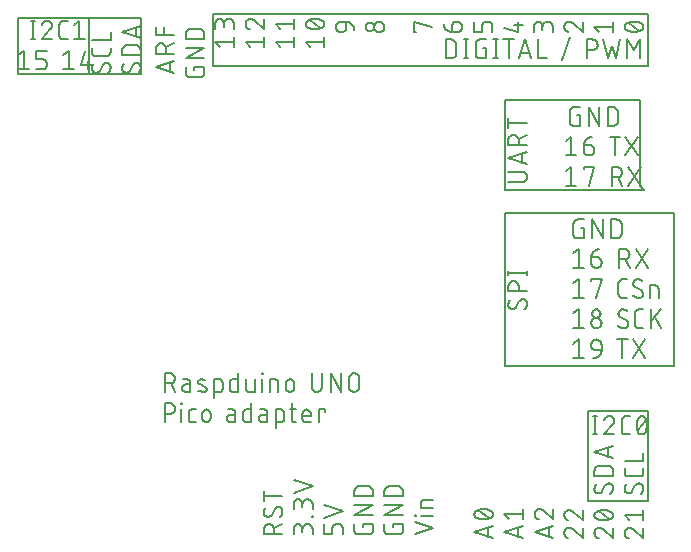
<source format=gbr>
G04 EAGLE Gerber RS-274X export*
G75*
%MOMM*%
%FSLAX34Y34*%
%LPD*%
%INSilkscreen Top*%
%IPPOS*%
%AMOC8*
5,1,8,0,0,1.08239X$1,22.5*%
G01*
%ADD10C,0.127000*%
%ADD11C,0.203200*%


D10*
X297886Y473710D02*
X294386Y478084D01*
X310134Y478084D01*
X310134Y473710D02*
X310134Y482459D01*
X310134Y488769D02*
X310134Y493143D01*
X310132Y493274D01*
X310126Y493405D01*
X310116Y493535D01*
X310103Y493665D01*
X310085Y493795D01*
X310064Y493924D01*
X310038Y494052D01*
X310009Y494180D01*
X309976Y494307D01*
X309940Y494432D01*
X309899Y494557D01*
X309855Y494680D01*
X309807Y494802D01*
X309756Y494922D01*
X309701Y495041D01*
X309642Y495158D01*
X309580Y495273D01*
X309515Y495386D01*
X309446Y495498D01*
X309374Y495607D01*
X309299Y495714D01*
X309220Y495819D01*
X309139Y495921D01*
X309054Y496021D01*
X308966Y496118D01*
X308876Y496213D01*
X308783Y496305D01*
X308687Y496394D01*
X308588Y496480D01*
X308487Y496563D01*
X308384Y496643D01*
X308278Y496720D01*
X308170Y496793D01*
X308059Y496864D01*
X307947Y496931D01*
X307833Y496995D01*
X307717Y497055D01*
X307599Y497112D01*
X307479Y497165D01*
X307358Y497215D01*
X307235Y497261D01*
X307112Y497303D01*
X306987Y497341D01*
X306860Y497376D01*
X306733Y497407D01*
X306605Y497435D01*
X306477Y497458D01*
X306347Y497477D01*
X306217Y497493D01*
X306087Y497505D01*
X305956Y497513D01*
X305825Y497517D01*
X305695Y497517D01*
X305564Y497513D01*
X305433Y497505D01*
X305303Y497493D01*
X305173Y497477D01*
X305043Y497458D01*
X304915Y497435D01*
X304787Y497407D01*
X304660Y497376D01*
X304533Y497341D01*
X304408Y497303D01*
X304285Y497261D01*
X304162Y497215D01*
X304041Y497165D01*
X303921Y497112D01*
X303803Y497055D01*
X303687Y496995D01*
X303573Y496931D01*
X303461Y496864D01*
X303350Y496793D01*
X303242Y496720D01*
X303136Y496643D01*
X303033Y496563D01*
X302932Y496480D01*
X302833Y496394D01*
X302737Y496305D01*
X302644Y496213D01*
X302554Y496118D01*
X302466Y496021D01*
X302381Y495921D01*
X302300Y495819D01*
X302221Y495714D01*
X302146Y495607D01*
X302074Y495498D01*
X302005Y495386D01*
X301940Y495273D01*
X301878Y495158D01*
X301819Y495041D01*
X301764Y494922D01*
X301713Y494802D01*
X301665Y494680D01*
X301621Y494557D01*
X301580Y494432D01*
X301544Y494307D01*
X301511Y494180D01*
X301482Y494052D01*
X301456Y493924D01*
X301435Y493795D01*
X301417Y493665D01*
X301404Y493535D01*
X301394Y493405D01*
X301388Y493274D01*
X301386Y493143D01*
X294386Y494018D02*
X294386Y488769D01*
X294386Y494018D02*
X294388Y494136D01*
X294394Y494254D01*
X294404Y494372D01*
X294418Y494489D01*
X294436Y494606D01*
X294458Y494723D01*
X294483Y494838D01*
X294513Y494952D01*
X294547Y495066D01*
X294584Y495178D01*
X294625Y495289D01*
X294670Y495398D01*
X294718Y495506D01*
X294770Y495612D01*
X294826Y495717D01*
X294885Y495819D01*
X294947Y495919D01*
X295013Y496017D01*
X295082Y496113D01*
X295155Y496207D01*
X295230Y496298D01*
X295309Y496386D01*
X295390Y496472D01*
X295475Y496555D01*
X295562Y496635D01*
X295651Y496712D01*
X295744Y496786D01*
X295838Y496856D01*
X295935Y496924D01*
X296035Y496988D01*
X296136Y497049D01*
X296239Y497106D01*
X296345Y497160D01*
X296452Y497211D01*
X296560Y497257D01*
X296670Y497300D01*
X296782Y497339D01*
X296895Y497375D01*
X297009Y497406D01*
X297124Y497434D01*
X297239Y497458D01*
X297356Y497478D01*
X297473Y497494D01*
X297591Y497506D01*
X297709Y497514D01*
X297827Y497518D01*
X297945Y497518D01*
X298063Y497514D01*
X298181Y497506D01*
X298299Y497494D01*
X298416Y497478D01*
X298533Y497458D01*
X298648Y497434D01*
X298763Y497406D01*
X298877Y497375D01*
X298990Y497339D01*
X299102Y497300D01*
X299212Y497257D01*
X299320Y497211D01*
X299427Y497160D01*
X299533Y497106D01*
X299636Y497049D01*
X299737Y496988D01*
X299837Y496924D01*
X299934Y496856D01*
X300028Y496786D01*
X300121Y496712D01*
X300210Y496635D01*
X300297Y496555D01*
X300382Y496472D01*
X300463Y496386D01*
X300542Y496298D01*
X300617Y496207D01*
X300690Y496113D01*
X300759Y496017D01*
X300825Y495919D01*
X300887Y495819D01*
X300946Y495717D01*
X301002Y495612D01*
X301054Y495506D01*
X301102Y495398D01*
X301147Y495289D01*
X301188Y495178D01*
X301225Y495066D01*
X301259Y494952D01*
X301289Y494838D01*
X301314Y494723D01*
X301336Y494606D01*
X301354Y494489D01*
X301368Y494372D01*
X301378Y494254D01*
X301384Y494136D01*
X301386Y494018D01*
X301385Y494018D02*
X301385Y490518D01*
X319913Y478084D02*
X323413Y473710D01*
X319913Y478084D02*
X335661Y478084D01*
X335661Y473710D02*
X335661Y482459D01*
X323850Y497518D02*
X323726Y497516D01*
X323603Y497510D01*
X323479Y497501D01*
X323357Y497487D01*
X323234Y497470D01*
X323112Y497448D01*
X322991Y497423D01*
X322871Y497394D01*
X322752Y497362D01*
X322633Y497325D01*
X322516Y497285D01*
X322401Y497242D01*
X322286Y497194D01*
X322174Y497143D01*
X322063Y497089D01*
X321953Y497031D01*
X321846Y496970D01*
X321740Y496905D01*
X321637Y496837D01*
X321536Y496766D01*
X321437Y496692D01*
X321340Y496615D01*
X321246Y496534D01*
X321155Y496451D01*
X321066Y496365D01*
X320980Y496276D01*
X320897Y496185D01*
X320816Y496091D01*
X320739Y495994D01*
X320665Y495895D01*
X320594Y495794D01*
X320526Y495691D01*
X320461Y495585D01*
X320400Y495478D01*
X320342Y495368D01*
X320288Y495257D01*
X320237Y495145D01*
X320189Y495030D01*
X320146Y494915D01*
X320106Y494798D01*
X320069Y494679D01*
X320037Y494560D01*
X320008Y494440D01*
X319983Y494319D01*
X319961Y494197D01*
X319944Y494074D01*
X319930Y493952D01*
X319921Y493828D01*
X319915Y493705D01*
X319913Y493581D01*
X319915Y493440D01*
X319921Y493298D01*
X319931Y493157D01*
X319945Y493017D01*
X319962Y492877D01*
X319984Y492737D01*
X320009Y492598D01*
X320039Y492460D01*
X320072Y492322D01*
X320109Y492186D01*
X320150Y492050D01*
X320195Y491916D01*
X320243Y491784D01*
X320295Y491652D01*
X320351Y491522D01*
X320410Y491394D01*
X320473Y491267D01*
X320540Y491143D01*
X320609Y491020D01*
X320683Y490899D01*
X320759Y490780D01*
X320839Y490663D01*
X320922Y490549D01*
X321009Y490437D01*
X321098Y490328D01*
X321190Y490221D01*
X321286Y490116D01*
X321384Y490015D01*
X321485Y489916D01*
X321589Y489820D01*
X321695Y489727D01*
X321804Y489637D01*
X321916Y489550D01*
X322030Y489466D01*
X322146Y489386D01*
X322264Y489308D01*
X322385Y489234D01*
X322507Y489164D01*
X322631Y489097D01*
X322758Y489033D01*
X322886Y488973D01*
X323015Y488916D01*
X323146Y488864D01*
X323279Y488814D01*
X323413Y488769D01*
X326912Y496206D02*
X326824Y496296D01*
X326732Y496384D01*
X326638Y496469D01*
X326541Y496551D01*
X326442Y496630D01*
X326341Y496707D01*
X326237Y496780D01*
X326132Y496850D01*
X326024Y496917D01*
X325914Y496980D01*
X325802Y497040D01*
X325689Y497097D01*
X325574Y497151D01*
X325457Y497201D01*
X325339Y497247D01*
X325220Y497290D01*
X325099Y497329D01*
X324978Y497365D01*
X324855Y497397D01*
X324731Y497425D01*
X324607Y497450D01*
X324482Y497471D01*
X324356Y497488D01*
X324230Y497501D01*
X324104Y497510D01*
X323977Y497516D01*
X323850Y497518D01*
X326912Y496205D02*
X335661Y488769D01*
X335661Y497518D01*
X345440Y478084D02*
X348940Y473710D01*
X345440Y478084D02*
X361188Y478084D01*
X361188Y473710D02*
X361188Y482459D01*
X348940Y488769D02*
X345440Y493143D01*
X361188Y493143D01*
X361188Y488769D02*
X361188Y497518D01*
X370967Y478084D02*
X374467Y473710D01*
X370967Y478084D02*
X386715Y478084D01*
X386715Y473710D02*
X386715Y482459D01*
X378841Y488768D02*
X378531Y488772D01*
X378222Y488783D01*
X377912Y488801D01*
X377604Y488827D01*
X377296Y488860D01*
X376988Y488901D01*
X376682Y488949D01*
X376377Y489004D01*
X376074Y489066D01*
X375772Y489136D01*
X375472Y489213D01*
X375174Y489297D01*
X374878Y489388D01*
X374584Y489486D01*
X374292Y489591D01*
X374003Y489703D01*
X373717Y489822D01*
X373434Y489948D01*
X373154Y490080D01*
X373154Y490081D02*
X373049Y490119D01*
X372946Y490161D01*
X372844Y490206D01*
X372743Y490254D01*
X372645Y490306D01*
X372548Y490362D01*
X372453Y490420D01*
X372360Y490482D01*
X372270Y490547D01*
X372182Y490616D01*
X372096Y490687D01*
X372012Y490761D01*
X371932Y490838D01*
X371853Y490917D01*
X371778Y491000D01*
X371706Y491085D01*
X371636Y491172D01*
X371570Y491262D01*
X371507Y491353D01*
X371447Y491447D01*
X371390Y491543D01*
X371336Y491641D01*
X371286Y491741D01*
X371240Y491842D01*
X371197Y491945D01*
X371157Y492050D01*
X371121Y492155D01*
X371089Y492262D01*
X371061Y492370D01*
X371036Y492479D01*
X371015Y492588D01*
X370998Y492698D01*
X370984Y492809D01*
X370975Y492920D01*
X370969Y493031D01*
X370967Y493143D01*
X370969Y493255D01*
X370975Y493366D01*
X370984Y493477D01*
X370998Y493588D01*
X371015Y493698D01*
X371036Y493808D01*
X371061Y493916D01*
X371089Y494024D01*
X371121Y494131D01*
X371157Y494236D01*
X371197Y494341D01*
X371240Y494444D01*
X371286Y494545D01*
X371336Y494645D01*
X371390Y494743D01*
X371447Y494839D01*
X371507Y494933D01*
X371570Y495024D01*
X371636Y495114D01*
X371706Y495201D01*
X371778Y495286D01*
X371853Y495369D01*
X371932Y495448D01*
X372012Y495525D01*
X372096Y495599D01*
X372182Y495670D01*
X372270Y495739D01*
X372360Y495804D01*
X372453Y495866D01*
X372548Y495924D01*
X372645Y495980D01*
X372743Y496032D01*
X372844Y496080D01*
X372946Y496125D01*
X373049Y496167D01*
X373154Y496205D01*
X373434Y496337D01*
X373718Y496463D01*
X374004Y496582D01*
X374293Y496694D01*
X374584Y496799D01*
X374878Y496897D01*
X375174Y496988D01*
X375472Y497072D01*
X375772Y497149D01*
X376074Y497219D01*
X376378Y497281D01*
X376682Y497336D01*
X376988Y497384D01*
X377296Y497425D01*
X377604Y497458D01*
X377912Y497484D01*
X378222Y497502D01*
X378531Y497513D01*
X378841Y497517D01*
X378841Y488768D02*
X379151Y488772D01*
X379460Y488783D01*
X379770Y488801D01*
X380078Y488827D01*
X380386Y488860D01*
X380694Y488901D01*
X381000Y488949D01*
X381305Y489004D01*
X381608Y489066D01*
X381910Y489136D01*
X382210Y489213D01*
X382508Y489297D01*
X382804Y489388D01*
X383098Y489486D01*
X383390Y489591D01*
X383679Y489703D01*
X383965Y489822D01*
X384248Y489948D01*
X384528Y490080D01*
X384528Y490081D02*
X384633Y490119D01*
X384736Y490161D01*
X384838Y490206D01*
X384939Y490254D01*
X385037Y490306D01*
X385134Y490362D01*
X385229Y490420D01*
X385322Y490482D01*
X385412Y490547D01*
X385501Y490616D01*
X385586Y490687D01*
X385670Y490761D01*
X385751Y490838D01*
X385829Y490917D01*
X385904Y491000D01*
X385976Y491085D01*
X386046Y491172D01*
X386112Y491262D01*
X386175Y491353D01*
X386235Y491447D01*
X386292Y491543D01*
X386346Y491641D01*
X386396Y491741D01*
X386442Y491842D01*
X386485Y491945D01*
X386525Y492050D01*
X386561Y492155D01*
X386593Y492262D01*
X386621Y492370D01*
X386646Y492479D01*
X386667Y492588D01*
X386684Y492698D01*
X386698Y492809D01*
X386707Y492920D01*
X386713Y493031D01*
X386715Y493143D01*
X384528Y496205D02*
X384248Y496337D01*
X383964Y496463D01*
X383678Y496582D01*
X383389Y496694D01*
X383098Y496799D01*
X382804Y496897D01*
X382508Y496988D01*
X382210Y497072D01*
X381910Y497149D01*
X381608Y497219D01*
X381304Y497281D01*
X381000Y497336D01*
X380694Y497384D01*
X380386Y497425D01*
X380078Y497458D01*
X379770Y497484D01*
X379460Y497502D01*
X379151Y497513D01*
X378841Y497517D01*
X384528Y496205D02*
X384633Y496167D01*
X384736Y496125D01*
X384838Y496080D01*
X384939Y496032D01*
X385037Y495980D01*
X385134Y495924D01*
X385229Y495866D01*
X385322Y495804D01*
X385412Y495739D01*
X385500Y495670D01*
X385586Y495599D01*
X385670Y495525D01*
X385750Y495448D01*
X385829Y495369D01*
X385904Y495286D01*
X385976Y495201D01*
X386046Y495114D01*
X386112Y495024D01*
X386175Y494933D01*
X386235Y494839D01*
X386292Y494743D01*
X386346Y494645D01*
X386396Y494545D01*
X386442Y494444D01*
X386485Y494341D01*
X386525Y494236D01*
X386561Y494131D01*
X386593Y494024D01*
X386621Y493916D01*
X386646Y493807D01*
X386667Y493698D01*
X386684Y493588D01*
X386698Y493477D01*
X386707Y493366D01*
X386713Y493255D01*
X386715Y493143D01*
X383215Y489644D02*
X374467Y496643D01*
X404989Y495159D02*
X404989Y489910D01*
X404987Y489793D01*
X404981Y489676D01*
X404971Y489560D01*
X404958Y489443D01*
X404940Y489328D01*
X404919Y489213D01*
X404894Y489099D01*
X404865Y488985D01*
X404832Y488873D01*
X404795Y488762D01*
X404755Y488652D01*
X404711Y488544D01*
X404664Y488437D01*
X404613Y488331D01*
X404558Y488228D01*
X404500Y488126D01*
X404439Y488027D01*
X404375Y487929D01*
X404307Y487834D01*
X404236Y487741D01*
X404162Y487650D01*
X404085Y487562D01*
X404005Y487477D01*
X403922Y487394D01*
X403837Y487314D01*
X403749Y487237D01*
X403658Y487163D01*
X403565Y487092D01*
X403470Y487024D01*
X403372Y486960D01*
X403273Y486899D01*
X403171Y486841D01*
X403068Y486786D01*
X402962Y486735D01*
X402855Y486688D01*
X402747Y486644D01*
X402637Y486604D01*
X402526Y486567D01*
X402414Y486534D01*
X402300Y486505D01*
X402186Y486480D01*
X402071Y486459D01*
X401955Y486441D01*
X401839Y486428D01*
X401723Y486418D01*
X401606Y486412D01*
X401489Y486410D01*
X400614Y486410D01*
X400483Y486412D01*
X400352Y486418D01*
X400222Y486428D01*
X400092Y486441D01*
X399962Y486459D01*
X399833Y486480D01*
X399705Y486506D01*
X399577Y486535D01*
X399450Y486568D01*
X399325Y486604D01*
X399200Y486645D01*
X399077Y486689D01*
X398955Y486737D01*
X398835Y486788D01*
X398716Y486843D01*
X398599Y486902D01*
X398484Y486964D01*
X398371Y487029D01*
X398259Y487098D01*
X398150Y487170D01*
X398043Y487245D01*
X397938Y487324D01*
X397836Y487405D01*
X397736Y487490D01*
X397639Y487578D01*
X397544Y487668D01*
X397452Y487761D01*
X397363Y487857D01*
X397277Y487956D01*
X397194Y488057D01*
X397114Y488160D01*
X397037Y488266D01*
X396964Y488374D01*
X396893Y488485D01*
X396826Y488597D01*
X396762Y488711D01*
X396702Y488827D01*
X396645Y488945D01*
X396592Y489065D01*
X396542Y489186D01*
X396496Y489309D01*
X396454Y489432D01*
X396416Y489557D01*
X396381Y489684D01*
X396350Y489811D01*
X396322Y489939D01*
X396299Y490067D01*
X396280Y490197D01*
X396264Y490327D01*
X396252Y490457D01*
X396244Y490588D01*
X396240Y490719D01*
X396240Y490849D01*
X396244Y490980D01*
X396252Y491111D01*
X396264Y491241D01*
X396280Y491371D01*
X396299Y491501D01*
X396322Y491629D01*
X396350Y491757D01*
X396381Y491884D01*
X396416Y492011D01*
X396454Y492136D01*
X396496Y492259D01*
X396542Y492382D01*
X396592Y492503D01*
X396645Y492623D01*
X396702Y492741D01*
X396762Y492857D01*
X396826Y492971D01*
X396893Y493083D01*
X396964Y493194D01*
X397037Y493302D01*
X397114Y493408D01*
X397194Y493511D01*
X397277Y493612D01*
X397363Y493711D01*
X397452Y493807D01*
X397544Y493900D01*
X397639Y493990D01*
X397736Y494078D01*
X397836Y494163D01*
X397938Y494244D01*
X398043Y494323D01*
X398150Y494398D01*
X398259Y494470D01*
X398371Y494539D01*
X398484Y494604D01*
X398599Y494666D01*
X398716Y494725D01*
X398835Y494780D01*
X398955Y494831D01*
X399077Y494879D01*
X399200Y494923D01*
X399325Y494964D01*
X399450Y495000D01*
X399577Y495033D01*
X399705Y495062D01*
X399833Y495088D01*
X399962Y495109D01*
X400092Y495127D01*
X400222Y495140D01*
X400352Y495150D01*
X400483Y495156D01*
X400614Y495158D01*
X400614Y495159D02*
X404989Y495159D01*
X405158Y495157D01*
X405327Y495151D01*
X405496Y495141D01*
X405665Y495126D01*
X405833Y495108D01*
X406000Y495086D01*
X406167Y495059D01*
X406334Y495029D01*
X406499Y494994D01*
X406664Y494956D01*
X406828Y494913D01*
X406990Y494867D01*
X407152Y494816D01*
X407312Y494762D01*
X407471Y494704D01*
X407628Y494642D01*
X407784Y494577D01*
X407938Y494507D01*
X408091Y494434D01*
X408242Y494357D01*
X408390Y494277D01*
X408537Y494193D01*
X408682Y494105D01*
X408825Y494014D01*
X408965Y493920D01*
X409103Y493822D01*
X409239Y493721D01*
X409372Y493617D01*
X409502Y493509D01*
X409630Y493399D01*
X409755Y493285D01*
X409878Y493168D01*
X409997Y493049D01*
X410114Y492926D01*
X410228Y492801D01*
X410338Y492673D01*
X410446Y492543D01*
X410550Y492410D01*
X410651Y492274D01*
X410749Y492136D01*
X410843Y491996D01*
X410934Y491853D01*
X411022Y491708D01*
X411106Y491561D01*
X411186Y491413D01*
X411263Y491262D01*
X411336Y491109D01*
X411406Y490955D01*
X411471Y490799D01*
X411533Y490642D01*
X411591Y490483D01*
X411645Y490323D01*
X411696Y490161D01*
X411742Y489999D01*
X411785Y489835D01*
X411823Y489670D01*
X411858Y489505D01*
X411888Y489338D01*
X411915Y489171D01*
X411937Y489004D01*
X411955Y488835D01*
X411970Y488667D01*
X411980Y488498D01*
X411986Y488329D01*
X411988Y488160D01*
X433141Y486410D02*
X433010Y486412D01*
X432879Y486418D01*
X432749Y486428D01*
X432619Y486441D01*
X432489Y486459D01*
X432360Y486480D01*
X432232Y486506D01*
X432104Y486535D01*
X431977Y486568D01*
X431852Y486604D01*
X431727Y486645D01*
X431604Y486689D01*
X431482Y486737D01*
X431362Y486788D01*
X431243Y486843D01*
X431126Y486902D01*
X431011Y486964D01*
X430898Y487029D01*
X430786Y487098D01*
X430677Y487170D01*
X430570Y487245D01*
X430465Y487324D01*
X430363Y487405D01*
X430263Y487490D01*
X430166Y487578D01*
X430071Y487668D01*
X429979Y487761D01*
X429890Y487857D01*
X429804Y487956D01*
X429721Y488057D01*
X429641Y488160D01*
X429564Y488266D01*
X429491Y488374D01*
X429420Y488485D01*
X429353Y488597D01*
X429289Y488711D01*
X429229Y488827D01*
X429172Y488945D01*
X429119Y489065D01*
X429069Y489186D01*
X429023Y489309D01*
X428981Y489432D01*
X428943Y489557D01*
X428908Y489684D01*
X428877Y489811D01*
X428849Y489939D01*
X428826Y490067D01*
X428807Y490197D01*
X428791Y490327D01*
X428779Y490457D01*
X428771Y490588D01*
X428767Y490719D01*
X428767Y490849D01*
X428771Y490980D01*
X428779Y491111D01*
X428791Y491241D01*
X428807Y491371D01*
X428826Y491501D01*
X428849Y491629D01*
X428877Y491757D01*
X428908Y491884D01*
X428943Y492011D01*
X428981Y492136D01*
X429023Y492259D01*
X429069Y492382D01*
X429119Y492503D01*
X429172Y492623D01*
X429229Y492741D01*
X429289Y492857D01*
X429353Y492971D01*
X429420Y493083D01*
X429491Y493194D01*
X429564Y493302D01*
X429641Y493408D01*
X429721Y493511D01*
X429804Y493612D01*
X429890Y493711D01*
X429979Y493807D01*
X430071Y493900D01*
X430166Y493990D01*
X430263Y494078D01*
X430363Y494163D01*
X430465Y494244D01*
X430570Y494323D01*
X430677Y494398D01*
X430786Y494470D01*
X430898Y494539D01*
X431011Y494604D01*
X431126Y494666D01*
X431243Y494725D01*
X431362Y494780D01*
X431482Y494831D01*
X431604Y494879D01*
X431727Y494923D01*
X431852Y494964D01*
X431977Y495000D01*
X432104Y495033D01*
X432232Y495062D01*
X432360Y495088D01*
X432489Y495109D01*
X432619Y495127D01*
X432749Y495140D01*
X432879Y495150D01*
X433010Y495156D01*
X433141Y495158D01*
X433272Y495156D01*
X433403Y495150D01*
X433533Y495140D01*
X433663Y495127D01*
X433793Y495109D01*
X433922Y495088D01*
X434050Y495062D01*
X434178Y495033D01*
X434305Y495000D01*
X434430Y494964D01*
X434555Y494923D01*
X434678Y494879D01*
X434800Y494831D01*
X434920Y494780D01*
X435039Y494725D01*
X435156Y494666D01*
X435271Y494604D01*
X435384Y494539D01*
X435496Y494470D01*
X435605Y494398D01*
X435712Y494323D01*
X435817Y494244D01*
X435919Y494163D01*
X436019Y494078D01*
X436116Y493990D01*
X436211Y493900D01*
X436303Y493807D01*
X436392Y493711D01*
X436478Y493612D01*
X436561Y493511D01*
X436641Y493408D01*
X436718Y493302D01*
X436791Y493194D01*
X436862Y493083D01*
X436929Y492971D01*
X436993Y492857D01*
X437053Y492741D01*
X437110Y492623D01*
X437163Y492503D01*
X437213Y492382D01*
X437259Y492259D01*
X437301Y492136D01*
X437339Y492011D01*
X437374Y491884D01*
X437405Y491757D01*
X437433Y491629D01*
X437456Y491501D01*
X437475Y491371D01*
X437491Y491241D01*
X437503Y491111D01*
X437511Y490980D01*
X437515Y490849D01*
X437515Y490719D01*
X437511Y490588D01*
X437503Y490457D01*
X437491Y490327D01*
X437475Y490197D01*
X437456Y490067D01*
X437433Y489939D01*
X437405Y489811D01*
X437374Y489684D01*
X437339Y489557D01*
X437301Y489432D01*
X437259Y489309D01*
X437213Y489186D01*
X437163Y489065D01*
X437110Y488945D01*
X437053Y488827D01*
X436993Y488711D01*
X436929Y488597D01*
X436862Y488485D01*
X436791Y488374D01*
X436718Y488266D01*
X436641Y488160D01*
X436561Y488057D01*
X436478Y487956D01*
X436392Y487857D01*
X436303Y487761D01*
X436211Y487668D01*
X436116Y487578D01*
X436019Y487490D01*
X435919Y487405D01*
X435817Y487324D01*
X435712Y487245D01*
X435605Y487170D01*
X435496Y487098D01*
X435384Y487029D01*
X435271Y486964D01*
X435156Y486902D01*
X435039Y486843D01*
X434920Y486788D01*
X434800Y486737D01*
X434678Y486689D01*
X434555Y486645D01*
X434430Y486604D01*
X434305Y486568D01*
X434178Y486535D01*
X434050Y486506D01*
X433922Y486480D01*
X433793Y486459D01*
X433663Y486441D01*
X433533Y486428D01*
X433403Y486418D01*
X433272Y486412D01*
X433141Y486410D01*
X425267Y487284D02*
X425149Y487286D01*
X425031Y487292D01*
X424913Y487302D01*
X424796Y487316D01*
X424679Y487334D01*
X424562Y487356D01*
X424447Y487381D01*
X424333Y487411D01*
X424219Y487445D01*
X424107Y487482D01*
X423996Y487523D01*
X423887Y487568D01*
X423779Y487616D01*
X423673Y487668D01*
X423568Y487724D01*
X423466Y487783D01*
X423366Y487845D01*
X423268Y487911D01*
X423172Y487980D01*
X423078Y488053D01*
X422987Y488128D01*
X422899Y488207D01*
X422813Y488288D01*
X422730Y488373D01*
X422650Y488460D01*
X422573Y488549D01*
X422499Y488642D01*
X422429Y488736D01*
X422361Y488833D01*
X422297Y488933D01*
X422236Y489034D01*
X422179Y489137D01*
X422125Y489243D01*
X422074Y489350D01*
X422028Y489458D01*
X421985Y489568D01*
X421946Y489680D01*
X421910Y489793D01*
X421879Y489907D01*
X421851Y490022D01*
X421827Y490137D01*
X421807Y490254D01*
X421791Y490371D01*
X421779Y490489D01*
X421771Y490607D01*
X421767Y490725D01*
X421767Y490843D01*
X421771Y490961D01*
X421779Y491079D01*
X421791Y491197D01*
X421807Y491314D01*
X421827Y491431D01*
X421851Y491546D01*
X421879Y491661D01*
X421910Y491775D01*
X421946Y491888D01*
X421985Y492000D01*
X422028Y492110D01*
X422074Y492218D01*
X422125Y492325D01*
X422179Y492431D01*
X422236Y492534D01*
X422297Y492635D01*
X422361Y492735D01*
X422429Y492832D01*
X422499Y492926D01*
X422573Y493019D01*
X422650Y493108D01*
X422730Y493195D01*
X422813Y493280D01*
X422899Y493361D01*
X422987Y493440D01*
X423078Y493515D01*
X423172Y493588D01*
X423268Y493657D01*
X423366Y493723D01*
X423466Y493785D01*
X423568Y493844D01*
X423673Y493900D01*
X423779Y493952D01*
X423887Y494000D01*
X423996Y494045D01*
X424107Y494086D01*
X424219Y494123D01*
X424333Y494157D01*
X424447Y494187D01*
X424562Y494212D01*
X424679Y494234D01*
X424796Y494252D01*
X424913Y494266D01*
X425031Y494276D01*
X425149Y494282D01*
X425267Y494284D01*
X425385Y494282D01*
X425503Y494276D01*
X425621Y494266D01*
X425738Y494252D01*
X425855Y494234D01*
X425972Y494212D01*
X426087Y494187D01*
X426201Y494157D01*
X426315Y494123D01*
X426427Y494086D01*
X426538Y494045D01*
X426647Y494000D01*
X426755Y493952D01*
X426861Y493900D01*
X426966Y493844D01*
X427068Y493785D01*
X427168Y493723D01*
X427266Y493657D01*
X427362Y493588D01*
X427456Y493515D01*
X427547Y493440D01*
X427635Y493361D01*
X427721Y493280D01*
X427804Y493195D01*
X427884Y493108D01*
X427961Y493019D01*
X428035Y492926D01*
X428105Y492832D01*
X428173Y492735D01*
X428237Y492635D01*
X428298Y492534D01*
X428355Y492431D01*
X428409Y492325D01*
X428460Y492218D01*
X428506Y492110D01*
X428549Y492000D01*
X428588Y491888D01*
X428624Y491775D01*
X428655Y491661D01*
X428683Y491546D01*
X428707Y491431D01*
X428727Y491314D01*
X428743Y491197D01*
X428755Y491079D01*
X428763Y490961D01*
X428767Y490843D01*
X428767Y490725D01*
X428763Y490607D01*
X428755Y490489D01*
X428743Y490371D01*
X428727Y490254D01*
X428707Y490137D01*
X428683Y490022D01*
X428655Y489907D01*
X428624Y489793D01*
X428588Y489680D01*
X428549Y489568D01*
X428506Y489458D01*
X428460Y489350D01*
X428409Y489243D01*
X428355Y489137D01*
X428298Y489034D01*
X428237Y488933D01*
X428173Y488833D01*
X428105Y488736D01*
X428035Y488642D01*
X427961Y488549D01*
X427884Y488460D01*
X427804Y488373D01*
X427721Y488288D01*
X427635Y488207D01*
X427547Y488128D01*
X427456Y488053D01*
X427362Y487980D01*
X427266Y487911D01*
X427168Y487845D01*
X427068Y487783D01*
X426966Y487724D01*
X426861Y487668D01*
X426755Y487616D01*
X426647Y487568D01*
X426538Y487523D01*
X426427Y487482D01*
X426315Y487445D01*
X426201Y487411D01*
X426087Y487381D01*
X425972Y487356D01*
X425855Y487334D01*
X425738Y487316D01*
X425621Y487302D01*
X425503Y487292D01*
X425385Y487286D01*
X425267Y487284D01*
X462153Y486410D02*
X463903Y486410D01*
X462153Y486410D02*
X462153Y495159D01*
X477901Y490784D01*
X494679Y491659D02*
X494679Y486410D01*
X494679Y491659D02*
X494681Y491776D01*
X494687Y491893D01*
X494697Y492009D01*
X494710Y492126D01*
X494728Y492241D01*
X494749Y492356D01*
X494774Y492470D01*
X494803Y492584D01*
X494836Y492696D01*
X494873Y492807D01*
X494913Y492917D01*
X494957Y493025D01*
X495004Y493132D01*
X495055Y493238D01*
X495110Y493341D01*
X495168Y493443D01*
X495229Y493542D01*
X495293Y493640D01*
X495361Y493735D01*
X495432Y493828D01*
X495506Y493919D01*
X495583Y494007D01*
X495663Y494092D01*
X495746Y494175D01*
X495831Y494255D01*
X495919Y494332D01*
X496010Y494406D01*
X496103Y494477D01*
X496198Y494545D01*
X496296Y494609D01*
X496395Y494670D01*
X496497Y494728D01*
X496600Y494783D01*
X496706Y494834D01*
X496813Y494881D01*
X496921Y494925D01*
X497031Y494965D01*
X497142Y495002D01*
X497254Y495035D01*
X497368Y495064D01*
X497482Y495089D01*
X497597Y495110D01*
X497712Y495128D01*
X497829Y495141D01*
X497945Y495151D01*
X498062Y495157D01*
X498179Y495159D01*
X499054Y495159D01*
X499054Y495158D02*
X499185Y495156D01*
X499316Y495150D01*
X499446Y495140D01*
X499576Y495127D01*
X499706Y495109D01*
X499835Y495088D01*
X499963Y495062D01*
X500091Y495033D01*
X500218Y495000D01*
X500343Y494964D01*
X500468Y494923D01*
X500591Y494879D01*
X500713Y494831D01*
X500833Y494780D01*
X500952Y494725D01*
X501069Y494666D01*
X501184Y494604D01*
X501297Y494539D01*
X501409Y494470D01*
X501518Y494398D01*
X501625Y494323D01*
X501730Y494244D01*
X501832Y494163D01*
X501932Y494078D01*
X502029Y493990D01*
X502124Y493900D01*
X502216Y493807D01*
X502305Y493711D01*
X502391Y493612D01*
X502474Y493511D01*
X502554Y493408D01*
X502631Y493302D01*
X502704Y493194D01*
X502775Y493083D01*
X502842Y492971D01*
X502906Y492857D01*
X502966Y492741D01*
X503023Y492623D01*
X503076Y492503D01*
X503126Y492382D01*
X503172Y492259D01*
X503214Y492136D01*
X503252Y492011D01*
X503287Y491884D01*
X503318Y491757D01*
X503346Y491629D01*
X503369Y491501D01*
X503388Y491371D01*
X503404Y491241D01*
X503416Y491111D01*
X503424Y490980D01*
X503428Y490849D01*
X503428Y490719D01*
X503424Y490588D01*
X503416Y490457D01*
X503404Y490327D01*
X503388Y490197D01*
X503369Y490067D01*
X503346Y489939D01*
X503318Y489811D01*
X503287Y489684D01*
X503252Y489557D01*
X503214Y489432D01*
X503172Y489309D01*
X503126Y489186D01*
X503076Y489065D01*
X503023Y488945D01*
X502966Y488827D01*
X502906Y488711D01*
X502842Y488597D01*
X502775Y488485D01*
X502704Y488374D01*
X502631Y488266D01*
X502554Y488160D01*
X502474Y488057D01*
X502391Y487956D01*
X502305Y487857D01*
X502216Y487761D01*
X502124Y487668D01*
X502029Y487578D01*
X501932Y487490D01*
X501832Y487405D01*
X501730Y487324D01*
X501625Y487245D01*
X501518Y487170D01*
X501409Y487098D01*
X501297Y487029D01*
X501184Y486964D01*
X501069Y486902D01*
X500952Y486843D01*
X500833Y486788D01*
X500713Y486737D01*
X500591Y486689D01*
X500468Y486645D01*
X500343Y486604D01*
X500218Y486568D01*
X500091Y486535D01*
X499963Y486506D01*
X499835Y486480D01*
X499706Y486459D01*
X499576Y486441D01*
X499446Y486428D01*
X499316Y486418D01*
X499185Y486412D01*
X499054Y486410D01*
X494679Y486410D01*
X494507Y486412D01*
X494336Y486418D01*
X494164Y486429D01*
X493993Y486444D01*
X493822Y486463D01*
X493652Y486486D01*
X493482Y486513D01*
X493314Y486544D01*
X493146Y486580D01*
X492978Y486620D01*
X492812Y486664D01*
X492647Y486711D01*
X492484Y486763D01*
X492321Y486819D01*
X492160Y486879D01*
X492001Y486943D01*
X491843Y487010D01*
X491687Y487082D01*
X491532Y487157D01*
X491380Y487236D01*
X491229Y487319D01*
X491081Y487406D01*
X490935Y487496D01*
X490791Y487590D01*
X490649Y487687D01*
X490510Y487787D01*
X490373Y487891D01*
X490239Y487999D01*
X490107Y488109D01*
X489979Y488223D01*
X489853Y488340D01*
X489730Y488460D01*
X489610Y488583D01*
X489493Y488709D01*
X489379Y488837D01*
X489269Y488969D01*
X489161Y489103D01*
X489057Y489240D01*
X488957Y489379D01*
X488860Y489521D01*
X488766Y489665D01*
X488676Y489811D01*
X488589Y489959D01*
X488506Y490110D01*
X488427Y490262D01*
X488352Y490417D01*
X488280Y490573D01*
X488213Y490731D01*
X488149Y490890D01*
X488089Y491051D01*
X488033Y491214D01*
X487981Y491377D01*
X487934Y491542D01*
X487890Y491708D01*
X487850Y491875D01*
X487814Y492044D01*
X487783Y492212D01*
X487756Y492382D01*
X487733Y492552D01*
X487714Y492723D01*
X487699Y492894D01*
X487688Y493066D01*
X487682Y493237D01*
X487680Y493409D01*
X528955Y491659D02*
X528955Y486410D01*
X528955Y491659D02*
X528953Y491776D01*
X528947Y491893D01*
X528937Y492009D01*
X528924Y492125D01*
X528906Y492241D01*
X528885Y492356D01*
X528860Y492470D01*
X528831Y492584D01*
X528798Y492696D01*
X528761Y492807D01*
X528721Y492917D01*
X528677Y493025D01*
X528630Y493132D01*
X528579Y493238D01*
X528524Y493341D01*
X528466Y493443D01*
X528405Y493542D01*
X528341Y493640D01*
X528273Y493735D01*
X528202Y493828D01*
X528128Y493919D01*
X528051Y494007D01*
X527971Y494092D01*
X527888Y494175D01*
X527803Y494255D01*
X527715Y494332D01*
X527624Y494406D01*
X527531Y494477D01*
X527436Y494545D01*
X527338Y494609D01*
X527239Y494670D01*
X527137Y494728D01*
X527034Y494783D01*
X526928Y494834D01*
X526821Y494881D01*
X526713Y494925D01*
X526603Y494965D01*
X526492Y495002D01*
X526380Y495035D01*
X526266Y495064D01*
X526152Y495089D01*
X526037Y495110D01*
X525922Y495128D01*
X525805Y495141D01*
X525689Y495151D01*
X525572Y495157D01*
X525455Y495159D01*
X523706Y495159D01*
X523589Y495157D01*
X523472Y495151D01*
X523356Y495141D01*
X523239Y495128D01*
X523124Y495110D01*
X523009Y495089D01*
X522895Y495064D01*
X522781Y495035D01*
X522669Y495002D01*
X522558Y494965D01*
X522448Y494925D01*
X522340Y494881D01*
X522233Y494834D01*
X522127Y494783D01*
X522024Y494728D01*
X521922Y494670D01*
X521823Y494609D01*
X521725Y494545D01*
X521630Y494477D01*
X521537Y494406D01*
X521446Y494332D01*
X521358Y494255D01*
X521273Y494175D01*
X521190Y494092D01*
X521110Y494007D01*
X521033Y493919D01*
X520959Y493828D01*
X520888Y493735D01*
X520820Y493640D01*
X520756Y493542D01*
X520695Y493443D01*
X520637Y493341D01*
X520582Y493238D01*
X520531Y493132D01*
X520484Y493025D01*
X520440Y492917D01*
X520400Y492807D01*
X520363Y492696D01*
X520330Y492584D01*
X520301Y492470D01*
X520276Y492356D01*
X520255Y492241D01*
X520237Y492126D01*
X520224Y492009D01*
X520214Y491893D01*
X520208Y491776D01*
X520206Y491659D01*
X520206Y486410D01*
X513207Y486410D01*
X513207Y495159D01*
X538734Y489910D02*
X550982Y486410D01*
X550982Y495159D01*
X547483Y492534D02*
X554482Y492534D01*
X580009Y490784D02*
X580009Y486410D01*
X580009Y490784D02*
X580007Y490915D01*
X580001Y491046D01*
X579991Y491176D01*
X579978Y491306D01*
X579960Y491436D01*
X579939Y491565D01*
X579913Y491693D01*
X579884Y491821D01*
X579851Y491948D01*
X579815Y492073D01*
X579774Y492198D01*
X579730Y492321D01*
X579682Y492443D01*
X579631Y492563D01*
X579576Y492682D01*
X579517Y492799D01*
X579455Y492914D01*
X579390Y493027D01*
X579321Y493139D01*
X579249Y493248D01*
X579174Y493355D01*
X579095Y493460D01*
X579014Y493562D01*
X578929Y493662D01*
X578841Y493759D01*
X578751Y493854D01*
X578658Y493946D01*
X578562Y494035D01*
X578463Y494121D01*
X578362Y494204D01*
X578259Y494284D01*
X578153Y494361D01*
X578045Y494434D01*
X577934Y494505D01*
X577822Y494572D01*
X577708Y494636D01*
X577592Y494696D01*
X577474Y494753D01*
X577354Y494806D01*
X577233Y494856D01*
X577110Y494902D01*
X576987Y494944D01*
X576862Y494982D01*
X576735Y495017D01*
X576608Y495048D01*
X576480Y495076D01*
X576352Y495099D01*
X576222Y495118D01*
X576092Y495134D01*
X575962Y495146D01*
X575831Y495154D01*
X575700Y495158D01*
X575570Y495158D01*
X575439Y495154D01*
X575308Y495146D01*
X575178Y495134D01*
X575048Y495118D01*
X574918Y495099D01*
X574790Y495076D01*
X574662Y495048D01*
X574535Y495017D01*
X574408Y494982D01*
X574283Y494944D01*
X574160Y494902D01*
X574037Y494856D01*
X573916Y494806D01*
X573796Y494753D01*
X573678Y494696D01*
X573562Y494636D01*
X573448Y494572D01*
X573336Y494505D01*
X573225Y494434D01*
X573117Y494361D01*
X573011Y494284D01*
X572908Y494204D01*
X572807Y494121D01*
X572708Y494035D01*
X572612Y493946D01*
X572519Y493854D01*
X572429Y493759D01*
X572341Y493662D01*
X572256Y493562D01*
X572175Y493460D01*
X572096Y493355D01*
X572021Y493248D01*
X571949Y493139D01*
X571880Y493027D01*
X571815Y492914D01*
X571753Y492799D01*
X571694Y492682D01*
X571639Y492563D01*
X571588Y492443D01*
X571540Y492321D01*
X571496Y492198D01*
X571455Y492073D01*
X571419Y491948D01*
X571386Y491821D01*
X571357Y491693D01*
X571331Y491565D01*
X571310Y491436D01*
X571292Y491306D01*
X571279Y491176D01*
X571269Y491046D01*
X571263Y490915D01*
X571261Y490784D01*
X564261Y491659D02*
X564261Y486410D01*
X564261Y491659D02*
X564263Y491777D01*
X564269Y491895D01*
X564279Y492013D01*
X564293Y492130D01*
X564311Y492247D01*
X564333Y492364D01*
X564358Y492479D01*
X564388Y492593D01*
X564422Y492707D01*
X564459Y492819D01*
X564500Y492930D01*
X564545Y493039D01*
X564593Y493147D01*
X564645Y493253D01*
X564701Y493358D01*
X564760Y493460D01*
X564822Y493560D01*
X564888Y493658D01*
X564957Y493754D01*
X565030Y493848D01*
X565105Y493939D01*
X565184Y494027D01*
X565265Y494113D01*
X565350Y494196D01*
X565437Y494276D01*
X565526Y494353D01*
X565619Y494427D01*
X565713Y494497D01*
X565810Y494565D01*
X565910Y494629D01*
X566011Y494690D01*
X566114Y494747D01*
X566220Y494801D01*
X566327Y494852D01*
X566435Y494898D01*
X566545Y494941D01*
X566657Y494980D01*
X566770Y495016D01*
X566884Y495047D01*
X566999Y495075D01*
X567114Y495099D01*
X567231Y495119D01*
X567348Y495135D01*
X567466Y495147D01*
X567584Y495155D01*
X567702Y495159D01*
X567820Y495159D01*
X567938Y495155D01*
X568056Y495147D01*
X568174Y495135D01*
X568291Y495119D01*
X568408Y495099D01*
X568523Y495075D01*
X568638Y495047D01*
X568752Y495016D01*
X568865Y494980D01*
X568977Y494941D01*
X569087Y494898D01*
X569195Y494852D01*
X569302Y494801D01*
X569408Y494747D01*
X569511Y494690D01*
X569612Y494629D01*
X569712Y494565D01*
X569809Y494497D01*
X569903Y494427D01*
X569996Y494353D01*
X570085Y494276D01*
X570172Y494196D01*
X570257Y494113D01*
X570338Y494027D01*
X570417Y493939D01*
X570492Y493848D01*
X570565Y493754D01*
X570634Y493658D01*
X570700Y493560D01*
X570762Y493460D01*
X570821Y493358D01*
X570877Y493253D01*
X570929Y493147D01*
X570977Y493039D01*
X571022Y492930D01*
X571063Y492819D01*
X571100Y492707D01*
X571134Y492593D01*
X571164Y492479D01*
X571189Y492364D01*
X571211Y492247D01*
X571229Y492130D01*
X571243Y492013D01*
X571253Y491895D01*
X571259Y491777D01*
X571261Y491659D01*
X571260Y491659D02*
X571260Y488160D01*
X589788Y491222D02*
X589790Y491346D01*
X589796Y491469D01*
X589805Y491593D01*
X589819Y491715D01*
X589836Y491838D01*
X589858Y491960D01*
X589883Y492081D01*
X589912Y492201D01*
X589944Y492320D01*
X589981Y492439D01*
X590021Y492556D01*
X590064Y492671D01*
X590112Y492786D01*
X590163Y492898D01*
X590217Y493009D01*
X590275Y493119D01*
X590336Y493226D01*
X590401Y493332D01*
X590469Y493435D01*
X590540Y493536D01*
X590614Y493635D01*
X590691Y493732D01*
X590772Y493826D01*
X590855Y493917D01*
X590941Y494006D01*
X591030Y494092D01*
X591121Y494175D01*
X591215Y494256D01*
X591312Y494333D01*
X591411Y494407D01*
X591512Y494478D01*
X591615Y494546D01*
X591721Y494611D01*
X591828Y494672D01*
X591938Y494730D01*
X592049Y494784D01*
X592161Y494835D01*
X592276Y494883D01*
X592391Y494926D01*
X592508Y494966D01*
X592627Y495003D01*
X592746Y495035D01*
X592866Y495064D01*
X592987Y495089D01*
X593109Y495111D01*
X593232Y495128D01*
X593354Y495142D01*
X593478Y495151D01*
X593601Y495157D01*
X593725Y495159D01*
X589788Y491222D02*
X589790Y491081D01*
X589796Y490939D01*
X589806Y490798D01*
X589820Y490658D01*
X589837Y490518D01*
X589859Y490378D01*
X589884Y490239D01*
X589914Y490101D01*
X589947Y489963D01*
X589984Y489827D01*
X590025Y489691D01*
X590070Y489557D01*
X590118Y489425D01*
X590170Y489293D01*
X590226Y489163D01*
X590285Y489035D01*
X590348Y488908D01*
X590415Y488784D01*
X590484Y488661D01*
X590558Y488540D01*
X590634Y488421D01*
X590714Y488304D01*
X590797Y488190D01*
X590884Y488078D01*
X590973Y487969D01*
X591065Y487862D01*
X591161Y487757D01*
X591259Y487656D01*
X591360Y487557D01*
X591464Y487461D01*
X591570Y487368D01*
X591679Y487278D01*
X591791Y487191D01*
X591905Y487107D01*
X592021Y487027D01*
X592139Y486949D01*
X592260Y486875D01*
X592382Y486805D01*
X592506Y486738D01*
X592633Y486674D01*
X592761Y486614D01*
X592890Y486557D01*
X593021Y486505D01*
X593154Y486455D01*
X593288Y486410D01*
X596787Y493847D02*
X596699Y493937D01*
X596607Y494025D01*
X596513Y494110D01*
X596416Y494192D01*
X596317Y494271D01*
X596216Y494348D01*
X596112Y494421D01*
X596007Y494491D01*
X595899Y494558D01*
X595789Y494621D01*
X595677Y494681D01*
X595564Y494738D01*
X595449Y494792D01*
X595332Y494842D01*
X595214Y494888D01*
X595095Y494931D01*
X594974Y494970D01*
X594853Y495006D01*
X594730Y495038D01*
X594606Y495066D01*
X594482Y495091D01*
X594357Y495112D01*
X594231Y495129D01*
X594105Y495142D01*
X593979Y495151D01*
X593852Y495157D01*
X593725Y495159D01*
X596787Y493847D02*
X605536Y486410D01*
X605536Y495159D01*
X615315Y490784D02*
X618815Y486410D01*
X615315Y490784D02*
X631063Y490784D01*
X631063Y486410D02*
X631063Y495159D01*
X643029Y487722D02*
X643309Y487590D01*
X643592Y487464D01*
X643878Y487345D01*
X644167Y487233D01*
X644459Y487128D01*
X644753Y487030D01*
X645049Y486939D01*
X645347Y486855D01*
X645647Y486778D01*
X645949Y486708D01*
X646252Y486646D01*
X646557Y486591D01*
X646863Y486543D01*
X647171Y486502D01*
X647479Y486469D01*
X647787Y486443D01*
X648097Y486425D01*
X648406Y486414D01*
X648716Y486410D01*
X643029Y487722D02*
X642924Y487760D01*
X642821Y487802D01*
X642719Y487847D01*
X642618Y487895D01*
X642520Y487947D01*
X642423Y488003D01*
X642328Y488061D01*
X642235Y488123D01*
X642145Y488188D01*
X642057Y488257D01*
X641971Y488328D01*
X641887Y488402D01*
X641807Y488479D01*
X641728Y488558D01*
X641653Y488641D01*
X641581Y488726D01*
X641511Y488813D01*
X641445Y488903D01*
X641382Y488994D01*
X641322Y489088D01*
X641265Y489184D01*
X641211Y489282D01*
X641161Y489382D01*
X641115Y489483D01*
X641072Y489586D01*
X641032Y489691D01*
X640996Y489796D01*
X640964Y489903D01*
X640936Y490011D01*
X640911Y490120D01*
X640890Y490229D01*
X640873Y490339D01*
X640859Y490450D01*
X640850Y490561D01*
X640844Y490672D01*
X640842Y490784D01*
X640844Y490896D01*
X640850Y491007D01*
X640859Y491118D01*
X640873Y491229D01*
X640890Y491339D01*
X640911Y491449D01*
X640936Y491557D01*
X640964Y491665D01*
X640996Y491772D01*
X641032Y491877D01*
X641072Y491982D01*
X641115Y492085D01*
X641161Y492186D01*
X641211Y492286D01*
X641265Y492384D01*
X641322Y492480D01*
X641382Y492574D01*
X641445Y492665D01*
X641511Y492755D01*
X641581Y492842D01*
X641653Y492927D01*
X641728Y493010D01*
X641807Y493089D01*
X641887Y493166D01*
X641971Y493240D01*
X642057Y493311D01*
X642145Y493380D01*
X642235Y493445D01*
X642328Y493507D01*
X642423Y493565D01*
X642520Y493621D01*
X642618Y493673D01*
X642719Y493721D01*
X642821Y493766D01*
X642924Y493808D01*
X643029Y493846D01*
X643029Y493847D02*
X643309Y493979D01*
X643593Y494105D01*
X643879Y494224D01*
X644168Y494336D01*
X644459Y494441D01*
X644753Y494539D01*
X645049Y494630D01*
X645347Y494714D01*
X645647Y494791D01*
X645949Y494861D01*
X646253Y494923D01*
X646557Y494978D01*
X646863Y495026D01*
X647171Y495067D01*
X647479Y495100D01*
X647787Y495126D01*
X648097Y495144D01*
X648406Y495155D01*
X648716Y495159D01*
X648716Y486410D02*
X649026Y486414D01*
X649335Y486425D01*
X649645Y486443D01*
X649953Y486469D01*
X650261Y486502D01*
X650569Y486543D01*
X650875Y486591D01*
X651180Y486646D01*
X651483Y486708D01*
X651785Y486778D01*
X652085Y486855D01*
X652383Y486939D01*
X652679Y487030D01*
X652973Y487128D01*
X653265Y487233D01*
X653554Y487345D01*
X653840Y487464D01*
X654123Y487590D01*
X654403Y487722D01*
X654508Y487760D01*
X654611Y487802D01*
X654713Y487847D01*
X654814Y487895D01*
X654912Y487947D01*
X655009Y488003D01*
X655104Y488061D01*
X655197Y488123D01*
X655287Y488188D01*
X655376Y488257D01*
X655461Y488328D01*
X655545Y488402D01*
X655626Y488479D01*
X655704Y488558D01*
X655779Y488641D01*
X655851Y488726D01*
X655921Y488813D01*
X655987Y488903D01*
X656050Y488994D01*
X656110Y489088D01*
X656167Y489184D01*
X656221Y489282D01*
X656271Y489382D01*
X656317Y489483D01*
X656360Y489586D01*
X656400Y489691D01*
X656436Y489796D01*
X656468Y489903D01*
X656496Y490011D01*
X656521Y490120D01*
X656542Y490229D01*
X656559Y490339D01*
X656573Y490450D01*
X656582Y490561D01*
X656588Y490672D01*
X656590Y490784D01*
X654403Y493847D02*
X654123Y493979D01*
X653839Y494105D01*
X653553Y494224D01*
X653264Y494336D01*
X652973Y494441D01*
X652679Y494539D01*
X652383Y494630D01*
X652085Y494714D01*
X651785Y494791D01*
X651483Y494861D01*
X651179Y494923D01*
X650875Y494978D01*
X650569Y495026D01*
X650261Y495067D01*
X649953Y495100D01*
X649645Y495126D01*
X649335Y495144D01*
X649026Y495155D01*
X648716Y495159D01*
X654403Y493846D02*
X654508Y493808D01*
X654611Y493766D01*
X654713Y493721D01*
X654814Y493673D01*
X654912Y493621D01*
X655009Y493565D01*
X655104Y493507D01*
X655197Y493445D01*
X655287Y493380D01*
X655375Y493311D01*
X655461Y493240D01*
X655545Y493166D01*
X655625Y493089D01*
X655704Y493010D01*
X655779Y492927D01*
X655851Y492842D01*
X655921Y492755D01*
X655987Y492665D01*
X656050Y492574D01*
X656110Y492480D01*
X656167Y492384D01*
X656221Y492286D01*
X656271Y492186D01*
X656317Y492085D01*
X656360Y491982D01*
X656400Y491877D01*
X656436Y491772D01*
X656468Y491665D01*
X656496Y491557D01*
X656521Y491448D01*
X656542Y491339D01*
X656559Y491229D01*
X656573Y491118D01*
X656582Y491007D01*
X656588Y490896D01*
X656590Y490784D01*
X653090Y487285D02*
X644342Y494284D01*
X276366Y457059D02*
X276366Y454434D01*
X276366Y457059D02*
X285115Y457059D01*
X285115Y451810D01*
X285113Y451693D01*
X285107Y451576D01*
X285097Y451460D01*
X285084Y451343D01*
X285066Y451228D01*
X285045Y451113D01*
X285020Y450999D01*
X284991Y450885D01*
X284958Y450773D01*
X284921Y450662D01*
X284881Y450552D01*
X284837Y450444D01*
X284790Y450337D01*
X284739Y450231D01*
X284684Y450128D01*
X284626Y450026D01*
X284565Y449927D01*
X284501Y449829D01*
X284433Y449734D01*
X284362Y449641D01*
X284288Y449550D01*
X284211Y449462D01*
X284131Y449377D01*
X284048Y449294D01*
X283963Y449214D01*
X283875Y449137D01*
X283784Y449063D01*
X283691Y448992D01*
X283596Y448924D01*
X283498Y448860D01*
X283399Y448799D01*
X283297Y448741D01*
X283194Y448686D01*
X283088Y448635D01*
X282981Y448588D01*
X282873Y448544D01*
X282763Y448504D01*
X282652Y448467D01*
X282540Y448434D01*
X282426Y448405D01*
X282312Y448380D01*
X282197Y448359D01*
X282082Y448341D01*
X281965Y448328D01*
X281849Y448318D01*
X281732Y448312D01*
X281615Y448310D01*
X272867Y448310D01*
X272750Y448312D01*
X272633Y448318D01*
X272517Y448328D01*
X272400Y448341D01*
X272285Y448359D01*
X272170Y448380D01*
X272056Y448405D01*
X271942Y448434D01*
X271830Y448467D01*
X271719Y448504D01*
X271609Y448544D01*
X271501Y448588D01*
X271394Y448635D01*
X271288Y448686D01*
X271185Y448741D01*
X271083Y448799D01*
X270984Y448860D01*
X270886Y448924D01*
X270791Y448992D01*
X270698Y449063D01*
X270607Y449137D01*
X270519Y449214D01*
X270434Y449294D01*
X270351Y449377D01*
X270271Y449462D01*
X270194Y449550D01*
X270120Y449641D01*
X270049Y449734D01*
X269981Y449829D01*
X269917Y449927D01*
X269856Y450026D01*
X269798Y450128D01*
X269743Y450231D01*
X269692Y450337D01*
X269645Y450444D01*
X269601Y450552D01*
X269561Y450662D01*
X269524Y450773D01*
X269491Y450885D01*
X269462Y450999D01*
X269437Y451113D01*
X269416Y451228D01*
X269398Y451343D01*
X269385Y451460D01*
X269375Y451576D01*
X269369Y451693D01*
X269367Y451810D01*
X269367Y457059D01*
X269367Y464373D02*
X285115Y464373D01*
X285115Y473121D02*
X269367Y464373D01*
X269367Y473121D02*
X285115Y473121D01*
X285115Y480435D02*
X269367Y480435D01*
X269367Y484809D01*
X269369Y484939D01*
X269375Y485068D01*
X269384Y485197D01*
X269398Y485326D01*
X269415Y485455D01*
X269436Y485583D01*
X269461Y485710D01*
X269489Y485836D01*
X269522Y485962D01*
X269558Y486086D01*
X269597Y486210D01*
X269641Y486332D01*
X269688Y486453D01*
X269738Y486572D01*
X269792Y486690D01*
X269850Y486806D01*
X269911Y486921D01*
X269975Y487033D01*
X270042Y487144D01*
X270113Y487253D01*
X270187Y487359D01*
X270264Y487463D01*
X270344Y487565D01*
X270428Y487664D01*
X270514Y487761D01*
X270603Y487856D01*
X270694Y487947D01*
X270789Y488036D01*
X270886Y488122D01*
X270985Y488206D01*
X271087Y488286D01*
X271191Y488363D01*
X271297Y488437D01*
X271406Y488508D01*
X271517Y488575D01*
X271629Y488639D01*
X271744Y488700D01*
X271860Y488758D01*
X271978Y488812D01*
X272097Y488862D01*
X272218Y488909D01*
X272340Y488953D01*
X272464Y488992D01*
X272588Y489028D01*
X272714Y489061D01*
X272840Y489089D01*
X272967Y489114D01*
X273095Y489135D01*
X273224Y489152D01*
X273353Y489166D01*
X273482Y489175D01*
X273611Y489181D01*
X273741Y489183D01*
X273741Y489184D02*
X280741Y489184D01*
X280741Y489183D02*
X280871Y489181D01*
X281000Y489175D01*
X281129Y489166D01*
X281258Y489152D01*
X281387Y489135D01*
X281515Y489114D01*
X281642Y489089D01*
X281768Y489061D01*
X281894Y489028D01*
X282018Y488992D01*
X282142Y488953D01*
X282264Y488909D01*
X282385Y488862D01*
X282504Y488812D01*
X282622Y488758D01*
X282738Y488700D01*
X282853Y488639D01*
X282965Y488575D01*
X283076Y488508D01*
X283185Y488437D01*
X283291Y488363D01*
X283395Y488286D01*
X283497Y488206D01*
X283596Y488122D01*
X283693Y488036D01*
X283788Y487947D01*
X283879Y487856D01*
X283968Y487761D01*
X284054Y487664D01*
X284138Y487565D01*
X284218Y487463D01*
X284295Y487359D01*
X284369Y487253D01*
X284440Y487144D01*
X284507Y487033D01*
X284571Y486921D01*
X284632Y486806D01*
X284690Y486690D01*
X284744Y486572D01*
X284794Y486453D01*
X284841Y486332D01*
X284885Y486210D01*
X284924Y486086D01*
X284960Y485962D01*
X284993Y485836D01*
X285021Y485710D01*
X285046Y485583D01*
X285067Y485455D01*
X285084Y485326D01*
X285098Y485197D01*
X285107Y485068D01*
X285113Y484939D01*
X285115Y484809D01*
X285115Y480435D01*
X259715Y451485D02*
X243967Y456734D01*
X259715Y461984D01*
X255778Y460671D02*
X255778Y452797D01*
X259715Y468005D02*
X243967Y468005D01*
X243967Y472380D01*
X243969Y472511D01*
X243975Y472642D01*
X243985Y472772D01*
X243998Y472902D01*
X244016Y473032D01*
X244037Y473161D01*
X244063Y473289D01*
X244092Y473417D01*
X244125Y473544D01*
X244161Y473669D01*
X244202Y473794D01*
X244246Y473917D01*
X244294Y474039D01*
X244345Y474159D01*
X244400Y474278D01*
X244459Y474395D01*
X244521Y474510D01*
X244586Y474623D01*
X244655Y474735D01*
X244727Y474844D01*
X244802Y474951D01*
X244881Y475056D01*
X244962Y475158D01*
X245047Y475258D01*
X245135Y475355D01*
X245225Y475450D01*
X245318Y475542D01*
X245414Y475631D01*
X245513Y475717D01*
X245614Y475800D01*
X245717Y475880D01*
X245823Y475957D01*
X245931Y476030D01*
X246042Y476101D01*
X246154Y476168D01*
X246268Y476232D01*
X246384Y476292D01*
X246502Y476349D01*
X246622Y476402D01*
X246743Y476452D01*
X246866Y476498D01*
X246989Y476540D01*
X247114Y476578D01*
X247241Y476613D01*
X247368Y476644D01*
X247496Y476672D01*
X247624Y476695D01*
X247754Y476714D01*
X247884Y476730D01*
X248014Y476742D01*
X248145Y476750D01*
X248276Y476754D01*
X248406Y476754D01*
X248537Y476750D01*
X248668Y476742D01*
X248798Y476730D01*
X248928Y476714D01*
X249058Y476695D01*
X249186Y476672D01*
X249314Y476644D01*
X249441Y476613D01*
X249568Y476578D01*
X249693Y476540D01*
X249816Y476498D01*
X249939Y476452D01*
X250060Y476402D01*
X250180Y476349D01*
X250298Y476292D01*
X250414Y476232D01*
X250528Y476168D01*
X250640Y476101D01*
X250751Y476030D01*
X250859Y475957D01*
X250965Y475880D01*
X251068Y475800D01*
X251169Y475717D01*
X251268Y475631D01*
X251364Y475542D01*
X251457Y475450D01*
X251547Y475355D01*
X251635Y475258D01*
X251720Y475158D01*
X251801Y475056D01*
X251880Y474951D01*
X251955Y474844D01*
X252027Y474735D01*
X252096Y474623D01*
X252161Y474510D01*
X252223Y474395D01*
X252282Y474278D01*
X252337Y474159D01*
X252388Y474039D01*
X252436Y473917D01*
X252480Y473794D01*
X252521Y473669D01*
X252557Y473544D01*
X252590Y473417D01*
X252619Y473289D01*
X252645Y473161D01*
X252666Y473032D01*
X252684Y472902D01*
X252697Y472772D01*
X252707Y472642D01*
X252713Y472511D01*
X252715Y472380D01*
X252716Y472380D02*
X252716Y468005D01*
X252716Y473255D02*
X259715Y476754D01*
X259715Y483508D02*
X243967Y483508D01*
X243967Y490507D01*
X250966Y490507D02*
X250966Y483508D01*
X205613Y456734D02*
X205611Y456851D01*
X205605Y456968D01*
X205595Y457084D01*
X205582Y457200D01*
X205564Y457316D01*
X205543Y457431D01*
X205518Y457545D01*
X205489Y457659D01*
X205456Y457771D01*
X205419Y457882D01*
X205379Y457992D01*
X205335Y458100D01*
X205288Y458207D01*
X205237Y458313D01*
X205182Y458416D01*
X205124Y458518D01*
X205063Y458617D01*
X204999Y458715D01*
X204931Y458810D01*
X204860Y458903D01*
X204786Y458994D01*
X204709Y459082D01*
X204629Y459167D01*
X204546Y459250D01*
X204461Y459330D01*
X204373Y459407D01*
X204282Y459481D01*
X204189Y459552D01*
X204094Y459620D01*
X203996Y459684D01*
X203897Y459745D01*
X203795Y459803D01*
X203692Y459858D01*
X203586Y459909D01*
X203479Y459956D01*
X203371Y460000D01*
X203261Y460040D01*
X203150Y460077D01*
X203038Y460110D01*
X202924Y460139D01*
X202810Y460164D01*
X202695Y460185D01*
X202580Y460203D01*
X202463Y460216D01*
X202347Y460226D01*
X202230Y460232D01*
X202113Y460234D01*
X205613Y456734D02*
X205611Y456557D01*
X205605Y456380D01*
X205594Y456204D01*
X205579Y456027D01*
X205560Y455852D01*
X205537Y455676D01*
X205510Y455502D01*
X205478Y455327D01*
X205442Y455154D01*
X205402Y454982D01*
X205358Y454811D01*
X205310Y454640D01*
X205258Y454471D01*
X205202Y454304D01*
X205142Y454137D01*
X205078Y453972D01*
X205010Y453809D01*
X204938Y453648D01*
X204862Y453488D01*
X204783Y453330D01*
X204699Y453174D01*
X204612Y453020D01*
X204522Y452868D01*
X204427Y452718D01*
X204329Y452571D01*
X204228Y452426D01*
X204123Y452283D01*
X204015Y452143D01*
X203904Y452006D01*
X203789Y451871D01*
X203671Y451740D01*
X203550Y451611D01*
X203426Y451485D01*
X193365Y451922D02*
X193248Y451924D01*
X193131Y451930D01*
X193015Y451940D01*
X192898Y451953D01*
X192783Y451971D01*
X192668Y451992D01*
X192554Y452017D01*
X192440Y452046D01*
X192328Y452079D01*
X192217Y452116D01*
X192107Y452156D01*
X191999Y452200D01*
X191892Y452247D01*
X191786Y452298D01*
X191683Y452353D01*
X191581Y452411D01*
X191482Y452472D01*
X191384Y452536D01*
X191289Y452604D01*
X191196Y452675D01*
X191105Y452749D01*
X191017Y452826D01*
X190932Y452906D01*
X190849Y452989D01*
X190769Y453074D01*
X190692Y453162D01*
X190618Y453253D01*
X190547Y453346D01*
X190479Y453441D01*
X190415Y453539D01*
X190354Y453638D01*
X190296Y453740D01*
X190241Y453843D01*
X190190Y453949D01*
X190143Y454056D01*
X190099Y454164D01*
X190059Y454274D01*
X190022Y454385D01*
X189989Y454497D01*
X189960Y454611D01*
X189935Y454725D01*
X189914Y454840D01*
X189896Y454955D01*
X189883Y455072D01*
X189873Y455188D01*
X189867Y455305D01*
X189865Y455422D01*
X189867Y455578D01*
X189872Y455735D01*
X189882Y455891D01*
X189895Y456047D01*
X189912Y456202D01*
X189932Y456357D01*
X189956Y456512D01*
X189984Y456666D01*
X190015Y456819D01*
X190050Y456971D01*
X190089Y457123D01*
X190132Y457273D01*
X190177Y457423D01*
X190227Y457571D01*
X190280Y457718D01*
X190336Y457864D01*
X190396Y458009D01*
X190460Y458152D01*
X190526Y458293D01*
X190596Y458433D01*
X190670Y458571D01*
X190747Y458707D01*
X190826Y458842D01*
X190910Y458974D01*
X190996Y459105D01*
X191085Y459233D01*
X191177Y459359D01*
X196427Y453673D02*
X196367Y453574D01*
X196303Y453478D01*
X196237Y453384D01*
X196168Y453292D01*
X196095Y453202D01*
X196020Y453114D01*
X195942Y453030D01*
X195861Y452947D01*
X195778Y452868D01*
X195692Y452791D01*
X195604Y452717D01*
X195513Y452645D01*
X195420Y452577D01*
X195325Y452512D01*
X195227Y452450D01*
X195128Y452391D01*
X195027Y452336D01*
X194924Y452283D01*
X194820Y452235D01*
X194714Y452189D01*
X194607Y452147D01*
X194498Y452108D01*
X194388Y452073D01*
X194277Y452042D01*
X194165Y452014D01*
X194053Y451990D01*
X193939Y451970D01*
X193825Y451953D01*
X193710Y451940D01*
X193595Y451930D01*
X193480Y451925D01*
X193365Y451923D01*
X199051Y458484D02*
X199111Y458583D01*
X199175Y458679D01*
X199241Y458773D01*
X199310Y458865D01*
X199383Y458955D01*
X199458Y459043D01*
X199536Y459127D01*
X199617Y459210D01*
X199700Y459289D01*
X199786Y459366D01*
X199874Y459440D01*
X199965Y459512D01*
X200058Y459580D01*
X200153Y459645D01*
X200251Y459707D01*
X200350Y459766D01*
X200451Y459821D01*
X200554Y459874D01*
X200658Y459923D01*
X200764Y459968D01*
X200871Y460010D01*
X200980Y460049D01*
X201090Y460084D01*
X201201Y460115D01*
X201313Y460143D01*
X201425Y460167D01*
X201539Y460187D01*
X201653Y460204D01*
X201768Y460217D01*
X201883Y460227D01*
X201998Y460232D01*
X202113Y460234D01*
X199051Y458484D02*
X196427Y453672D01*
X205613Y469504D02*
X205613Y473004D01*
X205613Y469504D02*
X205611Y469387D01*
X205605Y469270D01*
X205595Y469154D01*
X205582Y469037D01*
X205564Y468922D01*
X205543Y468807D01*
X205518Y468693D01*
X205489Y468579D01*
X205456Y468467D01*
X205419Y468356D01*
X205379Y468246D01*
X205335Y468138D01*
X205288Y468031D01*
X205237Y467925D01*
X205182Y467822D01*
X205124Y467720D01*
X205063Y467621D01*
X204999Y467523D01*
X204931Y467428D01*
X204860Y467335D01*
X204786Y467244D01*
X204709Y467156D01*
X204629Y467071D01*
X204546Y466988D01*
X204461Y466908D01*
X204373Y466831D01*
X204282Y466757D01*
X204189Y466686D01*
X204094Y466618D01*
X203996Y466554D01*
X203897Y466493D01*
X203795Y466435D01*
X203692Y466380D01*
X203586Y466329D01*
X203479Y466282D01*
X203371Y466238D01*
X203261Y466198D01*
X203150Y466161D01*
X203038Y466128D01*
X202924Y466099D01*
X202810Y466074D01*
X202695Y466053D01*
X202580Y466035D01*
X202463Y466022D01*
X202347Y466012D01*
X202230Y466006D01*
X202113Y466004D01*
X202113Y466005D02*
X193365Y466005D01*
X193365Y466004D02*
X193248Y466006D01*
X193131Y466012D01*
X193015Y466022D01*
X192898Y466035D01*
X192783Y466053D01*
X192668Y466074D01*
X192554Y466099D01*
X192440Y466128D01*
X192328Y466161D01*
X192217Y466198D01*
X192107Y466238D01*
X191999Y466282D01*
X191892Y466329D01*
X191786Y466380D01*
X191683Y466435D01*
X191581Y466493D01*
X191482Y466554D01*
X191384Y466618D01*
X191289Y466686D01*
X191196Y466757D01*
X191105Y466831D01*
X191017Y466908D01*
X190932Y466988D01*
X190849Y467071D01*
X190769Y467156D01*
X190692Y467244D01*
X190618Y467335D01*
X190547Y467428D01*
X190479Y467523D01*
X190415Y467621D01*
X190354Y467720D01*
X190296Y467822D01*
X190241Y467925D01*
X190190Y468031D01*
X190143Y468138D01*
X190099Y468246D01*
X190059Y468356D01*
X190022Y468467D01*
X189989Y468579D01*
X189960Y468693D01*
X189935Y468807D01*
X189914Y468922D01*
X189896Y469037D01*
X189883Y469154D01*
X189873Y469270D01*
X189867Y469387D01*
X189865Y469504D01*
X189865Y473004D01*
X189865Y479120D02*
X205613Y479120D01*
X205613Y486119D01*
X227640Y460234D02*
X227757Y460232D01*
X227874Y460226D01*
X227990Y460216D01*
X228107Y460203D01*
X228222Y460185D01*
X228337Y460164D01*
X228451Y460139D01*
X228565Y460110D01*
X228677Y460077D01*
X228788Y460040D01*
X228898Y460000D01*
X229006Y459956D01*
X229113Y459909D01*
X229219Y459858D01*
X229322Y459803D01*
X229424Y459745D01*
X229523Y459684D01*
X229621Y459620D01*
X229716Y459552D01*
X229809Y459481D01*
X229900Y459407D01*
X229988Y459330D01*
X230073Y459250D01*
X230156Y459167D01*
X230236Y459082D01*
X230313Y458994D01*
X230387Y458903D01*
X230458Y458810D01*
X230526Y458715D01*
X230590Y458617D01*
X230651Y458518D01*
X230709Y458416D01*
X230764Y458313D01*
X230815Y458207D01*
X230862Y458100D01*
X230906Y457992D01*
X230946Y457882D01*
X230983Y457771D01*
X231016Y457659D01*
X231045Y457545D01*
X231070Y457431D01*
X231091Y457316D01*
X231109Y457200D01*
X231122Y457084D01*
X231132Y456968D01*
X231138Y456851D01*
X231140Y456734D01*
X231138Y456557D01*
X231132Y456380D01*
X231121Y456204D01*
X231106Y456027D01*
X231087Y455852D01*
X231064Y455676D01*
X231037Y455502D01*
X231005Y455327D01*
X230969Y455154D01*
X230929Y454982D01*
X230885Y454811D01*
X230837Y454640D01*
X230785Y454471D01*
X230729Y454304D01*
X230669Y454137D01*
X230605Y453972D01*
X230537Y453809D01*
X230465Y453648D01*
X230389Y453488D01*
X230310Y453330D01*
X230226Y453174D01*
X230139Y453020D01*
X230049Y452868D01*
X229954Y452718D01*
X229856Y452571D01*
X229755Y452426D01*
X229650Y452283D01*
X229542Y452143D01*
X229431Y452006D01*
X229316Y451871D01*
X229198Y451740D01*
X229077Y451611D01*
X228953Y451485D01*
X218892Y451922D02*
X218775Y451924D01*
X218658Y451930D01*
X218542Y451940D01*
X218425Y451953D01*
X218310Y451971D01*
X218195Y451992D01*
X218081Y452017D01*
X217967Y452046D01*
X217855Y452079D01*
X217744Y452116D01*
X217634Y452156D01*
X217526Y452200D01*
X217419Y452247D01*
X217313Y452298D01*
X217210Y452353D01*
X217108Y452411D01*
X217009Y452472D01*
X216911Y452536D01*
X216816Y452604D01*
X216723Y452675D01*
X216632Y452749D01*
X216544Y452826D01*
X216459Y452906D01*
X216376Y452989D01*
X216296Y453074D01*
X216219Y453162D01*
X216145Y453253D01*
X216074Y453346D01*
X216006Y453441D01*
X215942Y453539D01*
X215881Y453638D01*
X215823Y453740D01*
X215768Y453843D01*
X215717Y453949D01*
X215670Y454056D01*
X215626Y454164D01*
X215586Y454274D01*
X215549Y454385D01*
X215516Y454497D01*
X215487Y454611D01*
X215462Y454725D01*
X215441Y454840D01*
X215423Y454955D01*
X215410Y455072D01*
X215400Y455188D01*
X215394Y455305D01*
X215392Y455422D01*
X215394Y455578D01*
X215399Y455735D01*
X215409Y455891D01*
X215422Y456047D01*
X215439Y456202D01*
X215459Y456357D01*
X215483Y456512D01*
X215511Y456666D01*
X215542Y456819D01*
X215577Y456971D01*
X215616Y457123D01*
X215659Y457273D01*
X215704Y457423D01*
X215754Y457571D01*
X215807Y457718D01*
X215863Y457864D01*
X215923Y458009D01*
X215987Y458152D01*
X216053Y458293D01*
X216123Y458433D01*
X216197Y458571D01*
X216274Y458707D01*
X216353Y458842D01*
X216437Y458974D01*
X216523Y459105D01*
X216612Y459233D01*
X216704Y459359D01*
X221954Y453673D02*
X221894Y453574D01*
X221830Y453478D01*
X221764Y453384D01*
X221695Y453292D01*
X221622Y453202D01*
X221547Y453114D01*
X221469Y453030D01*
X221388Y452947D01*
X221305Y452868D01*
X221219Y452791D01*
X221131Y452717D01*
X221040Y452645D01*
X220947Y452577D01*
X220852Y452512D01*
X220754Y452450D01*
X220655Y452391D01*
X220554Y452336D01*
X220451Y452283D01*
X220347Y452235D01*
X220241Y452189D01*
X220134Y452147D01*
X220025Y452108D01*
X219915Y452073D01*
X219804Y452042D01*
X219692Y452014D01*
X219580Y451990D01*
X219466Y451970D01*
X219352Y451953D01*
X219237Y451940D01*
X219122Y451930D01*
X219007Y451925D01*
X218892Y451923D01*
X224578Y458484D02*
X224638Y458583D01*
X224702Y458679D01*
X224768Y458773D01*
X224837Y458865D01*
X224910Y458955D01*
X224985Y459043D01*
X225063Y459127D01*
X225144Y459210D01*
X225227Y459289D01*
X225313Y459366D01*
X225401Y459440D01*
X225492Y459512D01*
X225585Y459580D01*
X225680Y459645D01*
X225778Y459707D01*
X225877Y459766D01*
X225978Y459821D01*
X226081Y459874D01*
X226185Y459923D01*
X226291Y459968D01*
X226398Y460010D01*
X226507Y460049D01*
X226617Y460084D01*
X226728Y460115D01*
X226840Y460143D01*
X226952Y460167D01*
X227066Y460187D01*
X227180Y460204D01*
X227295Y460217D01*
X227410Y460227D01*
X227525Y460232D01*
X227640Y460234D01*
X224578Y458484D02*
X221954Y453672D01*
X215392Y466544D02*
X231140Y466544D01*
X215392Y466544D02*
X215392Y470918D01*
X215394Y471048D01*
X215400Y471177D01*
X215409Y471306D01*
X215423Y471435D01*
X215440Y471564D01*
X215461Y471692D01*
X215486Y471819D01*
X215514Y471945D01*
X215547Y472071D01*
X215583Y472195D01*
X215622Y472319D01*
X215666Y472441D01*
X215713Y472562D01*
X215763Y472681D01*
X215817Y472799D01*
X215875Y472915D01*
X215936Y473030D01*
X216000Y473142D01*
X216067Y473253D01*
X216138Y473362D01*
X216212Y473468D01*
X216289Y473572D01*
X216369Y473674D01*
X216453Y473773D01*
X216539Y473870D01*
X216628Y473965D01*
X216719Y474056D01*
X216814Y474145D01*
X216911Y474231D01*
X217010Y474315D01*
X217112Y474395D01*
X217216Y474472D01*
X217322Y474546D01*
X217431Y474617D01*
X217542Y474684D01*
X217654Y474748D01*
X217769Y474809D01*
X217885Y474867D01*
X218003Y474921D01*
X218122Y474971D01*
X218243Y475018D01*
X218365Y475062D01*
X218489Y475101D01*
X218613Y475137D01*
X218739Y475170D01*
X218865Y475198D01*
X218992Y475223D01*
X219120Y475244D01*
X219249Y475261D01*
X219378Y475275D01*
X219507Y475284D01*
X219636Y475290D01*
X219766Y475292D01*
X226766Y475292D01*
X226896Y475290D01*
X227025Y475284D01*
X227154Y475275D01*
X227283Y475261D01*
X227412Y475244D01*
X227540Y475223D01*
X227667Y475198D01*
X227793Y475170D01*
X227919Y475137D01*
X228043Y475101D01*
X228167Y475062D01*
X228289Y475018D01*
X228410Y474971D01*
X228529Y474921D01*
X228647Y474867D01*
X228763Y474809D01*
X228878Y474748D01*
X228990Y474684D01*
X229101Y474617D01*
X229210Y474546D01*
X229316Y474472D01*
X229420Y474395D01*
X229522Y474315D01*
X229621Y474231D01*
X229718Y474145D01*
X229813Y474056D01*
X229904Y473965D01*
X229993Y473870D01*
X230079Y473773D01*
X230163Y473674D01*
X230243Y473572D01*
X230320Y473468D01*
X230394Y473362D01*
X230465Y473253D01*
X230532Y473142D01*
X230596Y473030D01*
X230657Y472915D01*
X230715Y472799D01*
X230769Y472681D01*
X230819Y472562D01*
X230866Y472441D01*
X230910Y472319D01*
X230949Y472195D01*
X230985Y472071D01*
X231018Y471945D01*
X231046Y471819D01*
X231071Y471692D01*
X231092Y471564D01*
X231109Y471435D01*
X231123Y471306D01*
X231132Y471177D01*
X231138Y471048D01*
X231140Y470918D01*
X231140Y466544D01*
X231140Y481229D02*
X215392Y486479D01*
X231140Y491728D01*
X227203Y490416D02*
X227203Y482542D01*
X513588Y63034D02*
X529336Y57785D01*
X529336Y68284D02*
X513588Y63034D01*
X525399Y66971D02*
X525399Y59097D01*
X521462Y73718D02*
X521152Y73722D01*
X520843Y73733D01*
X520533Y73751D01*
X520225Y73777D01*
X519917Y73810D01*
X519609Y73851D01*
X519303Y73899D01*
X518998Y73954D01*
X518695Y74016D01*
X518393Y74086D01*
X518093Y74163D01*
X517795Y74247D01*
X517499Y74338D01*
X517205Y74436D01*
X516913Y74541D01*
X516624Y74653D01*
X516338Y74772D01*
X516055Y74898D01*
X515775Y75030D01*
X515775Y75031D02*
X515670Y75069D01*
X515567Y75111D01*
X515465Y75156D01*
X515364Y75204D01*
X515266Y75256D01*
X515169Y75312D01*
X515074Y75370D01*
X514981Y75432D01*
X514891Y75497D01*
X514803Y75566D01*
X514717Y75637D01*
X514633Y75711D01*
X514553Y75788D01*
X514474Y75867D01*
X514399Y75950D01*
X514327Y76035D01*
X514257Y76122D01*
X514191Y76212D01*
X514128Y76303D01*
X514068Y76397D01*
X514011Y76493D01*
X513957Y76591D01*
X513907Y76691D01*
X513861Y76792D01*
X513818Y76895D01*
X513778Y77000D01*
X513742Y77105D01*
X513710Y77212D01*
X513682Y77320D01*
X513657Y77429D01*
X513636Y77538D01*
X513619Y77648D01*
X513605Y77759D01*
X513596Y77870D01*
X513590Y77981D01*
X513588Y78093D01*
X513590Y78205D01*
X513596Y78316D01*
X513605Y78427D01*
X513619Y78538D01*
X513636Y78648D01*
X513657Y78758D01*
X513682Y78866D01*
X513710Y78974D01*
X513742Y79081D01*
X513778Y79186D01*
X513818Y79291D01*
X513861Y79394D01*
X513907Y79495D01*
X513957Y79595D01*
X514011Y79693D01*
X514068Y79789D01*
X514128Y79883D01*
X514191Y79974D01*
X514257Y80064D01*
X514327Y80151D01*
X514399Y80236D01*
X514474Y80319D01*
X514553Y80398D01*
X514633Y80475D01*
X514717Y80549D01*
X514803Y80620D01*
X514891Y80689D01*
X514981Y80754D01*
X515074Y80816D01*
X515169Y80874D01*
X515266Y80930D01*
X515364Y80982D01*
X515465Y81030D01*
X515567Y81075D01*
X515670Y81117D01*
X515775Y81155D01*
X516055Y81287D01*
X516339Y81413D01*
X516625Y81532D01*
X516914Y81644D01*
X517205Y81749D01*
X517499Y81847D01*
X517795Y81938D01*
X518093Y82022D01*
X518393Y82099D01*
X518695Y82169D01*
X518999Y82231D01*
X519303Y82286D01*
X519609Y82334D01*
X519917Y82375D01*
X520225Y82408D01*
X520533Y82434D01*
X520843Y82452D01*
X521152Y82463D01*
X521462Y82467D01*
X521462Y73718D02*
X521772Y73722D01*
X522081Y73733D01*
X522391Y73751D01*
X522699Y73777D01*
X523007Y73810D01*
X523315Y73851D01*
X523621Y73899D01*
X523926Y73954D01*
X524229Y74016D01*
X524531Y74086D01*
X524831Y74163D01*
X525129Y74247D01*
X525425Y74338D01*
X525719Y74436D01*
X526011Y74541D01*
X526300Y74653D01*
X526586Y74772D01*
X526869Y74898D01*
X527149Y75030D01*
X527149Y75031D02*
X527254Y75069D01*
X527357Y75111D01*
X527459Y75156D01*
X527560Y75204D01*
X527658Y75256D01*
X527755Y75312D01*
X527850Y75370D01*
X527943Y75432D01*
X528033Y75497D01*
X528122Y75566D01*
X528207Y75637D01*
X528291Y75711D01*
X528372Y75788D01*
X528450Y75867D01*
X528525Y75950D01*
X528597Y76035D01*
X528667Y76122D01*
X528733Y76212D01*
X528796Y76303D01*
X528856Y76397D01*
X528913Y76493D01*
X528967Y76591D01*
X529017Y76691D01*
X529063Y76792D01*
X529106Y76895D01*
X529146Y77000D01*
X529182Y77105D01*
X529214Y77212D01*
X529242Y77320D01*
X529267Y77429D01*
X529288Y77538D01*
X529305Y77648D01*
X529319Y77759D01*
X529328Y77870D01*
X529334Y77981D01*
X529336Y78093D01*
X527149Y81155D02*
X526869Y81287D01*
X526585Y81413D01*
X526299Y81532D01*
X526010Y81644D01*
X525719Y81749D01*
X525425Y81847D01*
X525129Y81938D01*
X524831Y82022D01*
X524531Y82099D01*
X524229Y82169D01*
X523925Y82231D01*
X523621Y82286D01*
X523315Y82334D01*
X523007Y82375D01*
X522699Y82408D01*
X522391Y82434D01*
X522081Y82452D01*
X521772Y82463D01*
X521462Y82467D01*
X527149Y81155D02*
X527254Y81117D01*
X527357Y81075D01*
X527459Y81030D01*
X527560Y80982D01*
X527658Y80930D01*
X527755Y80874D01*
X527850Y80816D01*
X527943Y80754D01*
X528033Y80689D01*
X528121Y80620D01*
X528207Y80549D01*
X528291Y80475D01*
X528371Y80398D01*
X528450Y80319D01*
X528525Y80236D01*
X528597Y80151D01*
X528667Y80064D01*
X528733Y79974D01*
X528796Y79883D01*
X528856Y79789D01*
X528913Y79693D01*
X528967Y79595D01*
X529017Y79495D01*
X529063Y79394D01*
X529106Y79291D01*
X529146Y79186D01*
X529182Y79081D01*
X529214Y78974D01*
X529242Y78866D01*
X529267Y78757D01*
X529288Y78648D01*
X529305Y78538D01*
X529319Y78427D01*
X529328Y78316D01*
X529334Y78205D01*
X529336Y78093D01*
X525836Y74593D02*
X517088Y81593D01*
X539115Y63034D02*
X554863Y57785D01*
X554863Y68284D02*
X539115Y63034D01*
X550926Y66971D02*
X550926Y59097D01*
X542615Y73719D02*
X539115Y78093D01*
X554863Y78093D01*
X554863Y73719D02*
X554863Y82467D01*
X564642Y63034D02*
X580390Y57785D01*
X580390Y68284D02*
X564642Y63034D01*
X576453Y66971D02*
X576453Y59097D01*
X564642Y78530D02*
X564644Y78654D01*
X564650Y78777D01*
X564659Y78901D01*
X564673Y79023D01*
X564690Y79146D01*
X564712Y79268D01*
X564737Y79389D01*
X564766Y79509D01*
X564798Y79628D01*
X564835Y79747D01*
X564875Y79864D01*
X564918Y79979D01*
X564966Y80094D01*
X565017Y80206D01*
X565071Y80317D01*
X565129Y80427D01*
X565190Y80534D01*
X565255Y80640D01*
X565323Y80743D01*
X565394Y80844D01*
X565468Y80943D01*
X565545Y81040D01*
X565626Y81134D01*
X565709Y81225D01*
X565795Y81314D01*
X565884Y81400D01*
X565975Y81483D01*
X566069Y81564D01*
X566166Y81641D01*
X566265Y81715D01*
X566366Y81786D01*
X566469Y81854D01*
X566575Y81919D01*
X566682Y81980D01*
X566792Y82038D01*
X566903Y82092D01*
X567015Y82143D01*
X567130Y82191D01*
X567245Y82234D01*
X567362Y82274D01*
X567481Y82311D01*
X567600Y82343D01*
X567720Y82372D01*
X567841Y82397D01*
X567963Y82419D01*
X568086Y82436D01*
X568208Y82450D01*
X568332Y82459D01*
X568455Y82465D01*
X568579Y82467D01*
X564642Y78530D02*
X564644Y78389D01*
X564650Y78247D01*
X564660Y78106D01*
X564674Y77966D01*
X564691Y77826D01*
X564713Y77686D01*
X564738Y77547D01*
X564768Y77409D01*
X564801Y77271D01*
X564838Y77135D01*
X564879Y76999D01*
X564924Y76865D01*
X564972Y76733D01*
X565024Y76601D01*
X565080Y76471D01*
X565139Y76343D01*
X565202Y76216D01*
X565269Y76092D01*
X565338Y75969D01*
X565412Y75848D01*
X565488Y75729D01*
X565568Y75612D01*
X565651Y75498D01*
X565738Y75386D01*
X565827Y75277D01*
X565919Y75170D01*
X566015Y75065D01*
X566113Y74964D01*
X566214Y74865D01*
X566318Y74769D01*
X566424Y74676D01*
X566533Y74586D01*
X566645Y74499D01*
X566759Y74415D01*
X566875Y74335D01*
X566993Y74257D01*
X567114Y74183D01*
X567236Y74113D01*
X567360Y74046D01*
X567487Y73982D01*
X567615Y73922D01*
X567744Y73865D01*
X567875Y73813D01*
X568008Y73763D01*
X568142Y73718D01*
X571641Y81156D02*
X571553Y81246D01*
X571461Y81334D01*
X571367Y81419D01*
X571270Y81501D01*
X571171Y81580D01*
X571070Y81657D01*
X570966Y81730D01*
X570861Y81800D01*
X570753Y81867D01*
X570643Y81930D01*
X570531Y81990D01*
X570418Y82047D01*
X570303Y82101D01*
X570186Y82151D01*
X570068Y82197D01*
X569949Y82240D01*
X569828Y82279D01*
X569707Y82315D01*
X569584Y82347D01*
X569460Y82375D01*
X569336Y82400D01*
X569211Y82421D01*
X569085Y82438D01*
X568959Y82451D01*
X568833Y82460D01*
X568706Y82466D01*
X568579Y82468D01*
X571641Y81155D02*
X580390Y73719D01*
X580390Y82467D01*
X351155Y60960D02*
X335407Y60960D01*
X335407Y65334D01*
X335409Y65465D01*
X335415Y65596D01*
X335425Y65726D01*
X335438Y65856D01*
X335456Y65986D01*
X335477Y66115D01*
X335503Y66243D01*
X335532Y66371D01*
X335565Y66498D01*
X335601Y66623D01*
X335642Y66748D01*
X335686Y66871D01*
X335734Y66993D01*
X335785Y67113D01*
X335840Y67232D01*
X335899Y67349D01*
X335961Y67464D01*
X336026Y67577D01*
X336095Y67689D01*
X336167Y67798D01*
X336242Y67905D01*
X336321Y68010D01*
X336402Y68112D01*
X336487Y68212D01*
X336575Y68309D01*
X336665Y68404D01*
X336758Y68496D01*
X336854Y68585D01*
X336953Y68671D01*
X337054Y68754D01*
X337157Y68834D01*
X337263Y68911D01*
X337371Y68984D01*
X337482Y69055D01*
X337594Y69122D01*
X337708Y69186D01*
X337824Y69246D01*
X337942Y69303D01*
X338062Y69356D01*
X338183Y69406D01*
X338306Y69452D01*
X338429Y69494D01*
X338554Y69532D01*
X338681Y69567D01*
X338808Y69598D01*
X338936Y69626D01*
X339064Y69649D01*
X339194Y69668D01*
X339324Y69684D01*
X339454Y69696D01*
X339585Y69704D01*
X339716Y69708D01*
X339846Y69708D01*
X339977Y69704D01*
X340108Y69696D01*
X340238Y69684D01*
X340368Y69668D01*
X340498Y69649D01*
X340626Y69626D01*
X340754Y69598D01*
X340881Y69567D01*
X341008Y69532D01*
X341133Y69494D01*
X341256Y69452D01*
X341379Y69406D01*
X341500Y69356D01*
X341620Y69303D01*
X341738Y69246D01*
X341854Y69186D01*
X341968Y69122D01*
X342080Y69055D01*
X342191Y68984D01*
X342299Y68911D01*
X342405Y68834D01*
X342508Y68754D01*
X342609Y68671D01*
X342708Y68585D01*
X342804Y68496D01*
X342897Y68404D01*
X342987Y68309D01*
X343075Y68212D01*
X343160Y68112D01*
X343241Y68010D01*
X343320Y67905D01*
X343395Y67798D01*
X343467Y67689D01*
X343536Y67577D01*
X343601Y67464D01*
X343663Y67349D01*
X343722Y67232D01*
X343777Y67113D01*
X343828Y66993D01*
X343876Y66871D01*
X343920Y66748D01*
X343961Y66623D01*
X343997Y66498D01*
X344030Y66371D01*
X344059Y66243D01*
X344085Y66115D01*
X344106Y65986D01*
X344124Y65856D01*
X344137Y65726D01*
X344147Y65596D01*
X344153Y65465D01*
X344155Y65334D01*
X344156Y65334D02*
X344156Y60960D01*
X344156Y66209D02*
X351155Y69709D01*
X351155Y80681D02*
X351153Y80798D01*
X351147Y80915D01*
X351137Y81031D01*
X351124Y81147D01*
X351106Y81263D01*
X351085Y81378D01*
X351060Y81492D01*
X351031Y81606D01*
X350998Y81718D01*
X350961Y81829D01*
X350921Y81939D01*
X350877Y82047D01*
X350830Y82154D01*
X350779Y82260D01*
X350724Y82363D01*
X350666Y82465D01*
X350605Y82564D01*
X350541Y82662D01*
X350473Y82757D01*
X350402Y82850D01*
X350328Y82941D01*
X350251Y83029D01*
X350171Y83114D01*
X350088Y83197D01*
X350003Y83277D01*
X349915Y83354D01*
X349824Y83428D01*
X349731Y83499D01*
X349636Y83567D01*
X349538Y83631D01*
X349439Y83692D01*
X349337Y83750D01*
X349234Y83805D01*
X349128Y83856D01*
X349021Y83903D01*
X348913Y83947D01*
X348803Y83987D01*
X348692Y84024D01*
X348580Y84057D01*
X348466Y84086D01*
X348352Y84111D01*
X348237Y84132D01*
X348122Y84150D01*
X348005Y84163D01*
X347889Y84173D01*
X347772Y84179D01*
X347655Y84181D01*
X351155Y80681D02*
X351153Y80504D01*
X351147Y80327D01*
X351136Y80151D01*
X351121Y79974D01*
X351102Y79799D01*
X351079Y79623D01*
X351052Y79449D01*
X351020Y79274D01*
X350984Y79101D01*
X350944Y78929D01*
X350900Y78758D01*
X350852Y78587D01*
X350800Y78418D01*
X350744Y78251D01*
X350684Y78084D01*
X350620Y77919D01*
X350552Y77756D01*
X350480Y77595D01*
X350404Y77435D01*
X350325Y77277D01*
X350241Y77121D01*
X350154Y76967D01*
X350064Y76815D01*
X349969Y76665D01*
X349871Y76518D01*
X349770Y76373D01*
X349665Y76230D01*
X349557Y76090D01*
X349446Y75953D01*
X349331Y75818D01*
X349213Y75687D01*
X349092Y75558D01*
X348968Y75432D01*
X338907Y75869D02*
X338790Y75871D01*
X338673Y75877D01*
X338557Y75887D01*
X338440Y75900D01*
X338325Y75918D01*
X338210Y75939D01*
X338096Y75964D01*
X337982Y75993D01*
X337870Y76026D01*
X337759Y76063D01*
X337649Y76103D01*
X337541Y76147D01*
X337434Y76194D01*
X337328Y76245D01*
X337225Y76300D01*
X337123Y76358D01*
X337024Y76419D01*
X336926Y76483D01*
X336831Y76551D01*
X336738Y76622D01*
X336647Y76696D01*
X336559Y76773D01*
X336474Y76853D01*
X336391Y76936D01*
X336311Y77021D01*
X336234Y77109D01*
X336160Y77200D01*
X336089Y77293D01*
X336021Y77388D01*
X335957Y77486D01*
X335896Y77585D01*
X335838Y77687D01*
X335783Y77790D01*
X335732Y77896D01*
X335685Y78003D01*
X335641Y78111D01*
X335601Y78221D01*
X335564Y78332D01*
X335531Y78444D01*
X335502Y78558D01*
X335477Y78672D01*
X335456Y78787D01*
X335438Y78902D01*
X335425Y79019D01*
X335415Y79135D01*
X335409Y79252D01*
X335407Y79369D01*
X335409Y79525D01*
X335414Y79682D01*
X335424Y79838D01*
X335437Y79994D01*
X335454Y80149D01*
X335474Y80304D01*
X335498Y80459D01*
X335526Y80613D01*
X335557Y80766D01*
X335592Y80918D01*
X335631Y81070D01*
X335674Y81220D01*
X335719Y81370D01*
X335769Y81518D01*
X335822Y81665D01*
X335878Y81811D01*
X335938Y81956D01*
X336002Y82099D01*
X336068Y82240D01*
X336138Y82380D01*
X336212Y82518D01*
X336289Y82654D01*
X336368Y82789D01*
X336452Y82921D01*
X336538Y83052D01*
X336627Y83180D01*
X336719Y83306D01*
X341969Y77620D02*
X341909Y77521D01*
X341845Y77425D01*
X341779Y77331D01*
X341710Y77239D01*
X341637Y77149D01*
X341562Y77061D01*
X341484Y76977D01*
X341403Y76894D01*
X341320Y76815D01*
X341234Y76738D01*
X341146Y76664D01*
X341055Y76592D01*
X340962Y76524D01*
X340867Y76459D01*
X340769Y76397D01*
X340670Y76338D01*
X340569Y76283D01*
X340466Y76230D01*
X340362Y76182D01*
X340256Y76136D01*
X340149Y76094D01*
X340040Y76055D01*
X339930Y76020D01*
X339819Y75989D01*
X339707Y75961D01*
X339595Y75937D01*
X339481Y75917D01*
X339367Y75900D01*
X339252Y75887D01*
X339137Y75877D01*
X339022Y75872D01*
X338907Y75870D01*
X344593Y82430D02*
X344653Y82529D01*
X344717Y82625D01*
X344783Y82719D01*
X344852Y82811D01*
X344925Y82901D01*
X345000Y82989D01*
X345078Y83073D01*
X345159Y83156D01*
X345242Y83235D01*
X345328Y83312D01*
X345416Y83386D01*
X345507Y83458D01*
X345600Y83526D01*
X345695Y83591D01*
X345793Y83653D01*
X345892Y83712D01*
X345993Y83767D01*
X346096Y83820D01*
X346200Y83869D01*
X346306Y83914D01*
X346413Y83956D01*
X346522Y83995D01*
X346632Y84030D01*
X346743Y84061D01*
X346855Y84089D01*
X346967Y84113D01*
X347081Y84133D01*
X347195Y84150D01*
X347310Y84163D01*
X347425Y84173D01*
X347540Y84178D01*
X347655Y84180D01*
X344593Y82431D02*
X341969Y77619D01*
X335407Y93359D02*
X351155Y93359D01*
X335407Y88985D02*
X335407Y97734D01*
X376682Y65334D02*
X376682Y60960D01*
X376682Y65334D02*
X376680Y65465D01*
X376674Y65596D01*
X376664Y65726D01*
X376651Y65856D01*
X376633Y65986D01*
X376612Y66115D01*
X376586Y66243D01*
X376557Y66371D01*
X376524Y66498D01*
X376488Y66623D01*
X376447Y66748D01*
X376403Y66871D01*
X376355Y66993D01*
X376304Y67113D01*
X376249Y67232D01*
X376190Y67349D01*
X376128Y67464D01*
X376063Y67577D01*
X375994Y67689D01*
X375922Y67798D01*
X375847Y67905D01*
X375768Y68010D01*
X375687Y68112D01*
X375602Y68212D01*
X375514Y68309D01*
X375424Y68404D01*
X375331Y68496D01*
X375235Y68585D01*
X375136Y68671D01*
X375035Y68754D01*
X374932Y68834D01*
X374826Y68911D01*
X374718Y68984D01*
X374607Y69055D01*
X374495Y69122D01*
X374381Y69186D01*
X374265Y69246D01*
X374147Y69303D01*
X374027Y69356D01*
X373906Y69406D01*
X373783Y69452D01*
X373660Y69494D01*
X373535Y69532D01*
X373408Y69567D01*
X373281Y69598D01*
X373153Y69626D01*
X373025Y69649D01*
X372895Y69668D01*
X372765Y69684D01*
X372635Y69696D01*
X372504Y69704D01*
X372373Y69708D01*
X372243Y69708D01*
X372112Y69704D01*
X371981Y69696D01*
X371851Y69684D01*
X371721Y69668D01*
X371591Y69649D01*
X371463Y69626D01*
X371335Y69598D01*
X371208Y69567D01*
X371081Y69532D01*
X370956Y69494D01*
X370833Y69452D01*
X370710Y69406D01*
X370589Y69356D01*
X370469Y69303D01*
X370351Y69246D01*
X370235Y69186D01*
X370121Y69122D01*
X370009Y69055D01*
X369898Y68984D01*
X369790Y68911D01*
X369684Y68834D01*
X369581Y68754D01*
X369480Y68671D01*
X369381Y68585D01*
X369285Y68496D01*
X369192Y68404D01*
X369102Y68309D01*
X369014Y68212D01*
X368929Y68112D01*
X368848Y68010D01*
X368769Y67905D01*
X368694Y67798D01*
X368622Y67689D01*
X368553Y67577D01*
X368488Y67464D01*
X368426Y67349D01*
X368367Y67232D01*
X368312Y67113D01*
X368261Y66993D01*
X368213Y66871D01*
X368169Y66748D01*
X368128Y66623D01*
X368092Y66498D01*
X368059Y66371D01*
X368030Y66243D01*
X368004Y66115D01*
X367983Y65986D01*
X367965Y65856D01*
X367952Y65726D01*
X367942Y65596D01*
X367936Y65465D01*
X367934Y65334D01*
X360934Y66209D02*
X360934Y60960D01*
X360934Y66209D02*
X360936Y66327D01*
X360942Y66445D01*
X360952Y66563D01*
X360966Y66680D01*
X360984Y66797D01*
X361006Y66914D01*
X361031Y67029D01*
X361061Y67143D01*
X361095Y67257D01*
X361132Y67369D01*
X361173Y67480D01*
X361218Y67589D01*
X361266Y67697D01*
X361318Y67803D01*
X361374Y67908D01*
X361433Y68010D01*
X361495Y68110D01*
X361561Y68208D01*
X361630Y68304D01*
X361703Y68398D01*
X361778Y68489D01*
X361857Y68577D01*
X361938Y68663D01*
X362023Y68746D01*
X362110Y68826D01*
X362199Y68903D01*
X362292Y68977D01*
X362386Y69047D01*
X362483Y69115D01*
X362583Y69179D01*
X362684Y69240D01*
X362787Y69297D01*
X362893Y69351D01*
X363000Y69402D01*
X363108Y69448D01*
X363218Y69491D01*
X363330Y69530D01*
X363443Y69566D01*
X363557Y69597D01*
X363672Y69625D01*
X363787Y69649D01*
X363904Y69669D01*
X364021Y69685D01*
X364139Y69697D01*
X364257Y69705D01*
X364375Y69709D01*
X364493Y69709D01*
X364611Y69705D01*
X364729Y69697D01*
X364847Y69685D01*
X364964Y69669D01*
X365081Y69649D01*
X365196Y69625D01*
X365311Y69597D01*
X365425Y69566D01*
X365538Y69530D01*
X365650Y69491D01*
X365760Y69448D01*
X365868Y69402D01*
X365975Y69351D01*
X366081Y69297D01*
X366184Y69240D01*
X366285Y69179D01*
X366385Y69115D01*
X366482Y69047D01*
X366576Y68977D01*
X366669Y68903D01*
X366758Y68826D01*
X366845Y68746D01*
X366930Y68663D01*
X367011Y68577D01*
X367090Y68489D01*
X367165Y68398D01*
X367238Y68304D01*
X367307Y68208D01*
X367373Y68110D01*
X367435Y68010D01*
X367494Y67908D01*
X367550Y67803D01*
X367602Y67697D01*
X367650Y67589D01*
X367695Y67480D01*
X367736Y67369D01*
X367773Y67257D01*
X367807Y67143D01*
X367837Y67029D01*
X367862Y66914D01*
X367884Y66797D01*
X367902Y66680D01*
X367916Y66563D01*
X367926Y66445D01*
X367932Y66327D01*
X367934Y66209D01*
X367933Y66209D02*
X367933Y62710D01*
X375807Y75438D02*
X376682Y75438D01*
X375807Y75438D02*
X375807Y76313D01*
X376682Y76313D01*
X376682Y75438D01*
X376682Y82042D02*
X376682Y86417D01*
X376680Y86548D01*
X376674Y86679D01*
X376664Y86809D01*
X376651Y86939D01*
X376633Y87069D01*
X376612Y87198D01*
X376586Y87326D01*
X376557Y87454D01*
X376524Y87581D01*
X376488Y87706D01*
X376447Y87831D01*
X376403Y87954D01*
X376355Y88076D01*
X376304Y88196D01*
X376249Y88315D01*
X376190Y88432D01*
X376128Y88547D01*
X376063Y88660D01*
X375994Y88772D01*
X375922Y88881D01*
X375847Y88988D01*
X375768Y89093D01*
X375687Y89195D01*
X375602Y89295D01*
X375514Y89392D01*
X375424Y89487D01*
X375331Y89579D01*
X375235Y89668D01*
X375136Y89754D01*
X375035Y89837D01*
X374932Y89917D01*
X374826Y89994D01*
X374718Y90067D01*
X374607Y90138D01*
X374495Y90205D01*
X374381Y90269D01*
X374265Y90329D01*
X374147Y90386D01*
X374027Y90439D01*
X373906Y90489D01*
X373783Y90535D01*
X373660Y90577D01*
X373535Y90615D01*
X373408Y90650D01*
X373281Y90681D01*
X373153Y90709D01*
X373025Y90732D01*
X372895Y90751D01*
X372765Y90767D01*
X372635Y90779D01*
X372504Y90787D01*
X372373Y90791D01*
X372243Y90791D01*
X372112Y90787D01*
X371981Y90779D01*
X371851Y90767D01*
X371721Y90751D01*
X371591Y90732D01*
X371463Y90709D01*
X371335Y90681D01*
X371208Y90650D01*
X371081Y90615D01*
X370956Y90577D01*
X370833Y90535D01*
X370710Y90489D01*
X370589Y90439D01*
X370469Y90386D01*
X370351Y90329D01*
X370235Y90269D01*
X370121Y90205D01*
X370009Y90138D01*
X369898Y90067D01*
X369790Y89994D01*
X369684Y89917D01*
X369581Y89837D01*
X369480Y89754D01*
X369381Y89668D01*
X369285Y89579D01*
X369192Y89487D01*
X369102Y89392D01*
X369014Y89295D01*
X368929Y89195D01*
X368848Y89093D01*
X368769Y88988D01*
X368694Y88881D01*
X368622Y88772D01*
X368553Y88660D01*
X368488Y88547D01*
X368426Y88432D01*
X368367Y88315D01*
X368312Y88196D01*
X368261Y88076D01*
X368213Y87954D01*
X368169Y87831D01*
X368128Y87706D01*
X368092Y87581D01*
X368059Y87454D01*
X368030Y87326D01*
X368004Y87198D01*
X367983Y87069D01*
X367965Y86939D01*
X367952Y86809D01*
X367942Y86679D01*
X367936Y86548D01*
X367934Y86417D01*
X360934Y87291D02*
X360934Y82042D01*
X360934Y87291D02*
X360936Y87409D01*
X360942Y87527D01*
X360952Y87645D01*
X360966Y87762D01*
X360984Y87879D01*
X361006Y87996D01*
X361031Y88111D01*
X361061Y88225D01*
X361095Y88339D01*
X361132Y88451D01*
X361173Y88562D01*
X361218Y88671D01*
X361266Y88779D01*
X361318Y88885D01*
X361374Y88990D01*
X361433Y89092D01*
X361495Y89192D01*
X361561Y89290D01*
X361630Y89386D01*
X361703Y89480D01*
X361778Y89571D01*
X361857Y89659D01*
X361938Y89745D01*
X362023Y89828D01*
X362110Y89908D01*
X362199Y89985D01*
X362292Y90059D01*
X362386Y90129D01*
X362483Y90197D01*
X362583Y90261D01*
X362684Y90322D01*
X362787Y90379D01*
X362893Y90433D01*
X363000Y90484D01*
X363108Y90530D01*
X363218Y90573D01*
X363330Y90612D01*
X363443Y90648D01*
X363557Y90679D01*
X363672Y90707D01*
X363787Y90731D01*
X363904Y90751D01*
X364021Y90767D01*
X364139Y90779D01*
X364257Y90787D01*
X364375Y90791D01*
X364493Y90791D01*
X364611Y90787D01*
X364729Y90779D01*
X364847Y90767D01*
X364964Y90751D01*
X365081Y90731D01*
X365196Y90707D01*
X365311Y90679D01*
X365425Y90648D01*
X365538Y90612D01*
X365650Y90573D01*
X365760Y90530D01*
X365868Y90484D01*
X365975Y90433D01*
X366081Y90379D01*
X366184Y90322D01*
X366285Y90261D01*
X366385Y90197D01*
X366482Y90129D01*
X366576Y90059D01*
X366669Y89985D01*
X366758Y89908D01*
X366845Y89828D01*
X366930Y89745D01*
X367011Y89659D01*
X367090Y89571D01*
X367165Y89480D01*
X367238Y89386D01*
X367307Y89290D01*
X367373Y89192D01*
X367435Y89092D01*
X367494Y88990D01*
X367550Y88885D01*
X367602Y88779D01*
X367650Y88671D01*
X367695Y88562D01*
X367736Y88451D01*
X367773Y88339D01*
X367807Y88225D01*
X367837Y88111D01*
X367862Y87996D01*
X367884Y87879D01*
X367902Y87762D01*
X367916Y87645D01*
X367926Y87527D01*
X367932Y87409D01*
X367934Y87291D01*
X367933Y87291D02*
X367933Y83792D01*
X360934Y96226D02*
X376682Y101475D01*
X360934Y106724D01*
X402209Y66209D02*
X402209Y60960D01*
X402209Y66209D02*
X402207Y66326D01*
X402201Y66443D01*
X402191Y66559D01*
X402178Y66675D01*
X402160Y66791D01*
X402139Y66906D01*
X402114Y67020D01*
X402085Y67134D01*
X402052Y67246D01*
X402015Y67357D01*
X401975Y67467D01*
X401931Y67575D01*
X401884Y67682D01*
X401833Y67788D01*
X401778Y67891D01*
X401720Y67993D01*
X401659Y68092D01*
X401595Y68190D01*
X401527Y68285D01*
X401456Y68378D01*
X401382Y68469D01*
X401305Y68557D01*
X401225Y68642D01*
X401142Y68725D01*
X401057Y68805D01*
X400969Y68882D01*
X400878Y68956D01*
X400785Y69027D01*
X400690Y69095D01*
X400592Y69159D01*
X400493Y69220D01*
X400391Y69278D01*
X400288Y69333D01*
X400182Y69384D01*
X400075Y69431D01*
X399967Y69475D01*
X399857Y69515D01*
X399746Y69552D01*
X399634Y69585D01*
X399520Y69614D01*
X399406Y69639D01*
X399291Y69660D01*
X399176Y69678D01*
X399059Y69691D01*
X398943Y69701D01*
X398826Y69707D01*
X398709Y69709D01*
X396960Y69709D01*
X396843Y69707D01*
X396726Y69701D01*
X396610Y69691D01*
X396493Y69678D01*
X396378Y69660D01*
X396263Y69639D01*
X396149Y69614D01*
X396035Y69585D01*
X395923Y69552D01*
X395812Y69515D01*
X395702Y69475D01*
X395594Y69431D01*
X395487Y69384D01*
X395381Y69333D01*
X395278Y69278D01*
X395176Y69220D01*
X395077Y69159D01*
X394979Y69095D01*
X394884Y69027D01*
X394791Y68956D01*
X394700Y68882D01*
X394612Y68805D01*
X394527Y68725D01*
X394444Y68642D01*
X394364Y68557D01*
X394287Y68469D01*
X394213Y68378D01*
X394142Y68285D01*
X394074Y68190D01*
X394010Y68092D01*
X393949Y67993D01*
X393891Y67891D01*
X393836Y67788D01*
X393785Y67682D01*
X393738Y67575D01*
X393694Y67467D01*
X393654Y67357D01*
X393617Y67246D01*
X393584Y67134D01*
X393555Y67020D01*
X393530Y66906D01*
X393509Y66791D01*
X393491Y66676D01*
X393478Y66559D01*
X393468Y66443D01*
X393462Y66326D01*
X393460Y66209D01*
X393460Y60960D01*
X386461Y60960D01*
X386461Y69709D01*
X386461Y75144D02*
X402209Y80393D01*
X386461Y85642D01*
X418987Y69709D02*
X418987Y67084D01*
X418987Y69709D02*
X427736Y69709D01*
X427736Y64460D01*
X427734Y64343D01*
X427728Y64226D01*
X427718Y64110D01*
X427705Y63993D01*
X427687Y63878D01*
X427666Y63763D01*
X427641Y63649D01*
X427612Y63535D01*
X427579Y63423D01*
X427542Y63312D01*
X427502Y63202D01*
X427458Y63094D01*
X427411Y62987D01*
X427360Y62881D01*
X427305Y62778D01*
X427247Y62676D01*
X427186Y62577D01*
X427122Y62479D01*
X427054Y62384D01*
X426983Y62291D01*
X426909Y62200D01*
X426832Y62112D01*
X426752Y62027D01*
X426669Y61944D01*
X426584Y61864D01*
X426496Y61787D01*
X426405Y61713D01*
X426312Y61642D01*
X426217Y61574D01*
X426119Y61510D01*
X426020Y61449D01*
X425918Y61391D01*
X425815Y61336D01*
X425709Y61285D01*
X425602Y61238D01*
X425494Y61194D01*
X425384Y61154D01*
X425273Y61117D01*
X425161Y61084D01*
X425047Y61055D01*
X424933Y61030D01*
X424818Y61009D01*
X424703Y60991D01*
X424586Y60978D01*
X424470Y60968D01*
X424353Y60962D01*
X424236Y60960D01*
X415488Y60960D01*
X415371Y60962D01*
X415254Y60968D01*
X415138Y60978D01*
X415021Y60991D01*
X414906Y61009D01*
X414791Y61030D01*
X414677Y61055D01*
X414563Y61084D01*
X414451Y61117D01*
X414340Y61154D01*
X414230Y61194D01*
X414122Y61238D01*
X414015Y61285D01*
X413909Y61336D01*
X413806Y61391D01*
X413704Y61449D01*
X413605Y61510D01*
X413507Y61574D01*
X413412Y61642D01*
X413319Y61713D01*
X413228Y61787D01*
X413140Y61864D01*
X413055Y61944D01*
X412972Y62027D01*
X412892Y62112D01*
X412815Y62200D01*
X412741Y62291D01*
X412670Y62384D01*
X412602Y62479D01*
X412538Y62577D01*
X412477Y62676D01*
X412419Y62778D01*
X412364Y62881D01*
X412313Y62987D01*
X412266Y63094D01*
X412222Y63202D01*
X412182Y63312D01*
X412145Y63423D01*
X412112Y63535D01*
X412083Y63649D01*
X412058Y63763D01*
X412037Y63878D01*
X412019Y63993D01*
X412006Y64110D01*
X411996Y64226D01*
X411990Y64343D01*
X411988Y64460D01*
X411988Y69709D01*
X411988Y77023D02*
X427736Y77023D01*
X427736Y85771D02*
X411988Y77023D01*
X411988Y85771D02*
X427736Y85771D01*
X427736Y93085D02*
X411988Y93085D01*
X411988Y97459D01*
X411990Y97589D01*
X411996Y97718D01*
X412005Y97847D01*
X412019Y97976D01*
X412036Y98105D01*
X412057Y98233D01*
X412082Y98360D01*
X412110Y98486D01*
X412143Y98612D01*
X412179Y98736D01*
X412218Y98860D01*
X412262Y98982D01*
X412309Y99103D01*
X412359Y99222D01*
X412413Y99340D01*
X412471Y99456D01*
X412532Y99571D01*
X412596Y99683D01*
X412663Y99794D01*
X412734Y99903D01*
X412808Y100009D01*
X412885Y100113D01*
X412965Y100215D01*
X413049Y100314D01*
X413135Y100411D01*
X413224Y100506D01*
X413315Y100597D01*
X413410Y100686D01*
X413507Y100772D01*
X413606Y100856D01*
X413708Y100936D01*
X413812Y101013D01*
X413918Y101087D01*
X414027Y101158D01*
X414138Y101225D01*
X414250Y101289D01*
X414365Y101350D01*
X414481Y101408D01*
X414599Y101462D01*
X414718Y101512D01*
X414839Y101559D01*
X414961Y101603D01*
X415085Y101642D01*
X415209Y101678D01*
X415335Y101711D01*
X415461Y101739D01*
X415588Y101764D01*
X415716Y101785D01*
X415845Y101802D01*
X415974Y101816D01*
X416103Y101825D01*
X416232Y101831D01*
X416362Y101833D01*
X416362Y101834D02*
X423362Y101834D01*
X423362Y101833D02*
X423492Y101831D01*
X423621Y101825D01*
X423750Y101816D01*
X423879Y101802D01*
X424008Y101785D01*
X424136Y101764D01*
X424263Y101739D01*
X424389Y101711D01*
X424515Y101678D01*
X424639Y101642D01*
X424763Y101603D01*
X424885Y101559D01*
X425006Y101512D01*
X425125Y101462D01*
X425243Y101408D01*
X425359Y101350D01*
X425474Y101289D01*
X425586Y101225D01*
X425697Y101158D01*
X425806Y101087D01*
X425912Y101013D01*
X426016Y100936D01*
X426118Y100856D01*
X426217Y100772D01*
X426314Y100686D01*
X426409Y100597D01*
X426500Y100506D01*
X426589Y100411D01*
X426675Y100314D01*
X426759Y100215D01*
X426839Y100113D01*
X426916Y100009D01*
X426990Y99903D01*
X427061Y99794D01*
X427128Y99683D01*
X427192Y99571D01*
X427253Y99456D01*
X427311Y99340D01*
X427365Y99222D01*
X427415Y99103D01*
X427462Y98982D01*
X427506Y98860D01*
X427545Y98736D01*
X427581Y98612D01*
X427614Y98486D01*
X427642Y98360D01*
X427667Y98233D01*
X427688Y98105D01*
X427705Y97976D01*
X427719Y97847D01*
X427728Y97718D01*
X427734Y97589D01*
X427736Y97459D01*
X427736Y93085D01*
X444514Y69709D02*
X444514Y67084D01*
X444514Y69709D02*
X453263Y69709D01*
X453263Y64460D01*
X453261Y64343D01*
X453255Y64226D01*
X453245Y64110D01*
X453232Y63993D01*
X453214Y63878D01*
X453193Y63763D01*
X453168Y63649D01*
X453139Y63535D01*
X453106Y63423D01*
X453069Y63312D01*
X453029Y63202D01*
X452985Y63094D01*
X452938Y62987D01*
X452887Y62881D01*
X452832Y62778D01*
X452774Y62676D01*
X452713Y62577D01*
X452649Y62479D01*
X452581Y62384D01*
X452510Y62291D01*
X452436Y62200D01*
X452359Y62112D01*
X452279Y62027D01*
X452196Y61944D01*
X452111Y61864D01*
X452023Y61787D01*
X451932Y61713D01*
X451839Y61642D01*
X451744Y61574D01*
X451646Y61510D01*
X451547Y61449D01*
X451445Y61391D01*
X451342Y61336D01*
X451236Y61285D01*
X451129Y61238D01*
X451021Y61194D01*
X450911Y61154D01*
X450800Y61117D01*
X450688Y61084D01*
X450574Y61055D01*
X450460Y61030D01*
X450345Y61009D01*
X450230Y60991D01*
X450113Y60978D01*
X449997Y60968D01*
X449880Y60962D01*
X449763Y60960D01*
X441015Y60960D01*
X440898Y60962D01*
X440781Y60968D01*
X440665Y60978D01*
X440548Y60991D01*
X440433Y61009D01*
X440318Y61030D01*
X440204Y61055D01*
X440090Y61084D01*
X439978Y61117D01*
X439867Y61154D01*
X439757Y61194D01*
X439649Y61238D01*
X439542Y61285D01*
X439436Y61336D01*
X439333Y61391D01*
X439231Y61449D01*
X439132Y61510D01*
X439034Y61574D01*
X438939Y61642D01*
X438846Y61713D01*
X438755Y61787D01*
X438667Y61864D01*
X438582Y61944D01*
X438499Y62027D01*
X438419Y62112D01*
X438342Y62200D01*
X438268Y62291D01*
X438197Y62384D01*
X438129Y62479D01*
X438065Y62577D01*
X438004Y62676D01*
X437946Y62778D01*
X437891Y62881D01*
X437840Y62987D01*
X437793Y63094D01*
X437749Y63202D01*
X437709Y63312D01*
X437672Y63423D01*
X437639Y63535D01*
X437610Y63649D01*
X437585Y63763D01*
X437564Y63878D01*
X437546Y63993D01*
X437533Y64110D01*
X437523Y64226D01*
X437517Y64343D01*
X437515Y64460D01*
X437515Y69709D01*
X437515Y77023D02*
X453263Y77023D01*
X453263Y85771D02*
X437515Y77023D01*
X437515Y85771D02*
X453263Y85771D01*
X453263Y93085D02*
X437515Y93085D01*
X437515Y97459D01*
X437517Y97589D01*
X437523Y97718D01*
X437532Y97847D01*
X437546Y97976D01*
X437563Y98105D01*
X437584Y98233D01*
X437609Y98360D01*
X437637Y98486D01*
X437670Y98612D01*
X437706Y98736D01*
X437745Y98860D01*
X437789Y98982D01*
X437836Y99103D01*
X437886Y99222D01*
X437940Y99340D01*
X437998Y99456D01*
X438059Y99571D01*
X438123Y99683D01*
X438190Y99794D01*
X438261Y99903D01*
X438335Y100009D01*
X438412Y100113D01*
X438492Y100215D01*
X438576Y100314D01*
X438662Y100411D01*
X438751Y100506D01*
X438842Y100597D01*
X438937Y100686D01*
X439034Y100772D01*
X439133Y100856D01*
X439235Y100936D01*
X439339Y101013D01*
X439445Y101087D01*
X439554Y101158D01*
X439665Y101225D01*
X439777Y101289D01*
X439892Y101350D01*
X440008Y101408D01*
X440126Y101462D01*
X440245Y101512D01*
X440366Y101559D01*
X440488Y101603D01*
X440612Y101642D01*
X440736Y101678D01*
X440862Y101711D01*
X440988Y101739D01*
X441115Y101764D01*
X441243Y101785D01*
X441372Y101802D01*
X441501Y101816D01*
X441630Y101825D01*
X441759Y101831D01*
X441889Y101833D01*
X441889Y101834D02*
X448889Y101834D01*
X448889Y101833D02*
X449019Y101831D01*
X449148Y101825D01*
X449277Y101816D01*
X449406Y101802D01*
X449535Y101785D01*
X449663Y101764D01*
X449790Y101739D01*
X449916Y101711D01*
X450042Y101678D01*
X450166Y101642D01*
X450290Y101603D01*
X450412Y101559D01*
X450533Y101512D01*
X450652Y101462D01*
X450770Y101408D01*
X450886Y101350D01*
X451001Y101289D01*
X451113Y101225D01*
X451224Y101158D01*
X451333Y101087D01*
X451439Y101013D01*
X451543Y100936D01*
X451645Y100856D01*
X451744Y100772D01*
X451841Y100686D01*
X451936Y100597D01*
X452027Y100506D01*
X452116Y100411D01*
X452202Y100314D01*
X452286Y100215D01*
X452366Y100113D01*
X452443Y100009D01*
X452517Y99903D01*
X452588Y99794D01*
X452655Y99683D01*
X452719Y99571D01*
X452780Y99456D01*
X452838Y99340D01*
X452892Y99222D01*
X452942Y99103D01*
X452989Y98982D01*
X453033Y98860D01*
X453072Y98736D01*
X453108Y98612D01*
X453141Y98486D01*
X453169Y98360D01*
X453194Y98233D01*
X453215Y98105D01*
X453232Y97976D01*
X453246Y97847D01*
X453255Y97718D01*
X453261Y97589D01*
X453263Y97459D01*
X453263Y93085D01*
X463042Y60960D02*
X478790Y66209D01*
X463042Y71459D01*
X468291Y76750D02*
X478790Y76750D01*
X463917Y76313D02*
X463042Y76313D01*
X463042Y77188D01*
X463917Y77188D01*
X463917Y76313D01*
X468291Y83290D02*
X478790Y83290D01*
X468291Y83290D02*
X468291Y87664D01*
X468293Y87765D01*
X468299Y87865D01*
X468308Y87965D01*
X468322Y88065D01*
X468339Y88164D01*
X468360Y88262D01*
X468385Y88360D01*
X468413Y88456D01*
X468446Y88551D01*
X468481Y88645D01*
X468521Y88738D01*
X468564Y88829D01*
X468610Y88918D01*
X468660Y89005D01*
X468713Y89091D01*
X468769Y89174D01*
X468828Y89255D01*
X468891Y89334D01*
X468956Y89410D01*
X469025Y89484D01*
X469096Y89555D01*
X469170Y89624D01*
X469246Y89689D01*
X469325Y89752D01*
X469406Y89811D01*
X469489Y89867D01*
X469575Y89920D01*
X469662Y89970D01*
X469751Y90016D01*
X469842Y90059D01*
X469935Y90099D01*
X470029Y90135D01*
X470124Y90167D01*
X470220Y90195D01*
X470318Y90220D01*
X470416Y90241D01*
X470515Y90258D01*
X470615Y90272D01*
X470715Y90281D01*
X470815Y90287D01*
X470916Y90289D01*
X478790Y90289D01*
X603659Y320534D02*
X606284Y320534D01*
X606284Y311785D01*
X601035Y311785D01*
X600918Y311787D01*
X600801Y311793D01*
X600685Y311803D01*
X600568Y311816D01*
X600453Y311834D01*
X600338Y311855D01*
X600224Y311880D01*
X600110Y311909D01*
X599998Y311942D01*
X599887Y311979D01*
X599777Y312019D01*
X599669Y312063D01*
X599562Y312110D01*
X599456Y312161D01*
X599353Y312216D01*
X599251Y312274D01*
X599152Y312335D01*
X599054Y312399D01*
X598959Y312467D01*
X598866Y312538D01*
X598775Y312612D01*
X598687Y312689D01*
X598602Y312769D01*
X598519Y312852D01*
X598439Y312937D01*
X598362Y313025D01*
X598288Y313116D01*
X598217Y313209D01*
X598149Y313304D01*
X598085Y313402D01*
X598024Y313501D01*
X597966Y313603D01*
X597911Y313706D01*
X597860Y313812D01*
X597813Y313919D01*
X597769Y314027D01*
X597729Y314137D01*
X597692Y314248D01*
X597659Y314360D01*
X597630Y314474D01*
X597605Y314588D01*
X597584Y314703D01*
X597566Y314818D01*
X597553Y314935D01*
X597543Y315051D01*
X597537Y315168D01*
X597535Y315285D01*
X597535Y324033D01*
X597537Y324150D01*
X597543Y324267D01*
X597553Y324383D01*
X597566Y324500D01*
X597584Y324615D01*
X597605Y324730D01*
X597630Y324844D01*
X597659Y324958D01*
X597692Y325070D01*
X597729Y325181D01*
X597769Y325291D01*
X597813Y325399D01*
X597860Y325506D01*
X597911Y325612D01*
X597966Y325715D01*
X598024Y325817D01*
X598085Y325916D01*
X598149Y326014D01*
X598217Y326109D01*
X598288Y326202D01*
X598362Y326293D01*
X598439Y326381D01*
X598519Y326466D01*
X598602Y326549D01*
X598687Y326629D01*
X598775Y326706D01*
X598866Y326780D01*
X598959Y326851D01*
X599054Y326919D01*
X599152Y326983D01*
X599251Y327044D01*
X599353Y327102D01*
X599456Y327157D01*
X599562Y327208D01*
X599669Y327255D01*
X599777Y327299D01*
X599887Y327339D01*
X599998Y327376D01*
X600110Y327409D01*
X600224Y327438D01*
X600338Y327463D01*
X600453Y327484D01*
X600568Y327502D01*
X600685Y327515D01*
X600801Y327525D01*
X600918Y327531D01*
X601035Y327533D01*
X606284Y327533D01*
X613598Y327533D02*
X613598Y311785D01*
X622346Y311785D02*
X613598Y327533D01*
X622346Y327533D02*
X622346Y311785D01*
X629660Y311785D02*
X629660Y327533D01*
X634034Y327533D01*
X634164Y327531D01*
X634293Y327525D01*
X634422Y327516D01*
X634551Y327502D01*
X634680Y327485D01*
X634808Y327464D01*
X634935Y327439D01*
X635061Y327411D01*
X635187Y327378D01*
X635311Y327342D01*
X635435Y327303D01*
X635557Y327259D01*
X635678Y327212D01*
X635797Y327162D01*
X635915Y327108D01*
X636031Y327050D01*
X636146Y326989D01*
X636258Y326925D01*
X636369Y326858D01*
X636478Y326787D01*
X636584Y326713D01*
X636688Y326636D01*
X636790Y326556D01*
X636889Y326472D01*
X636986Y326386D01*
X637081Y326297D01*
X637172Y326206D01*
X637261Y326111D01*
X637347Y326014D01*
X637431Y325915D01*
X637511Y325813D01*
X637588Y325709D01*
X637662Y325603D01*
X637733Y325494D01*
X637800Y325383D01*
X637864Y325271D01*
X637925Y325156D01*
X637983Y325040D01*
X638037Y324922D01*
X638087Y324803D01*
X638134Y324682D01*
X638178Y324560D01*
X638217Y324436D01*
X638253Y324312D01*
X638286Y324186D01*
X638314Y324060D01*
X638339Y323933D01*
X638360Y323805D01*
X638377Y323676D01*
X638391Y323547D01*
X638400Y323418D01*
X638406Y323289D01*
X638408Y323159D01*
X638409Y323159D02*
X638409Y316159D01*
X638408Y316159D02*
X638406Y316029D01*
X638400Y315900D01*
X638391Y315771D01*
X638377Y315642D01*
X638360Y315513D01*
X638339Y315385D01*
X638314Y315258D01*
X638286Y315132D01*
X638253Y315006D01*
X638217Y314882D01*
X638178Y314758D01*
X638134Y314636D01*
X638087Y314515D01*
X638037Y314396D01*
X637983Y314278D01*
X637925Y314162D01*
X637864Y314047D01*
X637800Y313935D01*
X637733Y313824D01*
X637662Y313715D01*
X637588Y313609D01*
X637511Y313505D01*
X637431Y313403D01*
X637347Y313304D01*
X637261Y313207D01*
X637172Y313112D01*
X637081Y313021D01*
X636986Y312932D01*
X636889Y312846D01*
X636790Y312762D01*
X636688Y312682D01*
X636584Y312605D01*
X636478Y312531D01*
X636369Y312460D01*
X636258Y312393D01*
X636146Y312329D01*
X636031Y312268D01*
X635915Y312210D01*
X635797Y312156D01*
X635678Y312106D01*
X635557Y312059D01*
X635435Y312015D01*
X635311Y311976D01*
X635187Y311940D01*
X635061Y311907D01*
X634935Y311879D01*
X634808Y311854D01*
X634680Y311833D01*
X634551Y311816D01*
X634422Y311802D01*
X634293Y311793D01*
X634164Y311787D01*
X634034Y311785D01*
X629660Y311785D01*
X603109Y415784D02*
X600484Y415784D01*
X603109Y415784D02*
X603109Y407035D01*
X597860Y407035D01*
X597743Y407037D01*
X597626Y407043D01*
X597510Y407053D01*
X597393Y407066D01*
X597278Y407084D01*
X597163Y407105D01*
X597049Y407130D01*
X596935Y407159D01*
X596823Y407192D01*
X596712Y407229D01*
X596602Y407269D01*
X596494Y407313D01*
X596387Y407360D01*
X596281Y407411D01*
X596178Y407466D01*
X596076Y407524D01*
X595977Y407585D01*
X595879Y407649D01*
X595784Y407717D01*
X595691Y407788D01*
X595600Y407862D01*
X595512Y407939D01*
X595427Y408019D01*
X595344Y408102D01*
X595264Y408187D01*
X595187Y408275D01*
X595113Y408366D01*
X595042Y408459D01*
X594974Y408554D01*
X594910Y408652D01*
X594849Y408751D01*
X594791Y408853D01*
X594736Y408956D01*
X594685Y409062D01*
X594638Y409169D01*
X594594Y409277D01*
X594554Y409387D01*
X594517Y409498D01*
X594484Y409610D01*
X594455Y409724D01*
X594430Y409838D01*
X594409Y409953D01*
X594391Y410068D01*
X594378Y410185D01*
X594368Y410301D01*
X594362Y410418D01*
X594360Y410535D01*
X594360Y419283D01*
X594362Y419400D01*
X594368Y419517D01*
X594378Y419633D01*
X594391Y419750D01*
X594409Y419865D01*
X594430Y419980D01*
X594455Y420094D01*
X594484Y420208D01*
X594517Y420320D01*
X594554Y420431D01*
X594594Y420541D01*
X594638Y420649D01*
X594685Y420756D01*
X594736Y420862D01*
X594791Y420965D01*
X594849Y421067D01*
X594910Y421166D01*
X594974Y421264D01*
X595042Y421359D01*
X595113Y421452D01*
X595187Y421543D01*
X595264Y421631D01*
X595344Y421716D01*
X595427Y421799D01*
X595512Y421879D01*
X595600Y421956D01*
X595691Y422030D01*
X595784Y422101D01*
X595879Y422169D01*
X595977Y422233D01*
X596076Y422294D01*
X596178Y422352D01*
X596281Y422407D01*
X596387Y422458D01*
X596494Y422505D01*
X596602Y422549D01*
X596712Y422589D01*
X596823Y422626D01*
X596935Y422659D01*
X597049Y422688D01*
X597163Y422713D01*
X597278Y422734D01*
X597393Y422752D01*
X597510Y422765D01*
X597626Y422775D01*
X597743Y422781D01*
X597860Y422783D01*
X603109Y422783D01*
X610423Y422783D02*
X610423Y407035D01*
X619171Y407035D02*
X610423Y422783D01*
X619171Y422783D02*
X619171Y407035D01*
X626485Y407035D02*
X626485Y422783D01*
X630859Y422783D01*
X630989Y422781D01*
X631118Y422775D01*
X631247Y422766D01*
X631376Y422752D01*
X631505Y422735D01*
X631633Y422714D01*
X631760Y422689D01*
X631886Y422661D01*
X632012Y422628D01*
X632136Y422592D01*
X632260Y422553D01*
X632382Y422509D01*
X632503Y422462D01*
X632622Y422412D01*
X632740Y422358D01*
X632856Y422300D01*
X632971Y422239D01*
X633083Y422175D01*
X633194Y422108D01*
X633303Y422037D01*
X633409Y421963D01*
X633513Y421886D01*
X633615Y421806D01*
X633714Y421722D01*
X633811Y421636D01*
X633906Y421547D01*
X633997Y421456D01*
X634086Y421361D01*
X634172Y421264D01*
X634256Y421165D01*
X634336Y421063D01*
X634413Y420959D01*
X634487Y420853D01*
X634558Y420744D01*
X634625Y420633D01*
X634689Y420521D01*
X634750Y420406D01*
X634808Y420290D01*
X634862Y420172D01*
X634912Y420053D01*
X634959Y419932D01*
X635003Y419810D01*
X635042Y419686D01*
X635078Y419562D01*
X635111Y419436D01*
X635139Y419310D01*
X635164Y419183D01*
X635185Y419055D01*
X635202Y418926D01*
X635216Y418797D01*
X635225Y418668D01*
X635231Y418539D01*
X635233Y418409D01*
X635234Y418409D02*
X635234Y411409D01*
X635233Y411409D02*
X635231Y411279D01*
X635225Y411150D01*
X635216Y411021D01*
X635202Y410892D01*
X635185Y410763D01*
X635164Y410635D01*
X635139Y410508D01*
X635111Y410382D01*
X635078Y410256D01*
X635042Y410132D01*
X635003Y410008D01*
X634959Y409886D01*
X634912Y409765D01*
X634862Y409646D01*
X634808Y409528D01*
X634750Y409412D01*
X634689Y409297D01*
X634625Y409185D01*
X634558Y409074D01*
X634487Y408965D01*
X634413Y408859D01*
X634336Y408755D01*
X634256Y408653D01*
X634172Y408554D01*
X634086Y408457D01*
X633997Y408362D01*
X633906Y408271D01*
X633811Y408182D01*
X633714Y408096D01*
X633615Y408012D01*
X633513Y407932D01*
X633409Y407855D01*
X633303Y407781D01*
X633194Y407710D01*
X633083Y407643D01*
X632971Y407579D01*
X632856Y407518D01*
X632740Y407460D01*
X632622Y407406D01*
X632503Y407356D01*
X632382Y407309D01*
X632260Y407265D01*
X632136Y407226D01*
X632012Y407190D01*
X631886Y407157D01*
X631760Y407129D01*
X631633Y407104D01*
X631505Y407083D01*
X631376Y407066D01*
X631247Y407052D01*
X631118Y407043D01*
X630989Y407037D01*
X630859Y407035D01*
X626485Y407035D01*
X601909Y302514D02*
X597535Y299014D01*
X601909Y302514D02*
X601909Y286766D01*
X597535Y286766D02*
X606284Y286766D01*
X612594Y295515D02*
X617843Y295515D01*
X617960Y295513D01*
X618077Y295507D01*
X618193Y295497D01*
X618310Y295484D01*
X618425Y295466D01*
X618540Y295445D01*
X618654Y295420D01*
X618768Y295391D01*
X618880Y295358D01*
X618991Y295321D01*
X619101Y295281D01*
X619209Y295237D01*
X619316Y295190D01*
X619422Y295139D01*
X619525Y295084D01*
X619627Y295026D01*
X619726Y294965D01*
X619824Y294901D01*
X619919Y294833D01*
X620012Y294762D01*
X620103Y294688D01*
X620191Y294611D01*
X620276Y294531D01*
X620359Y294448D01*
X620439Y294363D01*
X620516Y294275D01*
X620590Y294184D01*
X620661Y294091D01*
X620729Y293996D01*
X620793Y293898D01*
X620854Y293799D01*
X620912Y293697D01*
X620967Y293594D01*
X621018Y293488D01*
X621065Y293381D01*
X621109Y293273D01*
X621149Y293163D01*
X621186Y293052D01*
X621219Y292940D01*
X621248Y292826D01*
X621273Y292712D01*
X621294Y292597D01*
X621312Y292482D01*
X621325Y292365D01*
X621335Y292249D01*
X621341Y292132D01*
X621343Y292015D01*
X621343Y291140D01*
X621342Y291140D02*
X621340Y291009D01*
X621334Y290878D01*
X621324Y290748D01*
X621311Y290618D01*
X621293Y290488D01*
X621272Y290359D01*
X621246Y290231D01*
X621217Y290103D01*
X621184Y289976D01*
X621148Y289851D01*
X621107Y289726D01*
X621063Y289603D01*
X621015Y289481D01*
X620964Y289361D01*
X620909Y289242D01*
X620850Y289125D01*
X620788Y289010D01*
X620723Y288897D01*
X620654Y288785D01*
X620582Y288676D01*
X620507Y288569D01*
X620428Y288464D01*
X620347Y288362D01*
X620262Y288262D01*
X620174Y288165D01*
X620084Y288070D01*
X619991Y287978D01*
X619895Y287889D01*
X619796Y287803D01*
X619695Y287720D01*
X619592Y287640D01*
X619486Y287563D01*
X619378Y287490D01*
X619267Y287419D01*
X619155Y287352D01*
X619041Y287288D01*
X618925Y287228D01*
X618807Y287171D01*
X618687Y287118D01*
X618566Y287068D01*
X618443Y287022D01*
X618320Y286980D01*
X618195Y286942D01*
X618068Y286907D01*
X617941Y286876D01*
X617813Y286848D01*
X617685Y286825D01*
X617555Y286806D01*
X617425Y286790D01*
X617295Y286778D01*
X617164Y286770D01*
X617033Y286766D01*
X616903Y286766D01*
X616772Y286770D01*
X616641Y286778D01*
X616511Y286790D01*
X616381Y286806D01*
X616251Y286825D01*
X616123Y286848D01*
X615995Y286876D01*
X615868Y286907D01*
X615741Y286942D01*
X615616Y286980D01*
X615493Y287022D01*
X615370Y287068D01*
X615249Y287118D01*
X615129Y287171D01*
X615011Y287228D01*
X614895Y287288D01*
X614781Y287352D01*
X614669Y287419D01*
X614558Y287490D01*
X614450Y287563D01*
X614344Y287640D01*
X614241Y287720D01*
X614140Y287803D01*
X614041Y287889D01*
X613945Y287978D01*
X613852Y288070D01*
X613762Y288165D01*
X613674Y288262D01*
X613589Y288362D01*
X613508Y288464D01*
X613429Y288569D01*
X613354Y288676D01*
X613282Y288785D01*
X613213Y288897D01*
X613148Y289010D01*
X613086Y289125D01*
X613027Y289242D01*
X612972Y289361D01*
X612921Y289481D01*
X612873Y289603D01*
X612829Y289726D01*
X612788Y289851D01*
X612752Y289976D01*
X612719Y290103D01*
X612690Y290231D01*
X612664Y290359D01*
X612643Y290488D01*
X612625Y290618D01*
X612612Y290748D01*
X612602Y290878D01*
X612596Y291009D01*
X612594Y291140D01*
X612594Y295515D01*
X612596Y295687D01*
X612602Y295858D01*
X612613Y296030D01*
X612628Y296201D01*
X612647Y296372D01*
X612670Y296542D01*
X612697Y296712D01*
X612728Y296880D01*
X612764Y297048D01*
X612804Y297216D01*
X612848Y297382D01*
X612895Y297547D01*
X612947Y297710D01*
X613003Y297873D01*
X613063Y298034D01*
X613127Y298193D01*
X613194Y298351D01*
X613266Y298507D01*
X613341Y298662D01*
X613420Y298814D01*
X613503Y298965D01*
X613590Y299113D01*
X613680Y299259D01*
X613774Y299403D01*
X613871Y299545D01*
X613971Y299684D01*
X614075Y299821D01*
X614183Y299955D01*
X614293Y300087D01*
X614407Y300215D01*
X614524Y300341D01*
X614644Y300464D01*
X614767Y300584D01*
X614893Y300701D01*
X615021Y300815D01*
X615153Y300925D01*
X615287Y301033D01*
X615424Y301137D01*
X615563Y301237D01*
X615705Y301334D01*
X615849Y301428D01*
X615995Y301518D01*
X616143Y301605D01*
X616294Y301688D01*
X616446Y301767D01*
X616601Y301842D01*
X616757Y301914D01*
X616915Y301981D01*
X617074Y302045D01*
X617235Y302105D01*
X617398Y302161D01*
X617561Y302213D01*
X617726Y302260D01*
X617892Y302304D01*
X618059Y302344D01*
X618228Y302380D01*
X618396Y302411D01*
X618566Y302438D01*
X618736Y302461D01*
X618907Y302480D01*
X619078Y302495D01*
X619250Y302506D01*
X619421Y302512D01*
X619593Y302514D01*
X636270Y302514D02*
X636270Y286766D01*
X636270Y302514D02*
X640645Y302514D01*
X640776Y302512D01*
X640907Y302506D01*
X641037Y302496D01*
X641167Y302483D01*
X641297Y302465D01*
X641426Y302444D01*
X641554Y302418D01*
X641682Y302389D01*
X641809Y302356D01*
X641934Y302320D01*
X642059Y302279D01*
X642182Y302235D01*
X642304Y302187D01*
X642424Y302136D01*
X642543Y302081D01*
X642660Y302022D01*
X642775Y301960D01*
X642888Y301895D01*
X643000Y301826D01*
X643109Y301754D01*
X643216Y301679D01*
X643321Y301600D01*
X643423Y301519D01*
X643523Y301434D01*
X643620Y301346D01*
X643715Y301256D01*
X643807Y301163D01*
X643896Y301067D01*
X643982Y300968D01*
X644065Y300867D01*
X644145Y300764D01*
X644222Y300658D01*
X644295Y300550D01*
X644366Y300439D01*
X644433Y300327D01*
X644497Y300213D01*
X644557Y300097D01*
X644614Y299979D01*
X644667Y299859D01*
X644717Y299738D01*
X644763Y299615D01*
X644805Y299492D01*
X644843Y299367D01*
X644878Y299240D01*
X644909Y299113D01*
X644937Y298985D01*
X644960Y298857D01*
X644979Y298727D01*
X644995Y298597D01*
X645007Y298467D01*
X645015Y298336D01*
X645019Y298205D01*
X645019Y298075D01*
X645015Y297944D01*
X645007Y297813D01*
X644995Y297683D01*
X644979Y297553D01*
X644960Y297423D01*
X644937Y297295D01*
X644909Y297167D01*
X644878Y297040D01*
X644843Y296913D01*
X644805Y296788D01*
X644763Y296665D01*
X644717Y296542D01*
X644667Y296421D01*
X644614Y296301D01*
X644557Y296183D01*
X644497Y296067D01*
X644433Y295953D01*
X644366Y295841D01*
X644295Y295730D01*
X644222Y295622D01*
X644145Y295516D01*
X644065Y295413D01*
X643982Y295312D01*
X643896Y295213D01*
X643807Y295117D01*
X643715Y295024D01*
X643620Y294934D01*
X643523Y294846D01*
X643423Y294761D01*
X643321Y294680D01*
X643216Y294601D01*
X643109Y294526D01*
X643000Y294454D01*
X642888Y294385D01*
X642775Y294320D01*
X642660Y294258D01*
X642543Y294199D01*
X642424Y294144D01*
X642304Y294093D01*
X642182Y294045D01*
X642059Y294001D01*
X641934Y293960D01*
X641809Y293924D01*
X641682Y293891D01*
X641554Y293862D01*
X641426Y293836D01*
X641297Y293815D01*
X641167Y293797D01*
X641037Y293784D01*
X640907Y293774D01*
X640776Y293768D01*
X640645Y293766D01*
X640645Y293765D02*
X636270Y293765D01*
X641520Y293765D02*
X645019Y286766D01*
X650369Y286766D02*
X660868Y302514D01*
X650369Y302514D02*
X660868Y286766D01*
X601909Y276987D02*
X597535Y273487D01*
X601909Y276987D02*
X601909Y261239D01*
X597535Y261239D02*
X606284Y261239D01*
X612594Y275237D02*
X612594Y276987D01*
X621343Y276987D01*
X616968Y261239D01*
X639146Y261239D02*
X642646Y261239D01*
X639146Y261239D02*
X639029Y261241D01*
X638912Y261247D01*
X638796Y261257D01*
X638679Y261270D01*
X638564Y261288D01*
X638449Y261309D01*
X638335Y261334D01*
X638221Y261363D01*
X638109Y261396D01*
X637998Y261433D01*
X637888Y261473D01*
X637780Y261517D01*
X637673Y261564D01*
X637567Y261615D01*
X637464Y261670D01*
X637362Y261728D01*
X637263Y261789D01*
X637165Y261853D01*
X637070Y261921D01*
X636977Y261992D01*
X636886Y262066D01*
X636798Y262143D01*
X636713Y262223D01*
X636630Y262306D01*
X636550Y262391D01*
X636473Y262479D01*
X636399Y262570D01*
X636328Y262663D01*
X636260Y262758D01*
X636196Y262856D01*
X636135Y262955D01*
X636077Y263057D01*
X636022Y263160D01*
X635971Y263266D01*
X635924Y263373D01*
X635880Y263481D01*
X635840Y263591D01*
X635803Y263702D01*
X635770Y263814D01*
X635741Y263928D01*
X635716Y264042D01*
X635695Y264157D01*
X635677Y264272D01*
X635664Y264389D01*
X635654Y264505D01*
X635648Y264622D01*
X635646Y264739D01*
X635646Y273487D01*
X635648Y273604D01*
X635654Y273721D01*
X635664Y273837D01*
X635677Y273954D01*
X635695Y274069D01*
X635716Y274184D01*
X635741Y274298D01*
X635770Y274412D01*
X635803Y274524D01*
X635840Y274635D01*
X635880Y274745D01*
X635924Y274853D01*
X635971Y274960D01*
X636022Y275066D01*
X636077Y275169D01*
X636135Y275271D01*
X636196Y275370D01*
X636260Y275468D01*
X636328Y275563D01*
X636399Y275656D01*
X636473Y275747D01*
X636550Y275835D01*
X636630Y275920D01*
X636713Y276003D01*
X636798Y276083D01*
X636886Y276160D01*
X636977Y276234D01*
X637070Y276305D01*
X637165Y276373D01*
X637263Y276437D01*
X637362Y276498D01*
X637464Y276556D01*
X637567Y276611D01*
X637673Y276662D01*
X637780Y276709D01*
X637888Y276753D01*
X637998Y276793D01*
X638109Y276830D01*
X638221Y276863D01*
X638335Y276892D01*
X638449Y276917D01*
X638564Y276938D01*
X638679Y276956D01*
X638796Y276969D01*
X638912Y276979D01*
X639029Y276985D01*
X639146Y276987D01*
X642646Y276987D01*
X656480Y264739D02*
X656478Y264622D01*
X656472Y264505D01*
X656462Y264389D01*
X656449Y264272D01*
X656431Y264157D01*
X656410Y264042D01*
X656385Y263928D01*
X656356Y263814D01*
X656323Y263702D01*
X656286Y263591D01*
X656246Y263481D01*
X656202Y263373D01*
X656155Y263266D01*
X656104Y263160D01*
X656049Y263057D01*
X655991Y262955D01*
X655930Y262856D01*
X655866Y262758D01*
X655798Y262663D01*
X655727Y262570D01*
X655653Y262479D01*
X655576Y262391D01*
X655496Y262306D01*
X655413Y262223D01*
X655328Y262143D01*
X655240Y262066D01*
X655149Y261992D01*
X655056Y261921D01*
X654961Y261853D01*
X654863Y261789D01*
X654764Y261728D01*
X654662Y261670D01*
X654559Y261615D01*
X654453Y261564D01*
X654346Y261517D01*
X654238Y261473D01*
X654128Y261433D01*
X654017Y261396D01*
X653905Y261363D01*
X653791Y261334D01*
X653677Y261309D01*
X653562Y261288D01*
X653446Y261270D01*
X653330Y261257D01*
X653214Y261247D01*
X653097Y261241D01*
X652980Y261239D01*
X652803Y261241D01*
X652626Y261247D01*
X652450Y261258D01*
X652273Y261273D01*
X652098Y261292D01*
X651922Y261315D01*
X651748Y261342D01*
X651573Y261374D01*
X651400Y261410D01*
X651228Y261450D01*
X651057Y261494D01*
X650886Y261542D01*
X650717Y261594D01*
X650550Y261650D01*
X650383Y261710D01*
X650218Y261774D01*
X650055Y261842D01*
X649893Y261914D01*
X649734Y261990D01*
X649576Y262069D01*
X649420Y262153D01*
X649266Y262240D01*
X649114Y262330D01*
X648964Y262425D01*
X648817Y262523D01*
X648672Y262624D01*
X648529Y262729D01*
X648389Y262837D01*
X648252Y262948D01*
X648117Y263063D01*
X647986Y263181D01*
X647857Y263302D01*
X647731Y263426D01*
X648167Y273487D02*
X648169Y273604D01*
X648175Y273721D01*
X648185Y273837D01*
X648198Y273954D01*
X648216Y274069D01*
X648237Y274184D01*
X648262Y274298D01*
X648291Y274412D01*
X648324Y274524D01*
X648361Y274635D01*
X648401Y274745D01*
X648445Y274853D01*
X648492Y274960D01*
X648543Y275066D01*
X648598Y275169D01*
X648656Y275271D01*
X648717Y275370D01*
X648781Y275468D01*
X648849Y275563D01*
X648920Y275656D01*
X648994Y275747D01*
X649071Y275835D01*
X649151Y275920D01*
X649234Y276003D01*
X649319Y276083D01*
X649407Y276160D01*
X649498Y276234D01*
X649591Y276305D01*
X649686Y276373D01*
X649784Y276437D01*
X649883Y276498D01*
X649985Y276556D01*
X650088Y276611D01*
X650194Y276662D01*
X650301Y276709D01*
X650409Y276753D01*
X650519Y276793D01*
X650630Y276830D01*
X650742Y276863D01*
X650856Y276892D01*
X650970Y276917D01*
X651085Y276938D01*
X651200Y276956D01*
X651317Y276969D01*
X651433Y276979D01*
X651550Y276985D01*
X651667Y276987D01*
X651823Y276985D01*
X651980Y276980D01*
X652136Y276970D01*
X652292Y276957D01*
X652447Y276940D01*
X652602Y276920D01*
X652757Y276896D01*
X652911Y276868D01*
X653064Y276837D01*
X653216Y276802D01*
X653368Y276763D01*
X653518Y276720D01*
X653668Y276675D01*
X653816Y276625D01*
X653963Y276572D01*
X654109Y276516D01*
X654254Y276456D01*
X654397Y276392D01*
X654538Y276326D01*
X654678Y276256D01*
X654816Y276182D01*
X654952Y276105D01*
X655087Y276026D01*
X655219Y275942D01*
X655350Y275856D01*
X655478Y275767D01*
X655604Y275675D01*
X649918Y270425D02*
X649819Y270485D01*
X649723Y270549D01*
X649629Y270615D01*
X649537Y270684D01*
X649447Y270757D01*
X649359Y270832D01*
X649275Y270910D01*
X649192Y270991D01*
X649113Y271074D01*
X649036Y271160D01*
X648962Y271248D01*
X648890Y271339D01*
X648822Y271432D01*
X648757Y271527D01*
X648695Y271625D01*
X648636Y271724D01*
X648581Y271825D01*
X648528Y271928D01*
X648480Y272032D01*
X648434Y272138D01*
X648392Y272245D01*
X648353Y272354D01*
X648318Y272464D01*
X648287Y272575D01*
X648259Y272687D01*
X648235Y272799D01*
X648215Y272913D01*
X648198Y273027D01*
X648185Y273142D01*
X648175Y273257D01*
X648170Y273372D01*
X648168Y273487D01*
X654729Y267801D02*
X654828Y267741D01*
X654924Y267677D01*
X655018Y267611D01*
X655110Y267542D01*
X655200Y267469D01*
X655288Y267394D01*
X655372Y267316D01*
X655455Y267235D01*
X655534Y267152D01*
X655611Y267066D01*
X655685Y266978D01*
X655757Y266887D01*
X655825Y266794D01*
X655890Y266699D01*
X655952Y266601D01*
X656011Y266502D01*
X656066Y266401D01*
X656119Y266298D01*
X656168Y266194D01*
X656213Y266088D01*
X656255Y265981D01*
X656294Y265872D01*
X656329Y265762D01*
X656360Y265651D01*
X656388Y265539D01*
X656412Y265427D01*
X656432Y265313D01*
X656449Y265199D01*
X656462Y265084D01*
X656472Y264969D01*
X656477Y264854D01*
X656479Y264739D01*
X654729Y267801D02*
X649918Y270425D01*
X662660Y271738D02*
X662660Y261239D01*
X662660Y271738D02*
X667034Y271738D01*
X667135Y271736D01*
X667235Y271730D01*
X667335Y271721D01*
X667435Y271707D01*
X667534Y271690D01*
X667632Y271669D01*
X667730Y271644D01*
X667826Y271616D01*
X667921Y271583D01*
X668015Y271548D01*
X668108Y271508D01*
X668199Y271465D01*
X668288Y271419D01*
X668375Y271369D01*
X668461Y271316D01*
X668544Y271260D01*
X668625Y271201D01*
X668704Y271138D01*
X668780Y271073D01*
X668854Y271004D01*
X668925Y270933D01*
X668994Y270859D01*
X669059Y270783D01*
X669122Y270704D01*
X669181Y270623D01*
X669237Y270540D01*
X669290Y270454D01*
X669340Y270367D01*
X669386Y270278D01*
X669429Y270187D01*
X669469Y270094D01*
X669504Y270000D01*
X669537Y269905D01*
X669565Y269809D01*
X669590Y269711D01*
X669611Y269613D01*
X669628Y269514D01*
X669642Y269414D01*
X669651Y269314D01*
X669657Y269214D01*
X669659Y269113D01*
X669659Y261239D01*
X601909Y251460D02*
X597535Y247960D01*
X601909Y251460D02*
X601909Y235712D01*
X597535Y235712D02*
X606284Y235712D01*
X612594Y240086D02*
X612596Y240217D01*
X612602Y240348D01*
X612612Y240478D01*
X612625Y240608D01*
X612643Y240738D01*
X612664Y240867D01*
X612690Y240995D01*
X612719Y241123D01*
X612752Y241250D01*
X612788Y241375D01*
X612829Y241500D01*
X612873Y241623D01*
X612921Y241745D01*
X612972Y241865D01*
X613027Y241984D01*
X613086Y242101D01*
X613148Y242216D01*
X613213Y242329D01*
X613282Y242441D01*
X613354Y242550D01*
X613429Y242657D01*
X613508Y242762D01*
X613589Y242864D01*
X613674Y242964D01*
X613762Y243061D01*
X613852Y243156D01*
X613945Y243248D01*
X614041Y243337D01*
X614140Y243423D01*
X614241Y243506D01*
X614344Y243586D01*
X614450Y243663D01*
X614558Y243736D01*
X614669Y243807D01*
X614781Y243874D01*
X614895Y243938D01*
X615011Y243998D01*
X615129Y244055D01*
X615249Y244108D01*
X615370Y244158D01*
X615493Y244204D01*
X615616Y244246D01*
X615741Y244284D01*
X615868Y244319D01*
X615995Y244350D01*
X616123Y244378D01*
X616251Y244401D01*
X616381Y244420D01*
X616511Y244436D01*
X616641Y244448D01*
X616772Y244456D01*
X616903Y244460D01*
X617033Y244460D01*
X617164Y244456D01*
X617295Y244448D01*
X617425Y244436D01*
X617555Y244420D01*
X617685Y244401D01*
X617813Y244378D01*
X617941Y244350D01*
X618068Y244319D01*
X618195Y244284D01*
X618320Y244246D01*
X618443Y244204D01*
X618566Y244158D01*
X618687Y244108D01*
X618807Y244055D01*
X618925Y243998D01*
X619041Y243938D01*
X619155Y243874D01*
X619267Y243807D01*
X619378Y243736D01*
X619486Y243663D01*
X619592Y243586D01*
X619695Y243506D01*
X619796Y243423D01*
X619895Y243337D01*
X619991Y243248D01*
X620084Y243156D01*
X620174Y243061D01*
X620262Y242964D01*
X620347Y242864D01*
X620428Y242762D01*
X620507Y242657D01*
X620582Y242550D01*
X620654Y242441D01*
X620723Y242329D01*
X620788Y242216D01*
X620850Y242101D01*
X620909Y241984D01*
X620964Y241865D01*
X621015Y241745D01*
X621063Y241623D01*
X621107Y241500D01*
X621148Y241375D01*
X621184Y241250D01*
X621217Y241123D01*
X621246Y240995D01*
X621272Y240867D01*
X621293Y240738D01*
X621311Y240608D01*
X621324Y240478D01*
X621334Y240348D01*
X621340Y240217D01*
X621342Y240086D01*
X621340Y239955D01*
X621334Y239824D01*
X621324Y239694D01*
X621311Y239564D01*
X621293Y239434D01*
X621272Y239305D01*
X621246Y239177D01*
X621217Y239049D01*
X621184Y238922D01*
X621148Y238797D01*
X621107Y238672D01*
X621063Y238549D01*
X621015Y238427D01*
X620964Y238307D01*
X620909Y238188D01*
X620850Y238071D01*
X620788Y237956D01*
X620723Y237843D01*
X620654Y237731D01*
X620582Y237622D01*
X620507Y237515D01*
X620428Y237410D01*
X620347Y237308D01*
X620262Y237208D01*
X620174Y237111D01*
X620084Y237016D01*
X619991Y236924D01*
X619895Y236835D01*
X619796Y236749D01*
X619695Y236666D01*
X619592Y236586D01*
X619486Y236509D01*
X619378Y236436D01*
X619267Y236365D01*
X619155Y236298D01*
X619041Y236234D01*
X618925Y236174D01*
X618807Y236117D01*
X618687Y236064D01*
X618566Y236014D01*
X618443Y235968D01*
X618320Y235926D01*
X618195Y235888D01*
X618068Y235853D01*
X617941Y235822D01*
X617813Y235794D01*
X617685Y235771D01*
X617555Y235752D01*
X617425Y235736D01*
X617295Y235724D01*
X617164Y235716D01*
X617033Y235712D01*
X616903Y235712D01*
X616772Y235716D01*
X616641Y235724D01*
X616511Y235736D01*
X616381Y235752D01*
X616251Y235771D01*
X616123Y235794D01*
X615995Y235822D01*
X615868Y235853D01*
X615741Y235888D01*
X615616Y235926D01*
X615493Y235968D01*
X615370Y236014D01*
X615249Y236064D01*
X615129Y236117D01*
X615011Y236174D01*
X614895Y236234D01*
X614781Y236298D01*
X614669Y236365D01*
X614558Y236436D01*
X614450Y236509D01*
X614344Y236586D01*
X614241Y236666D01*
X614140Y236749D01*
X614041Y236835D01*
X613945Y236924D01*
X613852Y237016D01*
X613762Y237111D01*
X613674Y237208D01*
X613589Y237308D01*
X613508Y237410D01*
X613429Y237515D01*
X613354Y237622D01*
X613282Y237731D01*
X613213Y237843D01*
X613148Y237956D01*
X613086Y238071D01*
X613027Y238188D01*
X612972Y238307D01*
X612921Y238427D01*
X612873Y238549D01*
X612829Y238672D01*
X612788Y238797D01*
X612752Y238922D01*
X612719Y239049D01*
X612690Y239177D01*
X612664Y239305D01*
X612643Y239434D01*
X612625Y239564D01*
X612612Y239694D01*
X612602Y239824D01*
X612596Y239955D01*
X612594Y240086D01*
X613468Y247960D02*
X613470Y248078D01*
X613476Y248196D01*
X613486Y248314D01*
X613500Y248431D01*
X613518Y248548D01*
X613540Y248665D01*
X613565Y248780D01*
X613595Y248894D01*
X613629Y249008D01*
X613666Y249120D01*
X613707Y249231D01*
X613752Y249340D01*
X613800Y249448D01*
X613852Y249554D01*
X613908Y249659D01*
X613967Y249761D01*
X614029Y249861D01*
X614095Y249959D01*
X614164Y250055D01*
X614237Y250149D01*
X614312Y250240D01*
X614391Y250328D01*
X614472Y250414D01*
X614557Y250497D01*
X614644Y250577D01*
X614733Y250654D01*
X614826Y250728D01*
X614920Y250798D01*
X615017Y250866D01*
X615117Y250930D01*
X615218Y250991D01*
X615321Y251048D01*
X615427Y251102D01*
X615534Y251153D01*
X615642Y251199D01*
X615752Y251242D01*
X615864Y251281D01*
X615977Y251317D01*
X616091Y251348D01*
X616206Y251376D01*
X616321Y251400D01*
X616438Y251420D01*
X616555Y251436D01*
X616673Y251448D01*
X616791Y251456D01*
X616909Y251460D01*
X617027Y251460D01*
X617145Y251456D01*
X617263Y251448D01*
X617381Y251436D01*
X617498Y251420D01*
X617615Y251400D01*
X617730Y251376D01*
X617845Y251348D01*
X617959Y251317D01*
X618072Y251281D01*
X618184Y251242D01*
X618294Y251199D01*
X618402Y251153D01*
X618509Y251102D01*
X618615Y251048D01*
X618718Y250991D01*
X618819Y250930D01*
X618919Y250866D01*
X619016Y250798D01*
X619110Y250728D01*
X619203Y250654D01*
X619292Y250577D01*
X619379Y250497D01*
X619464Y250414D01*
X619545Y250328D01*
X619624Y250240D01*
X619699Y250149D01*
X619772Y250055D01*
X619841Y249959D01*
X619907Y249861D01*
X619969Y249761D01*
X620028Y249659D01*
X620084Y249554D01*
X620136Y249448D01*
X620184Y249340D01*
X620229Y249231D01*
X620270Y249120D01*
X620307Y249008D01*
X620341Y248894D01*
X620371Y248780D01*
X620396Y248665D01*
X620418Y248548D01*
X620436Y248431D01*
X620450Y248314D01*
X620460Y248196D01*
X620466Y248078D01*
X620468Y247960D01*
X620466Y247842D01*
X620460Y247724D01*
X620450Y247606D01*
X620436Y247489D01*
X620418Y247372D01*
X620396Y247255D01*
X620371Y247140D01*
X620341Y247026D01*
X620307Y246912D01*
X620270Y246800D01*
X620229Y246689D01*
X620184Y246580D01*
X620136Y246472D01*
X620084Y246366D01*
X620028Y246261D01*
X619969Y246159D01*
X619907Y246059D01*
X619841Y245961D01*
X619772Y245865D01*
X619699Y245771D01*
X619624Y245680D01*
X619545Y245592D01*
X619464Y245506D01*
X619379Y245423D01*
X619292Y245343D01*
X619203Y245266D01*
X619110Y245192D01*
X619016Y245122D01*
X618919Y245054D01*
X618819Y244990D01*
X618718Y244929D01*
X618615Y244872D01*
X618509Y244818D01*
X618402Y244767D01*
X618294Y244721D01*
X618184Y244678D01*
X618072Y244639D01*
X617959Y244603D01*
X617845Y244572D01*
X617730Y244544D01*
X617615Y244520D01*
X617498Y244500D01*
X617381Y244484D01*
X617263Y244472D01*
X617145Y244464D01*
X617027Y244460D01*
X616909Y244460D01*
X616791Y244464D01*
X616673Y244472D01*
X616555Y244484D01*
X616438Y244500D01*
X616321Y244520D01*
X616206Y244544D01*
X616091Y244572D01*
X615977Y244603D01*
X615864Y244639D01*
X615752Y244678D01*
X615642Y244721D01*
X615534Y244767D01*
X615427Y244818D01*
X615321Y244872D01*
X615218Y244929D01*
X615117Y244990D01*
X615017Y245054D01*
X614920Y245122D01*
X614826Y245192D01*
X614733Y245266D01*
X614644Y245343D01*
X614557Y245423D01*
X614472Y245506D01*
X614391Y245592D01*
X614312Y245680D01*
X614237Y245771D01*
X614164Y245865D01*
X614095Y245961D01*
X614029Y246059D01*
X613967Y246159D01*
X613908Y246261D01*
X613852Y246366D01*
X613800Y246472D01*
X613752Y246580D01*
X613707Y246689D01*
X613666Y246800D01*
X613629Y246912D01*
X613595Y247026D01*
X613565Y247140D01*
X613540Y247255D01*
X613518Y247372D01*
X613500Y247489D01*
X613486Y247606D01*
X613476Y247724D01*
X613470Y247842D01*
X613468Y247960D01*
X640431Y235712D02*
X640548Y235714D01*
X640665Y235720D01*
X640781Y235730D01*
X640897Y235743D01*
X641013Y235761D01*
X641128Y235782D01*
X641242Y235807D01*
X641356Y235836D01*
X641468Y235869D01*
X641579Y235906D01*
X641689Y235946D01*
X641797Y235990D01*
X641904Y236037D01*
X642010Y236088D01*
X642113Y236143D01*
X642215Y236201D01*
X642314Y236262D01*
X642412Y236326D01*
X642507Y236394D01*
X642600Y236465D01*
X642691Y236539D01*
X642779Y236616D01*
X642864Y236696D01*
X642947Y236779D01*
X643027Y236864D01*
X643104Y236952D01*
X643178Y237043D01*
X643249Y237136D01*
X643317Y237231D01*
X643381Y237329D01*
X643442Y237428D01*
X643500Y237530D01*
X643555Y237633D01*
X643606Y237739D01*
X643653Y237846D01*
X643697Y237954D01*
X643737Y238064D01*
X643774Y238175D01*
X643807Y238287D01*
X643836Y238401D01*
X643861Y238515D01*
X643882Y238630D01*
X643900Y238745D01*
X643913Y238862D01*
X643923Y238978D01*
X643929Y239095D01*
X643931Y239212D01*
X640431Y235712D02*
X640254Y235714D01*
X640077Y235720D01*
X639901Y235731D01*
X639724Y235746D01*
X639549Y235765D01*
X639373Y235788D01*
X639199Y235815D01*
X639024Y235847D01*
X638851Y235883D01*
X638679Y235923D01*
X638508Y235967D01*
X638337Y236015D01*
X638168Y236067D01*
X638001Y236123D01*
X637834Y236183D01*
X637669Y236247D01*
X637506Y236315D01*
X637344Y236387D01*
X637185Y236463D01*
X637027Y236542D01*
X636871Y236626D01*
X636717Y236713D01*
X636565Y236803D01*
X636415Y236898D01*
X636268Y236996D01*
X636123Y237097D01*
X635980Y237202D01*
X635840Y237310D01*
X635703Y237421D01*
X635568Y237536D01*
X635437Y237654D01*
X635308Y237775D01*
X635182Y237899D01*
X635619Y247960D02*
X635621Y248077D01*
X635627Y248194D01*
X635637Y248310D01*
X635650Y248427D01*
X635668Y248542D01*
X635689Y248657D01*
X635714Y248771D01*
X635743Y248885D01*
X635776Y248997D01*
X635813Y249108D01*
X635853Y249218D01*
X635897Y249326D01*
X635944Y249433D01*
X635995Y249539D01*
X636050Y249642D01*
X636108Y249744D01*
X636169Y249843D01*
X636233Y249941D01*
X636301Y250036D01*
X636372Y250129D01*
X636446Y250220D01*
X636523Y250308D01*
X636603Y250393D01*
X636686Y250476D01*
X636771Y250556D01*
X636859Y250633D01*
X636950Y250707D01*
X637043Y250778D01*
X637138Y250846D01*
X637236Y250910D01*
X637335Y250971D01*
X637437Y251029D01*
X637540Y251084D01*
X637646Y251135D01*
X637753Y251182D01*
X637861Y251226D01*
X637971Y251266D01*
X638082Y251303D01*
X638194Y251336D01*
X638308Y251365D01*
X638422Y251390D01*
X638537Y251411D01*
X638652Y251429D01*
X638769Y251442D01*
X638885Y251452D01*
X639002Y251458D01*
X639119Y251460D01*
X639275Y251458D01*
X639432Y251453D01*
X639588Y251443D01*
X639744Y251430D01*
X639899Y251413D01*
X640054Y251393D01*
X640209Y251369D01*
X640363Y251341D01*
X640516Y251310D01*
X640668Y251275D01*
X640820Y251236D01*
X640970Y251193D01*
X641120Y251148D01*
X641268Y251098D01*
X641415Y251045D01*
X641561Y250989D01*
X641706Y250929D01*
X641849Y250865D01*
X641990Y250799D01*
X642130Y250729D01*
X642268Y250655D01*
X642404Y250578D01*
X642539Y250499D01*
X642671Y250415D01*
X642802Y250329D01*
X642930Y250240D01*
X643056Y250148D01*
X637369Y244898D02*
X637270Y244958D01*
X637174Y245022D01*
X637080Y245088D01*
X636988Y245157D01*
X636898Y245230D01*
X636810Y245305D01*
X636726Y245383D01*
X636643Y245464D01*
X636564Y245547D01*
X636487Y245633D01*
X636413Y245721D01*
X636341Y245812D01*
X636273Y245905D01*
X636208Y246000D01*
X636146Y246098D01*
X636087Y246197D01*
X636032Y246298D01*
X635979Y246401D01*
X635931Y246505D01*
X635885Y246611D01*
X635843Y246718D01*
X635804Y246827D01*
X635769Y246937D01*
X635738Y247048D01*
X635710Y247160D01*
X635686Y247272D01*
X635666Y247386D01*
X635649Y247500D01*
X635636Y247615D01*
X635626Y247730D01*
X635621Y247845D01*
X635619Y247960D01*
X642180Y242274D02*
X642279Y242214D01*
X642375Y242150D01*
X642469Y242084D01*
X642561Y242015D01*
X642651Y241942D01*
X642739Y241867D01*
X642823Y241789D01*
X642906Y241708D01*
X642985Y241625D01*
X643062Y241539D01*
X643136Y241451D01*
X643208Y241360D01*
X643276Y241267D01*
X643341Y241172D01*
X643403Y241074D01*
X643462Y240975D01*
X643517Y240874D01*
X643570Y240771D01*
X643619Y240667D01*
X643664Y240561D01*
X643706Y240454D01*
X643745Y240345D01*
X643780Y240235D01*
X643811Y240124D01*
X643839Y240012D01*
X643863Y239900D01*
X643883Y239786D01*
X643900Y239672D01*
X643913Y239557D01*
X643923Y239442D01*
X643928Y239327D01*
X643930Y239212D01*
X642181Y242274D02*
X637369Y244898D01*
X653201Y235712D02*
X656700Y235712D01*
X653201Y235712D02*
X653084Y235714D01*
X652967Y235720D01*
X652851Y235730D01*
X652734Y235743D01*
X652619Y235761D01*
X652504Y235782D01*
X652390Y235807D01*
X652276Y235836D01*
X652164Y235869D01*
X652053Y235906D01*
X651943Y235946D01*
X651835Y235990D01*
X651728Y236037D01*
X651622Y236088D01*
X651519Y236143D01*
X651417Y236201D01*
X651318Y236262D01*
X651220Y236326D01*
X651125Y236394D01*
X651032Y236465D01*
X650941Y236539D01*
X650853Y236616D01*
X650768Y236696D01*
X650685Y236779D01*
X650605Y236864D01*
X650528Y236952D01*
X650454Y237043D01*
X650383Y237136D01*
X650315Y237231D01*
X650251Y237329D01*
X650190Y237428D01*
X650132Y237530D01*
X650077Y237633D01*
X650026Y237739D01*
X649979Y237846D01*
X649935Y237954D01*
X649895Y238064D01*
X649858Y238175D01*
X649825Y238287D01*
X649796Y238401D01*
X649771Y238515D01*
X649750Y238630D01*
X649732Y238745D01*
X649719Y238862D01*
X649709Y238978D01*
X649703Y239095D01*
X649701Y239212D01*
X649701Y247960D01*
X649703Y248077D01*
X649709Y248194D01*
X649719Y248310D01*
X649732Y248427D01*
X649750Y248542D01*
X649771Y248657D01*
X649796Y248771D01*
X649825Y248885D01*
X649858Y248997D01*
X649895Y249108D01*
X649935Y249218D01*
X649979Y249326D01*
X650026Y249433D01*
X650077Y249539D01*
X650132Y249642D01*
X650190Y249744D01*
X650251Y249843D01*
X650315Y249941D01*
X650383Y250036D01*
X650454Y250129D01*
X650528Y250220D01*
X650605Y250308D01*
X650685Y250393D01*
X650768Y250476D01*
X650853Y250556D01*
X650941Y250633D01*
X651032Y250707D01*
X651125Y250778D01*
X651220Y250846D01*
X651318Y250910D01*
X651417Y250971D01*
X651519Y251029D01*
X651622Y251084D01*
X651728Y251135D01*
X651835Y251182D01*
X651943Y251226D01*
X652053Y251266D01*
X652164Y251303D01*
X652276Y251336D01*
X652390Y251365D01*
X652504Y251390D01*
X652619Y251411D01*
X652734Y251429D01*
X652851Y251442D01*
X652967Y251452D01*
X653084Y251458D01*
X653201Y251460D01*
X656700Y251460D01*
X662984Y251460D02*
X662984Y235712D01*
X662984Y241836D02*
X671733Y251460D01*
X666484Y245336D02*
X671733Y235712D01*
X601909Y225933D02*
X597535Y222433D01*
X601909Y225933D02*
X601909Y210185D01*
X597535Y210185D02*
X606284Y210185D01*
X616093Y217184D02*
X621343Y217184D01*
X616093Y217184D02*
X615976Y217186D01*
X615859Y217192D01*
X615743Y217202D01*
X615626Y217215D01*
X615511Y217233D01*
X615396Y217254D01*
X615282Y217279D01*
X615168Y217308D01*
X615056Y217341D01*
X614945Y217378D01*
X614835Y217418D01*
X614727Y217462D01*
X614620Y217509D01*
X614514Y217560D01*
X614411Y217615D01*
X614309Y217673D01*
X614210Y217734D01*
X614112Y217798D01*
X614017Y217866D01*
X613924Y217937D01*
X613833Y218011D01*
X613745Y218088D01*
X613660Y218168D01*
X613577Y218251D01*
X613497Y218336D01*
X613420Y218424D01*
X613346Y218515D01*
X613275Y218608D01*
X613207Y218703D01*
X613143Y218801D01*
X613082Y218900D01*
X613024Y219002D01*
X612969Y219105D01*
X612918Y219211D01*
X612871Y219318D01*
X612827Y219426D01*
X612787Y219536D01*
X612750Y219647D01*
X612717Y219759D01*
X612688Y219873D01*
X612663Y219987D01*
X612642Y220102D01*
X612624Y220217D01*
X612611Y220334D01*
X612601Y220450D01*
X612595Y220567D01*
X612593Y220684D01*
X612594Y220684D02*
X612594Y221559D01*
X612596Y221690D01*
X612602Y221821D01*
X612612Y221951D01*
X612625Y222081D01*
X612643Y222211D01*
X612664Y222340D01*
X612690Y222468D01*
X612719Y222596D01*
X612752Y222723D01*
X612788Y222848D01*
X612829Y222973D01*
X612873Y223096D01*
X612921Y223218D01*
X612972Y223338D01*
X613027Y223457D01*
X613086Y223574D01*
X613148Y223689D01*
X613213Y223802D01*
X613282Y223914D01*
X613354Y224023D01*
X613429Y224130D01*
X613508Y224235D01*
X613589Y224337D01*
X613674Y224437D01*
X613762Y224534D01*
X613852Y224629D01*
X613945Y224721D01*
X614041Y224810D01*
X614140Y224896D01*
X614241Y224979D01*
X614344Y225059D01*
X614450Y225136D01*
X614558Y225209D01*
X614669Y225280D01*
X614781Y225347D01*
X614895Y225411D01*
X615011Y225471D01*
X615129Y225528D01*
X615249Y225581D01*
X615370Y225631D01*
X615493Y225677D01*
X615616Y225719D01*
X615741Y225757D01*
X615868Y225792D01*
X615995Y225823D01*
X616123Y225851D01*
X616251Y225874D01*
X616381Y225893D01*
X616511Y225909D01*
X616641Y225921D01*
X616772Y225929D01*
X616903Y225933D01*
X617033Y225933D01*
X617164Y225929D01*
X617295Y225921D01*
X617425Y225909D01*
X617555Y225893D01*
X617685Y225874D01*
X617813Y225851D01*
X617941Y225823D01*
X618068Y225792D01*
X618195Y225757D01*
X618320Y225719D01*
X618443Y225677D01*
X618566Y225631D01*
X618687Y225581D01*
X618807Y225528D01*
X618925Y225471D01*
X619041Y225411D01*
X619155Y225347D01*
X619267Y225280D01*
X619378Y225209D01*
X619486Y225136D01*
X619592Y225059D01*
X619695Y224979D01*
X619796Y224896D01*
X619895Y224810D01*
X619991Y224721D01*
X620084Y224629D01*
X620174Y224534D01*
X620262Y224437D01*
X620347Y224337D01*
X620428Y224235D01*
X620507Y224130D01*
X620582Y224023D01*
X620654Y223914D01*
X620723Y223802D01*
X620788Y223689D01*
X620850Y223574D01*
X620909Y223457D01*
X620964Y223338D01*
X621015Y223218D01*
X621063Y223096D01*
X621107Y222973D01*
X621148Y222848D01*
X621184Y222723D01*
X621217Y222596D01*
X621246Y222468D01*
X621272Y222340D01*
X621293Y222211D01*
X621311Y222081D01*
X621324Y221951D01*
X621334Y221821D01*
X621340Y221690D01*
X621342Y221559D01*
X621343Y221559D02*
X621343Y217184D01*
X621342Y217184D02*
X621340Y217015D01*
X621334Y216846D01*
X621324Y216677D01*
X621309Y216508D01*
X621291Y216340D01*
X621269Y216173D01*
X621242Y216006D01*
X621212Y215839D01*
X621177Y215674D01*
X621139Y215509D01*
X621096Y215345D01*
X621050Y215183D01*
X620999Y215021D01*
X620945Y214861D01*
X620887Y214702D01*
X620825Y214545D01*
X620760Y214389D01*
X620690Y214235D01*
X620617Y214082D01*
X620540Y213931D01*
X620460Y213783D01*
X620376Y213636D01*
X620288Y213491D01*
X620197Y213348D01*
X620103Y213208D01*
X620005Y213070D01*
X619904Y212934D01*
X619800Y212801D01*
X619692Y212671D01*
X619582Y212543D01*
X619468Y212418D01*
X619351Y212295D01*
X619232Y212176D01*
X619109Y212059D01*
X618984Y211945D01*
X618856Y211835D01*
X618726Y211727D01*
X618593Y211623D01*
X618457Y211522D01*
X618319Y211424D01*
X618179Y211330D01*
X618036Y211239D01*
X617891Y211151D01*
X617744Y211067D01*
X617596Y210987D01*
X617445Y210910D01*
X617292Y210837D01*
X617138Y210767D01*
X616982Y210702D01*
X616825Y210640D01*
X616666Y210582D01*
X616506Y210528D01*
X616344Y210477D01*
X616182Y210431D01*
X616018Y210388D01*
X615853Y210350D01*
X615688Y210315D01*
X615521Y210285D01*
X615354Y210258D01*
X615187Y210236D01*
X615018Y210218D01*
X614850Y210203D01*
X614681Y210193D01*
X614512Y210187D01*
X614343Y210185D01*
X639054Y210185D02*
X639054Y225933D01*
X634680Y225933D02*
X643428Y225933D01*
X658358Y225933D02*
X647859Y210185D01*
X658358Y210185D02*
X647859Y225933D01*
X591185Y394010D02*
X595559Y397510D01*
X595559Y381762D01*
X591185Y381762D02*
X599934Y381762D01*
X606244Y390511D02*
X611493Y390511D01*
X611610Y390509D01*
X611727Y390503D01*
X611843Y390493D01*
X611960Y390480D01*
X612075Y390462D01*
X612190Y390441D01*
X612304Y390416D01*
X612418Y390387D01*
X612530Y390354D01*
X612641Y390317D01*
X612751Y390277D01*
X612859Y390233D01*
X612966Y390186D01*
X613072Y390135D01*
X613175Y390080D01*
X613277Y390022D01*
X613376Y389961D01*
X613474Y389897D01*
X613569Y389829D01*
X613662Y389758D01*
X613753Y389684D01*
X613841Y389607D01*
X613926Y389527D01*
X614009Y389444D01*
X614089Y389359D01*
X614166Y389271D01*
X614240Y389180D01*
X614311Y389087D01*
X614379Y388992D01*
X614443Y388894D01*
X614504Y388795D01*
X614562Y388693D01*
X614617Y388590D01*
X614668Y388484D01*
X614715Y388377D01*
X614759Y388269D01*
X614799Y388159D01*
X614836Y388048D01*
X614869Y387936D01*
X614898Y387822D01*
X614923Y387708D01*
X614944Y387593D01*
X614962Y387478D01*
X614975Y387361D01*
X614985Y387245D01*
X614991Y387128D01*
X614993Y387011D01*
X614993Y386136D01*
X614992Y386136D02*
X614990Y386005D01*
X614984Y385874D01*
X614974Y385744D01*
X614961Y385614D01*
X614943Y385484D01*
X614922Y385355D01*
X614896Y385227D01*
X614867Y385099D01*
X614834Y384972D01*
X614798Y384847D01*
X614757Y384722D01*
X614713Y384599D01*
X614665Y384477D01*
X614614Y384357D01*
X614559Y384238D01*
X614500Y384121D01*
X614438Y384006D01*
X614373Y383893D01*
X614304Y383781D01*
X614232Y383672D01*
X614157Y383565D01*
X614078Y383460D01*
X613997Y383358D01*
X613912Y383258D01*
X613824Y383161D01*
X613734Y383066D01*
X613641Y382974D01*
X613545Y382885D01*
X613446Y382799D01*
X613345Y382716D01*
X613242Y382636D01*
X613136Y382559D01*
X613028Y382486D01*
X612917Y382415D01*
X612805Y382348D01*
X612691Y382284D01*
X612575Y382224D01*
X612457Y382167D01*
X612337Y382114D01*
X612216Y382064D01*
X612093Y382018D01*
X611970Y381976D01*
X611845Y381938D01*
X611718Y381903D01*
X611591Y381872D01*
X611463Y381844D01*
X611335Y381821D01*
X611205Y381802D01*
X611075Y381786D01*
X610945Y381774D01*
X610814Y381766D01*
X610683Y381762D01*
X610553Y381762D01*
X610422Y381766D01*
X610291Y381774D01*
X610161Y381786D01*
X610031Y381802D01*
X609901Y381821D01*
X609773Y381844D01*
X609645Y381872D01*
X609518Y381903D01*
X609391Y381938D01*
X609266Y381976D01*
X609143Y382018D01*
X609020Y382064D01*
X608899Y382114D01*
X608779Y382167D01*
X608661Y382224D01*
X608545Y382284D01*
X608431Y382348D01*
X608319Y382415D01*
X608208Y382486D01*
X608100Y382559D01*
X607994Y382636D01*
X607891Y382716D01*
X607790Y382799D01*
X607691Y382885D01*
X607595Y382974D01*
X607502Y383066D01*
X607412Y383161D01*
X607324Y383258D01*
X607239Y383358D01*
X607158Y383460D01*
X607079Y383565D01*
X607004Y383672D01*
X606932Y383781D01*
X606863Y383893D01*
X606798Y384006D01*
X606736Y384121D01*
X606677Y384238D01*
X606622Y384357D01*
X606571Y384477D01*
X606523Y384599D01*
X606479Y384722D01*
X606438Y384847D01*
X606402Y384972D01*
X606369Y385099D01*
X606340Y385227D01*
X606314Y385355D01*
X606293Y385484D01*
X606275Y385614D01*
X606262Y385744D01*
X606252Y385874D01*
X606246Y386005D01*
X606244Y386136D01*
X606244Y390511D01*
X606246Y390683D01*
X606252Y390854D01*
X606263Y391026D01*
X606278Y391197D01*
X606297Y391368D01*
X606320Y391538D01*
X606347Y391708D01*
X606378Y391876D01*
X606414Y392044D01*
X606454Y392212D01*
X606498Y392378D01*
X606545Y392543D01*
X606597Y392706D01*
X606653Y392869D01*
X606713Y393030D01*
X606777Y393189D01*
X606844Y393347D01*
X606916Y393503D01*
X606991Y393658D01*
X607070Y393810D01*
X607153Y393961D01*
X607240Y394109D01*
X607330Y394255D01*
X607424Y394399D01*
X607521Y394541D01*
X607621Y394680D01*
X607725Y394817D01*
X607833Y394951D01*
X607943Y395083D01*
X608057Y395211D01*
X608174Y395337D01*
X608294Y395460D01*
X608417Y395580D01*
X608543Y395697D01*
X608671Y395811D01*
X608803Y395921D01*
X608937Y396029D01*
X609074Y396133D01*
X609213Y396233D01*
X609355Y396330D01*
X609499Y396424D01*
X609645Y396514D01*
X609793Y396601D01*
X609944Y396684D01*
X610096Y396763D01*
X610251Y396838D01*
X610407Y396910D01*
X610565Y396977D01*
X610724Y397041D01*
X610885Y397101D01*
X611048Y397157D01*
X611211Y397209D01*
X611376Y397256D01*
X611542Y397300D01*
X611709Y397340D01*
X611878Y397376D01*
X612046Y397407D01*
X612216Y397434D01*
X612386Y397457D01*
X612557Y397476D01*
X612728Y397491D01*
X612900Y397502D01*
X613071Y397508D01*
X613243Y397510D01*
X632704Y397510D02*
X632704Y381762D01*
X628330Y397510D02*
X637078Y397510D01*
X652008Y397510D02*
X641509Y381762D01*
X652008Y381762D02*
X641509Y397510D01*
X595559Y371983D02*
X591185Y368483D01*
X595559Y371983D02*
X595559Y356235D01*
X591185Y356235D02*
X599934Y356235D01*
X606244Y370233D02*
X606244Y371983D01*
X614993Y371983D01*
X610618Y356235D01*
X629920Y356235D02*
X629920Y371983D01*
X634295Y371983D01*
X634426Y371981D01*
X634557Y371975D01*
X634687Y371965D01*
X634817Y371952D01*
X634947Y371934D01*
X635076Y371913D01*
X635204Y371887D01*
X635332Y371858D01*
X635459Y371825D01*
X635584Y371789D01*
X635709Y371748D01*
X635832Y371704D01*
X635954Y371656D01*
X636074Y371605D01*
X636193Y371550D01*
X636310Y371491D01*
X636425Y371429D01*
X636538Y371364D01*
X636650Y371295D01*
X636759Y371223D01*
X636866Y371148D01*
X636971Y371069D01*
X637073Y370988D01*
X637173Y370903D01*
X637270Y370815D01*
X637365Y370725D01*
X637457Y370632D01*
X637546Y370536D01*
X637632Y370437D01*
X637715Y370336D01*
X637795Y370233D01*
X637872Y370127D01*
X637945Y370019D01*
X638016Y369908D01*
X638083Y369796D01*
X638147Y369682D01*
X638207Y369566D01*
X638264Y369448D01*
X638317Y369328D01*
X638367Y369207D01*
X638413Y369084D01*
X638455Y368961D01*
X638493Y368836D01*
X638528Y368709D01*
X638559Y368582D01*
X638587Y368454D01*
X638610Y368326D01*
X638629Y368196D01*
X638645Y368066D01*
X638657Y367936D01*
X638665Y367805D01*
X638669Y367674D01*
X638669Y367544D01*
X638665Y367413D01*
X638657Y367282D01*
X638645Y367152D01*
X638629Y367022D01*
X638610Y366892D01*
X638587Y366764D01*
X638559Y366636D01*
X638528Y366509D01*
X638493Y366382D01*
X638455Y366257D01*
X638413Y366134D01*
X638367Y366011D01*
X638317Y365890D01*
X638264Y365770D01*
X638207Y365652D01*
X638147Y365536D01*
X638083Y365422D01*
X638016Y365310D01*
X637945Y365199D01*
X637872Y365091D01*
X637795Y364985D01*
X637715Y364882D01*
X637632Y364781D01*
X637546Y364682D01*
X637457Y364586D01*
X637365Y364493D01*
X637270Y364403D01*
X637173Y364315D01*
X637073Y364230D01*
X636971Y364149D01*
X636866Y364070D01*
X636759Y363995D01*
X636650Y363923D01*
X636538Y363854D01*
X636425Y363789D01*
X636310Y363727D01*
X636193Y363668D01*
X636074Y363613D01*
X635954Y363562D01*
X635832Y363514D01*
X635709Y363470D01*
X635584Y363429D01*
X635459Y363393D01*
X635332Y363360D01*
X635204Y363331D01*
X635076Y363305D01*
X634947Y363284D01*
X634817Y363266D01*
X634687Y363253D01*
X634557Y363243D01*
X634426Y363237D01*
X634295Y363235D01*
X634295Y363234D02*
X629920Y363234D01*
X635170Y363234D02*
X638669Y356235D01*
X644019Y356235D02*
X654518Y371983D01*
X644019Y371983D02*
X654518Y356235D01*
X489585Y464185D02*
X489585Y479933D01*
X493959Y479933D01*
X494089Y479931D01*
X494218Y479925D01*
X494347Y479916D01*
X494476Y479902D01*
X494605Y479885D01*
X494733Y479864D01*
X494860Y479839D01*
X494986Y479811D01*
X495112Y479778D01*
X495236Y479742D01*
X495360Y479703D01*
X495482Y479659D01*
X495603Y479612D01*
X495722Y479562D01*
X495840Y479508D01*
X495956Y479450D01*
X496071Y479389D01*
X496183Y479325D01*
X496294Y479258D01*
X496403Y479187D01*
X496509Y479113D01*
X496613Y479036D01*
X496715Y478956D01*
X496814Y478872D01*
X496911Y478786D01*
X497006Y478697D01*
X497097Y478606D01*
X497186Y478511D01*
X497272Y478414D01*
X497356Y478315D01*
X497436Y478213D01*
X497513Y478109D01*
X497587Y478003D01*
X497658Y477894D01*
X497725Y477783D01*
X497789Y477671D01*
X497850Y477556D01*
X497908Y477440D01*
X497962Y477322D01*
X498012Y477203D01*
X498059Y477082D01*
X498103Y476960D01*
X498142Y476836D01*
X498178Y476712D01*
X498211Y476586D01*
X498239Y476460D01*
X498264Y476333D01*
X498285Y476205D01*
X498302Y476076D01*
X498316Y475947D01*
X498325Y475818D01*
X498331Y475689D01*
X498333Y475559D01*
X498334Y475559D02*
X498334Y468559D01*
X498333Y468559D02*
X498331Y468429D01*
X498325Y468300D01*
X498316Y468171D01*
X498302Y468042D01*
X498285Y467913D01*
X498264Y467785D01*
X498239Y467658D01*
X498211Y467532D01*
X498178Y467406D01*
X498142Y467282D01*
X498103Y467158D01*
X498059Y467036D01*
X498012Y466915D01*
X497962Y466796D01*
X497908Y466678D01*
X497850Y466562D01*
X497789Y466447D01*
X497725Y466335D01*
X497658Y466224D01*
X497587Y466115D01*
X497513Y466009D01*
X497436Y465905D01*
X497356Y465803D01*
X497272Y465704D01*
X497186Y465607D01*
X497097Y465512D01*
X497006Y465421D01*
X496911Y465332D01*
X496814Y465246D01*
X496715Y465162D01*
X496613Y465082D01*
X496509Y465005D01*
X496403Y464931D01*
X496294Y464860D01*
X496183Y464793D01*
X496071Y464729D01*
X495956Y464668D01*
X495840Y464610D01*
X495722Y464556D01*
X495603Y464506D01*
X495482Y464459D01*
X495360Y464415D01*
X495236Y464376D01*
X495112Y464340D01*
X494986Y464307D01*
X494860Y464279D01*
X494733Y464254D01*
X494605Y464233D01*
X494476Y464216D01*
X494347Y464202D01*
X494218Y464193D01*
X494089Y464187D01*
X493959Y464185D01*
X489585Y464185D01*
X506508Y464185D02*
X506508Y479933D01*
X504759Y464185D02*
X508258Y464185D01*
X508258Y479933D02*
X504759Y479933D01*
X520807Y472934D02*
X523432Y472934D01*
X523432Y464185D01*
X518182Y464185D01*
X518065Y464187D01*
X517948Y464193D01*
X517832Y464203D01*
X517715Y464216D01*
X517600Y464234D01*
X517485Y464255D01*
X517371Y464280D01*
X517257Y464309D01*
X517145Y464342D01*
X517034Y464379D01*
X516924Y464419D01*
X516816Y464463D01*
X516709Y464510D01*
X516603Y464561D01*
X516500Y464616D01*
X516398Y464674D01*
X516299Y464735D01*
X516201Y464799D01*
X516106Y464867D01*
X516013Y464938D01*
X515922Y465012D01*
X515834Y465089D01*
X515749Y465169D01*
X515666Y465252D01*
X515586Y465337D01*
X515509Y465425D01*
X515435Y465516D01*
X515364Y465609D01*
X515296Y465704D01*
X515232Y465802D01*
X515171Y465901D01*
X515113Y466003D01*
X515058Y466106D01*
X515007Y466212D01*
X514960Y466319D01*
X514916Y466427D01*
X514876Y466537D01*
X514839Y466648D01*
X514806Y466760D01*
X514777Y466874D01*
X514752Y466988D01*
X514731Y467103D01*
X514713Y467218D01*
X514700Y467335D01*
X514690Y467451D01*
X514684Y467568D01*
X514682Y467685D01*
X514683Y467685D02*
X514683Y476433D01*
X514682Y476433D02*
X514684Y476550D01*
X514690Y476667D01*
X514700Y476783D01*
X514713Y476900D01*
X514731Y477015D01*
X514752Y477130D01*
X514777Y477244D01*
X514806Y477358D01*
X514839Y477470D01*
X514876Y477581D01*
X514916Y477691D01*
X514960Y477799D01*
X515007Y477906D01*
X515058Y478012D01*
X515113Y478115D01*
X515171Y478217D01*
X515232Y478316D01*
X515296Y478414D01*
X515364Y478509D01*
X515435Y478602D01*
X515509Y478693D01*
X515586Y478781D01*
X515666Y478866D01*
X515749Y478949D01*
X515834Y479029D01*
X515922Y479106D01*
X516013Y479180D01*
X516106Y479251D01*
X516201Y479319D01*
X516299Y479383D01*
X516398Y479444D01*
X516500Y479502D01*
X516603Y479557D01*
X516709Y479608D01*
X516816Y479655D01*
X516924Y479699D01*
X517034Y479739D01*
X517145Y479776D01*
X517257Y479809D01*
X517371Y479838D01*
X517485Y479863D01*
X517600Y479884D01*
X517715Y479902D01*
X517832Y479915D01*
X517948Y479925D01*
X518065Y479931D01*
X518182Y479933D01*
X523432Y479933D01*
X531606Y479933D02*
X531606Y464185D01*
X529856Y464185D02*
X533356Y464185D01*
X533356Y479933D02*
X529856Y479933D01*
X542649Y479933D02*
X542649Y464185D01*
X538274Y479933D02*
X547023Y479933D01*
X556704Y479933D02*
X551454Y464185D01*
X561953Y464185D02*
X556704Y479933D01*
X560641Y468122D02*
X552767Y468122D01*
X567917Y464185D02*
X567917Y479933D01*
X567917Y464185D02*
X574916Y464185D01*
X587839Y462435D02*
X594838Y481683D01*
X609245Y479933D02*
X609245Y464185D01*
X609245Y479933D02*
X613619Y479933D01*
X613750Y479931D01*
X613881Y479925D01*
X614011Y479915D01*
X614141Y479902D01*
X614271Y479884D01*
X614400Y479863D01*
X614528Y479837D01*
X614656Y479808D01*
X614783Y479775D01*
X614908Y479739D01*
X615033Y479698D01*
X615156Y479654D01*
X615278Y479606D01*
X615398Y479555D01*
X615517Y479500D01*
X615634Y479441D01*
X615749Y479379D01*
X615862Y479314D01*
X615974Y479245D01*
X616083Y479173D01*
X616190Y479098D01*
X616295Y479019D01*
X616397Y478938D01*
X616497Y478853D01*
X616594Y478765D01*
X616689Y478675D01*
X616781Y478582D01*
X616870Y478486D01*
X616956Y478387D01*
X617039Y478286D01*
X617119Y478183D01*
X617196Y478077D01*
X617269Y477969D01*
X617340Y477858D01*
X617407Y477746D01*
X617471Y477632D01*
X617531Y477516D01*
X617588Y477398D01*
X617641Y477278D01*
X617691Y477157D01*
X617737Y477034D01*
X617779Y476911D01*
X617817Y476786D01*
X617852Y476659D01*
X617883Y476532D01*
X617911Y476404D01*
X617934Y476276D01*
X617953Y476146D01*
X617969Y476016D01*
X617981Y475886D01*
X617989Y475755D01*
X617993Y475624D01*
X617993Y475494D01*
X617989Y475363D01*
X617981Y475232D01*
X617969Y475102D01*
X617953Y474972D01*
X617934Y474842D01*
X617911Y474714D01*
X617883Y474586D01*
X617852Y474459D01*
X617817Y474332D01*
X617779Y474207D01*
X617737Y474084D01*
X617691Y473961D01*
X617641Y473840D01*
X617588Y473720D01*
X617531Y473602D01*
X617471Y473486D01*
X617407Y473372D01*
X617340Y473260D01*
X617269Y473149D01*
X617196Y473041D01*
X617119Y472935D01*
X617039Y472832D01*
X616956Y472731D01*
X616870Y472632D01*
X616781Y472536D01*
X616689Y472443D01*
X616594Y472353D01*
X616497Y472265D01*
X616397Y472180D01*
X616295Y472099D01*
X616190Y472020D01*
X616083Y471945D01*
X615974Y471873D01*
X615862Y471804D01*
X615749Y471739D01*
X615634Y471677D01*
X615517Y471618D01*
X615398Y471563D01*
X615278Y471512D01*
X615156Y471464D01*
X615033Y471420D01*
X614908Y471379D01*
X614783Y471343D01*
X614656Y471310D01*
X614528Y471281D01*
X614400Y471255D01*
X614271Y471234D01*
X614141Y471216D01*
X614011Y471203D01*
X613881Y471193D01*
X613750Y471187D01*
X613619Y471185D01*
X613619Y471184D02*
X609245Y471184D01*
X622990Y479933D02*
X626489Y464185D01*
X629989Y474684D01*
X633488Y464185D01*
X636988Y479933D01*
X643312Y479933D02*
X643312Y464185D01*
X648561Y471184D02*
X643312Y479933D01*
X648561Y471184D02*
X653810Y479933D01*
X653810Y464185D01*
D11*
X660400Y457200D02*
X292100Y457200D01*
X292100Y501650D01*
X660400Y501650D01*
X660400Y457200D01*
D10*
X554665Y260209D02*
X554782Y260207D01*
X554899Y260201D01*
X555015Y260191D01*
X555132Y260178D01*
X555247Y260160D01*
X555362Y260139D01*
X555476Y260114D01*
X555590Y260085D01*
X555702Y260052D01*
X555813Y260015D01*
X555923Y259975D01*
X556031Y259931D01*
X556138Y259884D01*
X556244Y259833D01*
X556347Y259778D01*
X556449Y259720D01*
X556548Y259659D01*
X556646Y259595D01*
X556741Y259527D01*
X556834Y259456D01*
X556925Y259382D01*
X557013Y259305D01*
X557098Y259225D01*
X557181Y259142D01*
X557261Y259057D01*
X557338Y258969D01*
X557412Y258878D01*
X557483Y258785D01*
X557551Y258690D01*
X557615Y258592D01*
X557676Y258493D01*
X557734Y258391D01*
X557789Y258288D01*
X557840Y258182D01*
X557887Y258075D01*
X557931Y257967D01*
X557971Y257857D01*
X558008Y257746D01*
X558041Y257634D01*
X558070Y257520D01*
X558095Y257406D01*
X558116Y257291D01*
X558134Y257175D01*
X558147Y257059D01*
X558157Y256943D01*
X558163Y256826D01*
X558165Y256709D01*
X558163Y256532D01*
X558157Y256355D01*
X558146Y256179D01*
X558131Y256002D01*
X558112Y255827D01*
X558089Y255651D01*
X558062Y255477D01*
X558030Y255302D01*
X557994Y255129D01*
X557954Y254957D01*
X557910Y254786D01*
X557862Y254615D01*
X557810Y254446D01*
X557754Y254279D01*
X557694Y254112D01*
X557630Y253947D01*
X557562Y253784D01*
X557490Y253623D01*
X557414Y253463D01*
X557335Y253305D01*
X557251Y253149D01*
X557164Y252995D01*
X557074Y252843D01*
X556979Y252693D01*
X556881Y252546D01*
X556780Y252401D01*
X556675Y252258D01*
X556567Y252118D01*
X556456Y251981D01*
X556341Y251846D01*
X556223Y251715D01*
X556102Y251586D01*
X555978Y251460D01*
X545917Y251897D02*
X545800Y251899D01*
X545683Y251905D01*
X545567Y251915D01*
X545450Y251928D01*
X545335Y251946D01*
X545220Y251967D01*
X545106Y251992D01*
X544992Y252021D01*
X544880Y252054D01*
X544769Y252091D01*
X544659Y252131D01*
X544551Y252175D01*
X544444Y252222D01*
X544338Y252273D01*
X544235Y252328D01*
X544133Y252386D01*
X544034Y252447D01*
X543936Y252511D01*
X543841Y252579D01*
X543748Y252650D01*
X543657Y252724D01*
X543569Y252801D01*
X543484Y252881D01*
X543401Y252964D01*
X543321Y253049D01*
X543244Y253137D01*
X543170Y253228D01*
X543099Y253321D01*
X543031Y253416D01*
X542967Y253514D01*
X542906Y253613D01*
X542848Y253715D01*
X542793Y253818D01*
X542742Y253924D01*
X542695Y254031D01*
X542651Y254139D01*
X542611Y254249D01*
X542574Y254360D01*
X542541Y254472D01*
X542512Y254586D01*
X542487Y254700D01*
X542466Y254815D01*
X542448Y254930D01*
X542435Y255047D01*
X542425Y255163D01*
X542419Y255280D01*
X542417Y255397D01*
X542419Y255553D01*
X542424Y255710D01*
X542434Y255866D01*
X542447Y256022D01*
X542464Y256177D01*
X542484Y256332D01*
X542508Y256487D01*
X542536Y256641D01*
X542567Y256794D01*
X542602Y256946D01*
X542641Y257098D01*
X542684Y257248D01*
X542729Y257398D01*
X542779Y257546D01*
X542832Y257693D01*
X542888Y257839D01*
X542948Y257984D01*
X543012Y258127D01*
X543078Y258268D01*
X543148Y258408D01*
X543222Y258546D01*
X543299Y258682D01*
X543378Y258817D01*
X543462Y258949D01*
X543548Y259080D01*
X543637Y259208D01*
X543729Y259334D01*
X548979Y253648D02*
X548919Y253549D01*
X548855Y253453D01*
X548789Y253359D01*
X548720Y253267D01*
X548647Y253177D01*
X548572Y253089D01*
X548494Y253005D01*
X548413Y252922D01*
X548330Y252843D01*
X548244Y252766D01*
X548156Y252692D01*
X548065Y252620D01*
X547972Y252552D01*
X547877Y252487D01*
X547779Y252425D01*
X547680Y252366D01*
X547579Y252311D01*
X547476Y252258D01*
X547372Y252210D01*
X547266Y252164D01*
X547159Y252122D01*
X547050Y252083D01*
X546940Y252048D01*
X546829Y252017D01*
X546717Y251989D01*
X546605Y251965D01*
X546491Y251945D01*
X546377Y251928D01*
X546262Y251915D01*
X546147Y251905D01*
X546032Y251900D01*
X545917Y251898D01*
X551603Y258459D02*
X551663Y258558D01*
X551727Y258654D01*
X551793Y258748D01*
X551862Y258840D01*
X551935Y258930D01*
X552010Y259018D01*
X552088Y259102D01*
X552169Y259185D01*
X552252Y259264D01*
X552338Y259341D01*
X552426Y259415D01*
X552517Y259487D01*
X552610Y259555D01*
X552705Y259620D01*
X552803Y259682D01*
X552902Y259741D01*
X553003Y259796D01*
X553106Y259849D01*
X553210Y259898D01*
X553316Y259943D01*
X553423Y259985D01*
X553532Y260024D01*
X553642Y260059D01*
X553753Y260090D01*
X553865Y260118D01*
X553977Y260142D01*
X554091Y260162D01*
X554205Y260179D01*
X554320Y260192D01*
X554435Y260202D01*
X554550Y260207D01*
X554665Y260209D01*
X551603Y258459D02*
X548979Y253647D01*
X542417Y266714D02*
X558165Y266714D01*
X542417Y266714D02*
X542417Y271088D01*
X542419Y271219D01*
X542425Y271350D01*
X542435Y271480D01*
X542448Y271610D01*
X542466Y271740D01*
X542487Y271869D01*
X542513Y271997D01*
X542542Y272125D01*
X542575Y272252D01*
X542611Y272377D01*
X542652Y272502D01*
X542696Y272625D01*
X542744Y272747D01*
X542795Y272867D01*
X542850Y272986D01*
X542909Y273103D01*
X542971Y273218D01*
X543036Y273331D01*
X543105Y273443D01*
X543177Y273552D01*
X543252Y273659D01*
X543331Y273764D01*
X543412Y273866D01*
X543497Y273966D01*
X543585Y274063D01*
X543675Y274158D01*
X543768Y274250D01*
X543864Y274339D01*
X543963Y274425D01*
X544064Y274508D01*
X544167Y274588D01*
X544273Y274665D01*
X544381Y274738D01*
X544492Y274809D01*
X544604Y274876D01*
X544718Y274940D01*
X544834Y275000D01*
X544952Y275057D01*
X545072Y275110D01*
X545193Y275160D01*
X545316Y275206D01*
X545439Y275248D01*
X545564Y275286D01*
X545691Y275321D01*
X545818Y275352D01*
X545946Y275380D01*
X546074Y275403D01*
X546204Y275422D01*
X546334Y275438D01*
X546464Y275450D01*
X546595Y275458D01*
X546726Y275462D01*
X546856Y275462D01*
X546987Y275458D01*
X547118Y275450D01*
X547248Y275438D01*
X547378Y275422D01*
X547508Y275403D01*
X547636Y275380D01*
X547764Y275352D01*
X547891Y275321D01*
X548018Y275286D01*
X548143Y275248D01*
X548266Y275206D01*
X548389Y275160D01*
X548510Y275110D01*
X548630Y275057D01*
X548748Y275000D01*
X548864Y274940D01*
X548978Y274876D01*
X549090Y274809D01*
X549201Y274738D01*
X549309Y274665D01*
X549415Y274588D01*
X549518Y274508D01*
X549619Y274425D01*
X549718Y274339D01*
X549814Y274250D01*
X549907Y274158D01*
X549997Y274063D01*
X550085Y273966D01*
X550170Y273866D01*
X550251Y273764D01*
X550330Y273659D01*
X550405Y273552D01*
X550477Y273443D01*
X550546Y273331D01*
X550611Y273218D01*
X550673Y273103D01*
X550732Y272986D01*
X550787Y272867D01*
X550838Y272747D01*
X550886Y272625D01*
X550930Y272502D01*
X550971Y272377D01*
X551007Y272252D01*
X551040Y272125D01*
X551069Y271997D01*
X551095Y271869D01*
X551116Y271740D01*
X551134Y271610D01*
X551147Y271480D01*
X551157Y271350D01*
X551163Y271219D01*
X551165Y271088D01*
X551166Y271088D02*
X551166Y266714D01*
X558165Y282438D02*
X542417Y282438D01*
X558165Y280688D02*
X558165Y284188D01*
X542417Y284188D02*
X542417Y280688D01*
X542417Y359410D02*
X553791Y359410D01*
X553922Y359412D01*
X554053Y359418D01*
X554183Y359428D01*
X554313Y359441D01*
X554443Y359459D01*
X554572Y359480D01*
X554700Y359506D01*
X554828Y359535D01*
X554955Y359568D01*
X555080Y359604D01*
X555205Y359645D01*
X555328Y359689D01*
X555450Y359737D01*
X555570Y359788D01*
X555689Y359843D01*
X555806Y359902D01*
X555921Y359964D01*
X556034Y360029D01*
X556146Y360098D01*
X556255Y360170D01*
X556362Y360245D01*
X556467Y360324D01*
X556569Y360405D01*
X556669Y360490D01*
X556766Y360578D01*
X556861Y360668D01*
X556953Y360761D01*
X557042Y360857D01*
X557128Y360956D01*
X557211Y361057D01*
X557291Y361160D01*
X557368Y361266D01*
X557441Y361374D01*
X557512Y361485D01*
X557579Y361597D01*
X557643Y361711D01*
X557703Y361827D01*
X557760Y361945D01*
X557813Y362065D01*
X557863Y362186D01*
X557909Y362309D01*
X557951Y362432D01*
X557989Y362557D01*
X558024Y362684D01*
X558055Y362811D01*
X558083Y362939D01*
X558106Y363067D01*
X558125Y363197D01*
X558141Y363327D01*
X558153Y363457D01*
X558161Y363588D01*
X558165Y363719D01*
X558165Y363849D01*
X558161Y363980D01*
X558153Y364111D01*
X558141Y364241D01*
X558125Y364371D01*
X558106Y364501D01*
X558083Y364629D01*
X558055Y364757D01*
X558024Y364884D01*
X557989Y365011D01*
X557951Y365136D01*
X557909Y365259D01*
X557863Y365382D01*
X557813Y365503D01*
X557760Y365623D01*
X557703Y365741D01*
X557643Y365857D01*
X557579Y365971D01*
X557512Y366083D01*
X557441Y366194D01*
X557368Y366302D01*
X557291Y366408D01*
X557211Y366511D01*
X557128Y366612D01*
X557042Y366711D01*
X556953Y366807D01*
X556861Y366900D01*
X556766Y366990D01*
X556669Y367078D01*
X556569Y367163D01*
X556467Y367244D01*
X556362Y367323D01*
X556255Y367398D01*
X556146Y367470D01*
X556034Y367539D01*
X555921Y367604D01*
X555806Y367666D01*
X555689Y367725D01*
X555570Y367780D01*
X555450Y367831D01*
X555328Y367879D01*
X555205Y367923D01*
X555080Y367964D01*
X554955Y368000D01*
X554828Y368033D01*
X554700Y368062D01*
X554572Y368088D01*
X554443Y368109D01*
X554313Y368127D01*
X554183Y368140D01*
X554053Y368150D01*
X553922Y368156D01*
X553791Y368158D01*
X553791Y368159D02*
X542417Y368159D01*
X542417Y379345D02*
X558165Y374096D01*
X558165Y384594D02*
X542417Y379345D01*
X554228Y383282D02*
X554228Y375408D01*
X558165Y390616D02*
X542417Y390616D01*
X542417Y394990D01*
X542419Y395121D01*
X542425Y395252D01*
X542435Y395382D01*
X542448Y395512D01*
X542466Y395642D01*
X542487Y395771D01*
X542513Y395899D01*
X542542Y396027D01*
X542575Y396154D01*
X542611Y396279D01*
X542652Y396404D01*
X542696Y396527D01*
X542744Y396649D01*
X542795Y396769D01*
X542850Y396888D01*
X542909Y397005D01*
X542971Y397120D01*
X543036Y397233D01*
X543105Y397345D01*
X543177Y397454D01*
X543252Y397561D01*
X543331Y397666D01*
X543412Y397768D01*
X543497Y397868D01*
X543585Y397965D01*
X543675Y398060D01*
X543768Y398152D01*
X543864Y398241D01*
X543963Y398327D01*
X544064Y398410D01*
X544167Y398490D01*
X544273Y398567D01*
X544381Y398640D01*
X544492Y398711D01*
X544604Y398778D01*
X544718Y398842D01*
X544834Y398902D01*
X544952Y398959D01*
X545072Y399012D01*
X545193Y399062D01*
X545316Y399108D01*
X545439Y399150D01*
X545564Y399188D01*
X545691Y399223D01*
X545818Y399254D01*
X545946Y399282D01*
X546074Y399305D01*
X546204Y399324D01*
X546334Y399340D01*
X546464Y399352D01*
X546595Y399360D01*
X546726Y399364D01*
X546856Y399364D01*
X546987Y399360D01*
X547118Y399352D01*
X547248Y399340D01*
X547378Y399324D01*
X547508Y399305D01*
X547636Y399282D01*
X547764Y399254D01*
X547891Y399223D01*
X548018Y399188D01*
X548143Y399150D01*
X548266Y399108D01*
X548389Y399062D01*
X548510Y399012D01*
X548630Y398959D01*
X548748Y398902D01*
X548864Y398842D01*
X548978Y398778D01*
X549090Y398711D01*
X549201Y398640D01*
X549309Y398567D01*
X549415Y398490D01*
X549518Y398410D01*
X549619Y398327D01*
X549718Y398241D01*
X549814Y398152D01*
X549907Y398060D01*
X549997Y397965D01*
X550085Y397868D01*
X550170Y397768D01*
X550251Y397666D01*
X550330Y397561D01*
X550405Y397454D01*
X550477Y397345D01*
X550546Y397233D01*
X550611Y397120D01*
X550673Y397005D01*
X550732Y396888D01*
X550787Y396769D01*
X550838Y396649D01*
X550886Y396527D01*
X550930Y396404D01*
X550971Y396279D01*
X551007Y396154D01*
X551040Y396027D01*
X551069Y395899D01*
X551095Y395771D01*
X551116Y395642D01*
X551134Y395512D01*
X551147Y395382D01*
X551157Y395252D01*
X551163Y395121D01*
X551165Y394990D01*
X551166Y394990D02*
X551166Y390616D01*
X551166Y395865D02*
X558165Y399365D01*
X558165Y408960D02*
X542417Y408960D01*
X542417Y404586D02*
X542417Y413335D01*
D11*
X539750Y333375D02*
X539750Y203200D01*
X682625Y203200D01*
X682625Y333375D01*
X539750Y333375D01*
X539750Y352425D02*
X657225Y352425D01*
X654050Y355600D01*
X654050Y428625D01*
X539750Y428625D01*
X539750Y352425D01*
D10*
X593725Y66534D02*
X593601Y66532D01*
X593478Y66526D01*
X593354Y66517D01*
X593232Y66503D01*
X593109Y66486D01*
X592987Y66464D01*
X592866Y66439D01*
X592746Y66410D01*
X592627Y66378D01*
X592508Y66341D01*
X592391Y66301D01*
X592276Y66258D01*
X592161Y66210D01*
X592049Y66159D01*
X591938Y66105D01*
X591828Y66047D01*
X591721Y65986D01*
X591615Y65921D01*
X591512Y65853D01*
X591411Y65782D01*
X591312Y65708D01*
X591215Y65631D01*
X591121Y65550D01*
X591030Y65467D01*
X590941Y65381D01*
X590855Y65292D01*
X590772Y65201D01*
X590691Y65107D01*
X590614Y65010D01*
X590540Y64911D01*
X590469Y64810D01*
X590401Y64707D01*
X590336Y64601D01*
X590275Y64494D01*
X590217Y64384D01*
X590163Y64273D01*
X590112Y64161D01*
X590064Y64046D01*
X590021Y63931D01*
X589981Y63814D01*
X589944Y63695D01*
X589912Y63576D01*
X589883Y63456D01*
X589858Y63335D01*
X589836Y63213D01*
X589819Y63090D01*
X589805Y62968D01*
X589796Y62844D01*
X589790Y62721D01*
X589788Y62597D01*
X589790Y62456D01*
X589796Y62314D01*
X589806Y62173D01*
X589820Y62033D01*
X589837Y61893D01*
X589859Y61753D01*
X589884Y61614D01*
X589914Y61476D01*
X589947Y61338D01*
X589984Y61202D01*
X590025Y61066D01*
X590070Y60932D01*
X590118Y60800D01*
X590170Y60668D01*
X590226Y60538D01*
X590285Y60410D01*
X590348Y60283D01*
X590415Y60159D01*
X590484Y60036D01*
X590558Y59915D01*
X590634Y59796D01*
X590714Y59679D01*
X590797Y59565D01*
X590884Y59453D01*
X590973Y59344D01*
X591065Y59237D01*
X591161Y59132D01*
X591259Y59031D01*
X591360Y58932D01*
X591464Y58836D01*
X591570Y58743D01*
X591679Y58653D01*
X591791Y58566D01*
X591905Y58482D01*
X592021Y58402D01*
X592139Y58324D01*
X592260Y58250D01*
X592382Y58180D01*
X592506Y58113D01*
X592633Y58049D01*
X592761Y57989D01*
X592890Y57932D01*
X593021Y57880D01*
X593154Y57830D01*
X593288Y57785D01*
X596787Y65222D02*
X596699Y65312D01*
X596607Y65400D01*
X596513Y65485D01*
X596416Y65567D01*
X596317Y65646D01*
X596216Y65723D01*
X596112Y65796D01*
X596007Y65866D01*
X595899Y65933D01*
X595789Y65996D01*
X595677Y66056D01*
X595564Y66113D01*
X595449Y66167D01*
X595332Y66217D01*
X595214Y66263D01*
X595095Y66306D01*
X594974Y66345D01*
X594853Y66381D01*
X594730Y66413D01*
X594606Y66441D01*
X594482Y66466D01*
X594357Y66487D01*
X594231Y66504D01*
X594105Y66517D01*
X593979Y66526D01*
X593852Y66532D01*
X593725Y66534D01*
X596787Y65222D02*
X605536Y57785D01*
X605536Y66534D01*
X593725Y81593D02*
X593601Y81591D01*
X593478Y81585D01*
X593354Y81576D01*
X593232Y81562D01*
X593109Y81545D01*
X592987Y81523D01*
X592866Y81498D01*
X592746Y81469D01*
X592627Y81437D01*
X592508Y81400D01*
X592391Y81360D01*
X592276Y81317D01*
X592161Y81269D01*
X592049Y81218D01*
X591938Y81164D01*
X591828Y81106D01*
X591721Y81045D01*
X591615Y80980D01*
X591512Y80912D01*
X591411Y80841D01*
X591312Y80767D01*
X591215Y80690D01*
X591121Y80609D01*
X591030Y80526D01*
X590941Y80440D01*
X590855Y80351D01*
X590772Y80260D01*
X590691Y80166D01*
X590614Y80069D01*
X590540Y79970D01*
X590469Y79869D01*
X590401Y79766D01*
X590336Y79660D01*
X590275Y79553D01*
X590217Y79443D01*
X590163Y79332D01*
X590112Y79220D01*
X590064Y79105D01*
X590021Y78990D01*
X589981Y78873D01*
X589944Y78754D01*
X589912Y78635D01*
X589883Y78515D01*
X589858Y78394D01*
X589836Y78272D01*
X589819Y78149D01*
X589805Y78027D01*
X589796Y77903D01*
X589790Y77780D01*
X589788Y77656D01*
X589790Y77515D01*
X589796Y77373D01*
X589806Y77232D01*
X589820Y77092D01*
X589837Y76952D01*
X589859Y76812D01*
X589884Y76673D01*
X589914Y76535D01*
X589947Y76397D01*
X589984Y76261D01*
X590025Y76125D01*
X590070Y75991D01*
X590118Y75859D01*
X590170Y75727D01*
X590226Y75597D01*
X590285Y75469D01*
X590348Y75342D01*
X590415Y75218D01*
X590484Y75095D01*
X590558Y74974D01*
X590634Y74855D01*
X590714Y74738D01*
X590797Y74624D01*
X590884Y74512D01*
X590973Y74403D01*
X591065Y74296D01*
X591161Y74191D01*
X591259Y74090D01*
X591360Y73991D01*
X591464Y73895D01*
X591570Y73802D01*
X591679Y73712D01*
X591791Y73625D01*
X591905Y73541D01*
X592021Y73461D01*
X592139Y73383D01*
X592260Y73309D01*
X592382Y73239D01*
X592506Y73172D01*
X592633Y73108D01*
X592761Y73048D01*
X592890Y72991D01*
X593021Y72939D01*
X593154Y72889D01*
X593288Y72844D01*
X596787Y80281D02*
X596699Y80371D01*
X596607Y80459D01*
X596513Y80544D01*
X596416Y80626D01*
X596317Y80705D01*
X596216Y80782D01*
X596112Y80855D01*
X596007Y80925D01*
X595899Y80992D01*
X595789Y81055D01*
X595677Y81115D01*
X595564Y81172D01*
X595449Y81226D01*
X595332Y81276D01*
X595214Y81322D01*
X595095Y81365D01*
X594974Y81404D01*
X594853Y81440D01*
X594730Y81472D01*
X594606Y81500D01*
X594482Y81525D01*
X594357Y81546D01*
X594231Y81563D01*
X594105Y81576D01*
X593979Y81585D01*
X593852Y81591D01*
X593725Y81593D01*
X596787Y80280D02*
X605536Y72844D01*
X605536Y81593D01*
X619252Y66534D02*
X619128Y66532D01*
X619005Y66526D01*
X618881Y66517D01*
X618759Y66503D01*
X618636Y66486D01*
X618514Y66464D01*
X618393Y66439D01*
X618273Y66410D01*
X618154Y66378D01*
X618035Y66341D01*
X617918Y66301D01*
X617803Y66258D01*
X617688Y66210D01*
X617576Y66159D01*
X617465Y66105D01*
X617355Y66047D01*
X617248Y65986D01*
X617142Y65921D01*
X617039Y65853D01*
X616938Y65782D01*
X616839Y65708D01*
X616742Y65631D01*
X616648Y65550D01*
X616557Y65467D01*
X616468Y65381D01*
X616382Y65292D01*
X616299Y65201D01*
X616218Y65107D01*
X616141Y65010D01*
X616067Y64911D01*
X615996Y64810D01*
X615928Y64707D01*
X615863Y64601D01*
X615802Y64494D01*
X615744Y64384D01*
X615690Y64273D01*
X615639Y64161D01*
X615591Y64046D01*
X615548Y63931D01*
X615508Y63814D01*
X615471Y63695D01*
X615439Y63576D01*
X615410Y63456D01*
X615385Y63335D01*
X615363Y63213D01*
X615346Y63090D01*
X615332Y62968D01*
X615323Y62844D01*
X615317Y62721D01*
X615315Y62597D01*
X615317Y62456D01*
X615323Y62314D01*
X615333Y62173D01*
X615347Y62033D01*
X615364Y61893D01*
X615386Y61753D01*
X615411Y61614D01*
X615441Y61476D01*
X615474Y61338D01*
X615511Y61202D01*
X615552Y61066D01*
X615597Y60932D01*
X615645Y60800D01*
X615697Y60668D01*
X615753Y60538D01*
X615812Y60410D01*
X615875Y60283D01*
X615942Y60159D01*
X616011Y60036D01*
X616085Y59915D01*
X616161Y59796D01*
X616241Y59679D01*
X616324Y59565D01*
X616411Y59453D01*
X616500Y59344D01*
X616592Y59237D01*
X616688Y59132D01*
X616786Y59031D01*
X616887Y58932D01*
X616991Y58836D01*
X617097Y58743D01*
X617206Y58653D01*
X617318Y58566D01*
X617432Y58482D01*
X617548Y58402D01*
X617666Y58324D01*
X617787Y58250D01*
X617909Y58180D01*
X618033Y58113D01*
X618160Y58049D01*
X618288Y57989D01*
X618417Y57932D01*
X618548Y57880D01*
X618681Y57830D01*
X618815Y57785D01*
X622314Y65222D02*
X622226Y65312D01*
X622134Y65400D01*
X622040Y65485D01*
X621943Y65567D01*
X621844Y65646D01*
X621743Y65723D01*
X621639Y65796D01*
X621534Y65866D01*
X621426Y65933D01*
X621316Y65996D01*
X621204Y66056D01*
X621091Y66113D01*
X620976Y66167D01*
X620859Y66217D01*
X620741Y66263D01*
X620622Y66306D01*
X620501Y66345D01*
X620380Y66381D01*
X620257Y66413D01*
X620133Y66441D01*
X620009Y66466D01*
X619884Y66487D01*
X619758Y66504D01*
X619632Y66517D01*
X619506Y66526D01*
X619379Y66532D01*
X619252Y66534D01*
X622314Y65222D02*
X631063Y57785D01*
X631063Y66534D01*
X623189Y72843D02*
X622879Y72847D01*
X622570Y72858D01*
X622260Y72876D01*
X621952Y72902D01*
X621644Y72935D01*
X621336Y72976D01*
X621030Y73024D01*
X620725Y73079D01*
X620422Y73141D01*
X620120Y73211D01*
X619820Y73288D01*
X619522Y73372D01*
X619226Y73463D01*
X618932Y73561D01*
X618640Y73666D01*
X618351Y73778D01*
X618065Y73897D01*
X617782Y74023D01*
X617502Y74155D01*
X617502Y74156D02*
X617397Y74194D01*
X617294Y74236D01*
X617192Y74281D01*
X617091Y74329D01*
X616993Y74381D01*
X616896Y74437D01*
X616801Y74495D01*
X616708Y74557D01*
X616618Y74622D01*
X616530Y74691D01*
X616444Y74762D01*
X616360Y74836D01*
X616280Y74913D01*
X616201Y74992D01*
X616126Y75075D01*
X616054Y75160D01*
X615984Y75247D01*
X615918Y75337D01*
X615855Y75428D01*
X615795Y75522D01*
X615738Y75618D01*
X615684Y75716D01*
X615634Y75816D01*
X615588Y75917D01*
X615545Y76020D01*
X615505Y76125D01*
X615469Y76230D01*
X615437Y76337D01*
X615409Y76445D01*
X615384Y76554D01*
X615363Y76663D01*
X615346Y76773D01*
X615332Y76884D01*
X615323Y76995D01*
X615317Y77106D01*
X615315Y77218D01*
X615317Y77330D01*
X615323Y77441D01*
X615332Y77552D01*
X615346Y77663D01*
X615363Y77773D01*
X615384Y77883D01*
X615409Y77991D01*
X615437Y78099D01*
X615469Y78206D01*
X615505Y78311D01*
X615545Y78416D01*
X615588Y78519D01*
X615634Y78620D01*
X615684Y78720D01*
X615738Y78818D01*
X615795Y78914D01*
X615855Y79008D01*
X615918Y79099D01*
X615984Y79189D01*
X616054Y79276D01*
X616126Y79361D01*
X616201Y79444D01*
X616280Y79523D01*
X616360Y79600D01*
X616444Y79674D01*
X616530Y79745D01*
X616618Y79814D01*
X616708Y79879D01*
X616801Y79941D01*
X616896Y79999D01*
X616993Y80055D01*
X617091Y80107D01*
X617192Y80155D01*
X617294Y80200D01*
X617397Y80242D01*
X617502Y80280D01*
X617782Y80412D01*
X618066Y80538D01*
X618352Y80657D01*
X618641Y80769D01*
X618932Y80874D01*
X619226Y80972D01*
X619522Y81063D01*
X619820Y81147D01*
X620120Y81224D01*
X620422Y81294D01*
X620726Y81356D01*
X621030Y81411D01*
X621336Y81459D01*
X621644Y81500D01*
X621952Y81533D01*
X622260Y81559D01*
X622570Y81577D01*
X622879Y81588D01*
X623189Y81592D01*
X623189Y72843D02*
X623499Y72847D01*
X623808Y72858D01*
X624118Y72876D01*
X624426Y72902D01*
X624734Y72935D01*
X625042Y72976D01*
X625348Y73024D01*
X625653Y73079D01*
X625956Y73141D01*
X626258Y73211D01*
X626558Y73288D01*
X626856Y73372D01*
X627152Y73463D01*
X627446Y73561D01*
X627738Y73666D01*
X628027Y73778D01*
X628313Y73897D01*
X628596Y74023D01*
X628876Y74155D01*
X628876Y74156D02*
X628981Y74194D01*
X629084Y74236D01*
X629186Y74281D01*
X629287Y74329D01*
X629385Y74381D01*
X629482Y74437D01*
X629577Y74495D01*
X629670Y74557D01*
X629760Y74622D01*
X629849Y74691D01*
X629934Y74762D01*
X630018Y74836D01*
X630099Y74913D01*
X630177Y74992D01*
X630252Y75075D01*
X630324Y75160D01*
X630394Y75247D01*
X630460Y75337D01*
X630523Y75428D01*
X630583Y75522D01*
X630640Y75618D01*
X630694Y75716D01*
X630744Y75816D01*
X630790Y75917D01*
X630833Y76020D01*
X630873Y76125D01*
X630909Y76230D01*
X630941Y76337D01*
X630969Y76445D01*
X630994Y76554D01*
X631015Y76663D01*
X631032Y76773D01*
X631046Y76884D01*
X631055Y76995D01*
X631061Y77106D01*
X631063Y77218D01*
X628876Y80280D02*
X628596Y80412D01*
X628312Y80538D01*
X628026Y80657D01*
X627737Y80769D01*
X627446Y80874D01*
X627152Y80972D01*
X626856Y81063D01*
X626558Y81147D01*
X626258Y81224D01*
X625956Y81294D01*
X625652Y81356D01*
X625348Y81411D01*
X625042Y81459D01*
X624734Y81500D01*
X624426Y81533D01*
X624118Y81559D01*
X623808Y81577D01*
X623499Y81588D01*
X623189Y81592D01*
X628876Y80280D02*
X628981Y80242D01*
X629084Y80200D01*
X629186Y80155D01*
X629287Y80107D01*
X629385Y80055D01*
X629482Y79999D01*
X629577Y79941D01*
X629670Y79879D01*
X629760Y79814D01*
X629848Y79745D01*
X629934Y79674D01*
X630018Y79600D01*
X630098Y79523D01*
X630177Y79444D01*
X630252Y79361D01*
X630324Y79276D01*
X630394Y79189D01*
X630460Y79099D01*
X630523Y79008D01*
X630583Y78914D01*
X630640Y78818D01*
X630694Y78720D01*
X630744Y78620D01*
X630790Y78519D01*
X630833Y78416D01*
X630873Y78311D01*
X630909Y78206D01*
X630941Y78099D01*
X630969Y77991D01*
X630994Y77882D01*
X631015Y77773D01*
X631032Y77663D01*
X631046Y77552D01*
X631055Y77441D01*
X631061Y77330D01*
X631063Y77218D01*
X627563Y73719D02*
X618815Y80718D01*
X631063Y100681D02*
X631061Y100798D01*
X631055Y100915D01*
X631045Y101031D01*
X631032Y101147D01*
X631014Y101263D01*
X630993Y101378D01*
X630968Y101492D01*
X630939Y101606D01*
X630906Y101718D01*
X630869Y101829D01*
X630829Y101939D01*
X630785Y102047D01*
X630738Y102154D01*
X630687Y102260D01*
X630632Y102363D01*
X630574Y102465D01*
X630513Y102564D01*
X630449Y102662D01*
X630381Y102757D01*
X630310Y102850D01*
X630236Y102941D01*
X630159Y103029D01*
X630079Y103114D01*
X629996Y103197D01*
X629911Y103277D01*
X629823Y103354D01*
X629732Y103428D01*
X629639Y103499D01*
X629544Y103567D01*
X629446Y103631D01*
X629347Y103692D01*
X629245Y103750D01*
X629142Y103805D01*
X629036Y103856D01*
X628929Y103903D01*
X628821Y103947D01*
X628711Y103987D01*
X628600Y104024D01*
X628488Y104057D01*
X628374Y104086D01*
X628260Y104111D01*
X628145Y104132D01*
X628030Y104150D01*
X627913Y104163D01*
X627797Y104173D01*
X627680Y104179D01*
X627563Y104181D01*
X631063Y100681D02*
X631061Y100504D01*
X631055Y100327D01*
X631044Y100151D01*
X631029Y99974D01*
X631010Y99799D01*
X630987Y99623D01*
X630960Y99449D01*
X630928Y99274D01*
X630892Y99101D01*
X630852Y98929D01*
X630808Y98758D01*
X630760Y98587D01*
X630708Y98418D01*
X630652Y98251D01*
X630592Y98084D01*
X630528Y97919D01*
X630460Y97756D01*
X630388Y97595D01*
X630312Y97435D01*
X630233Y97277D01*
X630149Y97121D01*
X630062Y96967D01*
X629972Y96815D01*
X629877Y96665D01*
X629779Y96518D01*
X629678Y96373D01*
X629573Y96230D01*
X629465Y96090D01*
X629354Y95953D01*
X629239Y95818D01*
X629121Y95687D01*
X629000Y95558D01*
X628876Y95432D01*
X618815Y95869D02*
X618698Y95871D01*
X618581Y95877D01*
X618465Y95887D01*
X618348Y95900D01*
X618233Y95918D01*
X618118Y95939D01*
X618004Y95964D01*
X617890Y95993D01*
X617778Y96026D01*
X617667Y96063D01*
X617557Y96103D01*
X617449Y96147D01*
X617342Y96194D01*
X617236Y96245D01*
X617133Y96300D01*
X617031Y96358D01*
X616932Y96419D01*
X616834Y96483D01*
X616739Y96551D01*
X616646Y96622D01*
X616555Y96696D01*
X616467Y96773D01*
X616382Y96853D01*
X616299Y96936D01*
X616219Y97021D01*
X616142Y97109D01*
X616068Y97200D01*
X615997Y97293D01*
X615929Y97388D01*
X615865Y97486D01*
X615804Y97585D01*
X615746Y97687D01*
X615691Y97790D01*
X615640Y97896D01*
X615593Y98003D01*
X615549Y98111D01*
X615509Y98221D01*
X615472Y98332D01*
X615439Y98444D01*
X615410Y98558D01*
X615385Y98672D01*
X615364Y98787D01*
X615346Y98902D01*
X615333Y99019D01*
X615323Y99135D01*
X615317Y99252D01*
X615315Y99369D01*
X615317Y99525D01*
X615322Y99682D01*
X615332Y99838D01*
X615345Y99994D01*
X615362Y100149D01*
X615382Y100304D01*
X615406Y100459D01*
X615434Y100613D01*
X615465Y100766D01*
X615500Y100918D01*
X615539Y101070D01*
X615582Y101220D01*
X615627Y101370D01*
X615677Y101518D01*
X615730Y101665D01*
X615786Y101811D01*
X615846Y101956D01*
X615910Y102099D01*
X615976Y102240D01*
X616046Y102380D01*
X616120Y102518D01*
X616197Y102654D01*
X616276Y102789D01*
X616360Y102921D01*
X616446Y103052D01*
X616535Y103180D01*
X616627Y103306D01*
X621877Y97619D02*
X621817Y97520D01*
X621753Y97424D01*
X621687Y97330D01*
X621618Y97238D01*
X621545Y97148D01*
X621470Y97060D01*
X621392Y96976D01*
X621311Y96893D01*
X621228Y96814D01*
X621142Y96737D01*
X621054Y96663D01*
X620963Y96591D01*
X620870Y96523D01*
X620775Y96458D01*
X620677Y96396D01*
X620578Y96337D01*
X620477Y96282D01*
X620374Y96229D01*
X620270Y96181D01*
X620164Y96135D01*
X620057Y96093D01*
X619948Y96054D01*
X619838Y96019D01*
X619727Y95988D01*
X619615Y95960D01*
X619503Y95936D01*
X619389Y95916D01*
X619275Y95899D01*
X619160Y95886D01*
X619045Y95876D01*
X618930Y95871D01*
X618815Y95869D01*
X624501Y102430D02*
X624561Y102529D01*
X624625Y102625D01*
X624691Y102719D01*
X624760Y102811D01*
X624833Y102901D01*
X624908Y102989D01*
X624986Y103073D01*
X625067Y103156D01*
X625150Y103235D01*
X625236Y103312D01*
X625324Y103386D01*
X625415Y103458D01*
X625508Y103526D01*
X625603Y103591D01*
X625701Y103653D01*
X625800Y103712D01*
X625901Y103767D01*
X626004Y103820D01*
X626108Y103869D01*
X626214Y103914D01*
X626321Y103956D01*
X626430Y103995D01*
X626540Y104030D01*
X626651Y104061D01*
X626763Y104089D01*
X626875Y104113D01*
X626989Y104133D01*
X627103Y104150D01*
X627218Y104163D01*
X627333Y104173D01*
X627448Y104178D01*
X627563Y104180D01*
X624501Y102431D02*
X621877Y97619D01*
X615315Y110490D02*
X631063Y110490D01*
X615315Y110490D02*
X615315Y114865D01*
X615317Y114995D01*
X615323Y115124D01*
X615332Y115253D01*
X615346Y115382D01*
X615363Y115511D01*
X615384Y115639D01*
X615409Y115766D01*
X615437Y115892D01*
X615470Y116018D01*
X615506Y116142D01*
X615545Y116266D01*
X615589Y116388D01*
X615636Y116509D01*
X615686Y116628D01*
X615740Y116746D01*
X615798Y116862D01*
X615859Y116977D01*
X615923Y117089D01*
X615990Y117200D01*
X616061Y117309D01*
X616135Y117415D01*
X616212Y117519D01*
X616292Y117621D01*
X616376Y117720D01*
X616462Y117817D01*
X616551Y117912D01*
X616642Y118003D01*
X616737Y118092D01*
X616834Y118178D01*
X616933Y118262D01*
X617035Y118342D01*
X617139Y118419D01*
X617245Y118493D01*
X617354Y118564D01*
X617465Y118631D01*
X617577Y118695D01*
X617692Y118756D01*
X617808Y118814D01*
X617926Y118868D01*
X618045Y118918D01*
X618166Y118965D01*
X618288Y119009D01*
X618412Y119048D01*
X618536Y119084D01*
X618662Y119117D01*
X618788Y119145D01*
X618915Y119170D01*
X619043Y119191D01*
X619172Y119208D01*
X619301Y119222D01*
X619430Y119231D01*
X619559Y119237D01*
X619689Y119239D01*
X626689Y119239D01*
X626819Y119237D01*
X626948Y119231D01*
X627077Y119222D01*
X627206Y119208D01*
X627335Y119191D01*
X627463Y119170D01*
X627590Y119145D01*
X627716Y119117D01*
X627842Y119084D01*
X627966Y119048D01*
X628090Y119009D01*
X628212Y118965D01*
X628333Y118918D01*
X628452Y118868D01*
X628570Y118814D01*
X628686Y118756D01*
X628801Y118695D01*
X628913Y118631D01*
X629024Y118564D01*
X629133Y118493D01*
X629239Y118419D01*
X629343Y118342D01*
X629445Y118262D01*
X629544Y118178D01*
X629641Y118092D01*
X629736Y118003D01*
X629827Y117912D01*
X629916Y117817D01*
X630002Y117720D01*
X630086Y117621D01*
X630166Y117519D01*
X630243Y117415D01*
X630317Y117309D01*
X630388Y117200D01*
X630455Y117089D01*
X630519Y116977D01*
X630580Y116862D01*
X630638Y116746D01*
X630692Y116628D01*
X630742Y116509D01*
X630789Y116388D01*
X630833Y116266D01*
X630872Y116142D01*
X630908Y116018D01*
X630941Y115892D01*
X630969Y115766D01*
X630994Y115639D01*
X631015Y115511D01*
X631032Y115382D01*
X631046Y115253D01*
X631055Y115124D01*
X631061Y114995D01*
X631063Y114865D01*
X631063Y110490D01*
X631063Y125176D02*
X615315Y130425D01*
X631063Y135674D01*
X627126Y134362D02*
X627126Y126488D01*
X644779Y66534D02*
X644655Y66532D01*
X644532Y66526D01*
X644408Y66517D01*
X644286Y66503D01*
X644163Y66486D01*
X644041Y66464D01*
X643920Y66439D01*
X643800Y66410D01*
X643681Y66378D01*
X643562Y66341D01*
X643445Y66301D01*
X643330Y66258D01*
X643215Y66210D01*
X643103Y66159D01*
X642992Y66105D01*
X642882Y66047D01*
X642775Y65986D01*
X642669Y65921D01*
X642566Y65853D01*
X642465Y65782D01*
X642366Y65708D01*
X642269Y65631D01*
X642175Y65550D01*
X642084Y65467D01*
X641995Y65381D01*
X641909Y65292D01*
X641826Y65201D01*
X641745Y65107D01*
X641668Y65010D01*
X641594Y64911D01*
X641523Y64810D01*
X641455Y64707D01*
X641390Y64601D01*
X641329Y64494D01*
X641271Y64384D01*
X641217Y64273D01*
X641166Y64161D01*
X641118Y64046D01*
X641075Y63931D01*
X641035Y63814D01*
X640998Y63695D01*
X640966Y63576D01*
X640937Y63456D01*
X640912Y63335D01*
X640890Y63213D01*
X640873Y63090D01*
X640859Y62968D01*
X640850Y62844D01*
X640844Y62721D01*
X640842Y62597D01*
X640844Y62456D01*
X640850Y62314D01*
X640860Y62173D01*
X640874Y62033D01*
X640891Y61893D01*
X640913Y61753D01*
X640938Y61614D01*
X640968Y61476D01*
X641001Y61338D01*
X641038Y61202D01*
X641079Y61066D01*
X641124Y60932D01*
X641172Y60800D01*
X641224Y60668D01*
X641280Y60538D01*
X641339Y60410D01*
X641402Y60283D01*
X641469Y60159D01*
X641538Y60036D01*
X641612Y59915D01*
X641688Y59796D01*
X641768Y59679D01*
X641851Y59565D01*
X641938Y59453D01*
X642027Y59344D01*
X642119Y59237D01*
X642215Y59132D01*
X642313Y59031D01*
X642414Y58932D01*
X642518Y58836D01*
X642624Y58743D01*
X642733Y58653D01*
X642845Y58566D01*
X642959Y58482D01*
X643075Y58402D01*
X643193Y58324D01*
X643314Y58250D01*
X643436Y58180D01*
X643560Y58113D01*
X643687Y58049D01*
X643815Y57989D01*
X643944Y57932D01*
X644075Y57880D01*
X644208Y57830D01*
X644342Y57785D01*
X647841Y65222D02*
X647753Y65312D01*
X647661Y65400D01*
X647567Y65485D01*
X647470Y65567D01*
X647371Y65646D01*
X647270Y65723D01*
X647166Y65796D01*
X647061Y65866D01*
X646953Y65933D01*
X646843Y65996D01*
X646731Y66056D01*
X646618Y66113D01*
X646503Y66167D01*
X646386Y66217D01*
X646268Y66263D01*
X646149Y66306D01*
X646028Y66345D01*
X645907Y66381D01*
X645784Y66413D01*
X645660Y66441D01*
X645536Y66466D01*
X645411Y66487D01*
X645285Y66504D01*
X645159Y66517D01*
X645033Y66526D01*
X644906Y66532D01*
X644779Y66534D01*
X647841Y65222D02*
X656590Y57785D01*
X656590Y66534D01*
X644342Y72844D02*
X640842Y77218D01*
X656590Y77218D01*
X656590Y72844D02*
X656590Y81593D01*
X656590Y100681D02*
X656588Y100798D01*
X656582Y100915D01*
X656572Y101031D01*
X656559Y101147D01*
X656541Y101263D01*
X656520Y101378D01*
X656495Y101492D01*
X656466Y101606D01*
X656433Y101718D01*
X656396Y101829D01*
X656356Y101939D01*
X656312Y102047D01*
X656265Y102154D01*
X656214Y102260D01*
X656159Y102363D01*
X656101Y102465D01*
X656040Y102564D01*
X655976Y102662D01*
X655908Y102757D01*
X655837Y102850D01*
X655763Y102941D01*
X655686Y103029D01*
X655606Y103114D01*
X655523Y103197D01*
X655438Y103277D01*
X655350Y103354D01*
X655259Y103428D01*
X655166Y103499D01*
X655071Y103567D01*
X654973Y103631D01*
X654874Y103692D01*
X654772Y103750D01*
X654669Y103805D01*
X654563Y103856D01*
X654456Y103903D01*
X654348Y103947D01*
X654238Y103987D01*
X654127Y104024D01*
X654015Y104057D01*
X653901Y104086D01*
X653787Y104111D01*
X653672Y104132D01*
X653557Y104150D01*
X653440Y104163D01*
X653324Y104173D01*
X653207Y104179D01*
X653090Y104181D01*
X656590Y100681D02*
X656588Y100504D01*
X656582Y100327D01*
X656571Y100151D01*
X656556Y99974D01*
X656537Y99799D01*
X656514Y99623D01*
X656487Y99449D01*
X656455Y99274D01*
X656419Y99101D01*
X656379Y98929D01*
X656335Y98758D01*
X656287Y98587D01*
X656235Y98418D01*
X656179Y98251D01*
X656119Y98084D01*
X656055Y97919D01*
X655987Y97756D01*
X655915Y97595D01*
X655839Y97435D01*
X655760Y97277D01*
X655676Y97121D01*
X655589Y96967D01*
X655499Y96815D01*
X655404Y96665D01*
X655306Y96518D01*
X655205Y96373D01*
X655100Y96230D01*
X654992Y96090D01*
X654881Y95953D01*
X654766Y95818D01*
X654648Y95687D01*
X654527Y95558D01*
X654403Y95432D01*
X644342Y95869D02*
X644225Y95871D01*
X644108Y95877D01*
X643992Y95887D01*
X643875Y95900D01*
X643760Y95918D01*
X643645Y95939D01*
X643531Y95964D01*
X643417Y95993D01*
X643305Y96026D01*
X643194Y96063D01*
X643084Y96103D01*
X642976Y96147D01*
X642869Y96194D01*
X642763Y96245D01*
X642660Y96300D01*
X642558Y96358D01*
X642459Y96419D01*
X642361Y96483D01*
X642266Y96551D01*
X642173Y96622D01*
X642082Y96696D01*
X641994Y96773D01*
X641909Y96853D01*
X641826Y96936D01*
X641746Y97021D01*
X641669Y97109D01*
X641595Y97200D01*
X641524Y97293D01*
X641456Y97388D01*
X641392Y97486D01*
X641331Y97585D01*
X641273Y97687D01*
X641218Y97790D01*
X641167Y97896D01*
X641120Y98003D01*
X641076Y98111D01*
X641036Y98221D01*
X640999Y98332D01*
X640966Y98444D01*
X640937Y98558D01*
X640912Y98672D01*
X640891Y98787D01*
X640873Y98902D01*
X640860Y99019D01*
X640850Y99135D01*
X640844Y99252D01*
X640842Y99369D01*
X640844Y99525D01*
X640849Y99682D01*
X640859Y99838D01*
X640872Y99994D01*
X640889Y100149D01*
X640909Y100304D01*
X640933Y100459D01*
X640961Y100613D01*
X640992Y100766D01*
X641027Y100918D01*
X641066Y101070D01*
X641109Y101220D01*
X641154Y101370D01*
X641204Y101518D01*
X641257Y101665D01*
X641313Y101811D01*
X641373Y101956D01*
X641437Y102099D01*
X641503Y102240D01*
X641573Y102380D01*
X641647Y102518D01*
X641724Y102654D01*
X641803Y102789D01*
X641887Y102921D01*
X641973Y103052D01*
X642062Y103180D01*
X642154Y103306D01*
X647404Y97619D02*
X647344Y97520D01*
X647280Y97424D01*
X647214Y97330D01*
X647145Y97238D01*
X647072Y97148D01*
X646997Y97060D01*
X646919Y96976D01*
X646838Y96893D01*
X646755Y96814D01*
X646669Y96737D01*
X646581Y96663D01*
X646490Y96591D01*
X646397Y96523D01*
X646302Y96458D01*
X646204Y96396D01*
X646105Y96337D01*
X646004Y96282D01*
X645901Y96229D01*
X645797Y96181D01*
X645691Y96135D01*
X645584Y96093D01*
X645475Y96054D01*
X645365Y96019D01*
X645254Y95988D01*
X645142Y95960D01*
X645030Y95936D01*
X644916Y95916D01*
X644802Y95899D01*
X644687Y95886D01*
X644572Y95876D01*
X644457Y95871D01*
X644342Y95869D01*
X650028Y102430D02*
X650088Y102529D01*
X650152Y102625D01*
X650218Y102719D01*
X650287Y102811D01*
X650360Y102901D01*
X650435Y102989D01*
X650513Y103073D01*
X650594Y103156D01*
X650677Y103235D01*
X650763Y103312D01*
X650851Y103386D01*
X650942Y103458D01*
X651035Y103526D01*
X651130Y103591D01*
X651228Y103653D01*
X651327Y103712D01*
X651428Y103767D01*
X651531Y103820D01*
X651635Y103869D01*
X651741Y103914D01*
X651848Y103956D01*
X651957Y103995D01*
X652067Y104030D01*
X652178Y104061D01*
X652290Y104089D01*
X652402Y104113D01*
X652516Y104133D01*
X652630Y104150D01*
X652745Y104163D01*
X652860Y104173D01*
X652975Y104178D01*
X653090Y104180D01*
X650028Y102431D02*
X647404Y97619D01*
X656590Y113451D02*
X656590Y116950D01*
X656590Y113451D02*
X656588Y113334D01*
X656582Y113217D01*
X656572Y113101D01*
X656559Y112984D01*
X656541Y112869D01*
X656520Y112754D01*
X656495Y112640D01*
X656466Y112526D01*
X656433Y112414D01*
X656396Y112303D01*
X656356Y112193D01*
X656312Y112085D01*
X656265Y111978D01*
X656214Y111872D01*
X656159Y111769D01*
X656101Y111667D01*
X656040Y111568D01*
X655976Y111470D01*
X655908Y111375D01*
X655837Y111282D01*
X655763Y111191D01*
X655686Y111103D01*
X655606Y111018D01*
X655523Y110935D01*
X655438Y110855D01*
X655350Y110778D01*
X655259Y110704D01*
X655166Y110633D01*
X655071Y110565D01*
X654973Y110501D01*
X654874Y110440D01*
X654772Y110382D01*
X654669Y110327D01*
X654563Y110276D01*
X654456Y110229D01*
X654348Y110185D01*
X654238Y110145D01*
X654127Y110108D01*
X654015Y110075D01*
X653901Y110046D01*
X653787Y110021D01*
X653672Y110000D01*
X653557Y109982D01*
X653440Y109969D01*
X653324Y109959D01*
X653207Y109953D01*
X653090Y109951D01*
X644342Y109951D01*
X644225Y109953D01*
X644108Y109959D01*
X643992Y109969D01*
X643875Y109982D01*
X643760Y110000D01*
X643645Y110021D01*
X643531Y110046D01*
X643417Y110075D01*
X643305Y110108D01*
X643194Y110145D01*
X643084Y110185D01*
X642976Y110229D01*
X642869Y110276D01*
X642763Y110327D01*
X642660Y110382D01*
X642558Y110440D01*
X642459Y110501D01*
X642361Y110565D01*
X642266Y110633D01*
X642173Y110704D01*
X642082Y110778D01*
X641994Y110855D01*
X641909Y110935D01*
X641826Y111018D01*
X641746Y111103D01*
X641669Y111191D01*
X641595Y111282D01*
X641524Y111375D01*
X641456Y111470D01*
X641392Y111568D01*
X641331Y111667D01*
X641273Y111769D01*
X641218Y111872D01*
X641167Y111978D01*
X641120Y112085D01*
X641076Y112193D01*
X641036Y112303D01*
X640999Y112414D01*
X640966Y112526D01*
X640937Y112640D01*
X640912Y112754D01*
X640891Y112869D01*
X640873Y112984D01*
X640860Y113101D01*
X640850Y113217D01*
X640844Y113334D01*
X640842Y113451D01*
X640842Y116950D01*
X640842Y123066D02*
X656590Y123066D01*
X656590Y130065D01*
X615736Y145542D02*
X615736Y161290D01*
X613986Y145542D02*
X617486Y145542D01*
X617486Y161290D02*
X613986Y161290D01*
X628221Y161290D02*
X628345Y161288D01*
X628468Y161282D01*
X628592Y161273D01*
X628714Y161259D01*
X628837Y161242D01*
X628959Y161220D01*
X629080Y161195D01*
X629200Y161166D01*
X629319Y161134D01*
X629438Y161097D01*
X629555Y161057D01*
X629670Y161014D01*
X629785Y160966D01*
X629897Y160915D01*
X630008Y160861D01*
X630118Y160803D01*
X630225Y160742D01*
X630331Y160677D01*
X630434Y160609D01*
X630535Y160538D01*
X630634Y160464D01*
X630731Y160387D01*
X630825Y160306D01*
X630916Y160223D01*
X631005Y160137D01*
X631091Y160048D01*
X631174Y159957D01*
X631255Y159863D01*
X631332Y159766D01*
X631406Y159667D01*
X631477Y159566D01*
X631545Y159463D01*
X631610Y159357D01*
X631671Y159250D01*
X631729Y159140D01*
X631783Y159029D01*
X631834Y158917D01*
X631882Y158802D01*
X631925Y158687D01*
X631965Y158570D01*
X632002Y158451D01*
X632034Y158332D01*
X632063Y158212D01*
X632088Y158091D01*
X632110Y157969D01*
X632127Y157846D01*
X632141Y157724D01*
X632150Y157600D01*
X632156Y157477D01*
X632158Y157353D01*
X628221Y161290D02*
X628080Y161288D01*
X627938Y161282D01*
X627797Y161272D01*
X627657Y161258D01*
X627517Y161241D01*
X627377Y161219D01*
X627238Y161194D01*
X627100Y161164D01*
X626962Y161131D01*
X626826Y161094D01*
X626690Y161053D01*
X626556Y161008D01*
X626424Y160960D01*
X626292Y160908D01*
X626162Y160852D01*
X626034Y160793D01*
X625907Y160730D01*
X625783Y160663D01*
X625660Y160594D01*
X625539Y160520D01*
X625420Y160444D01*
X625303Y160364D01*
X625189Y160281D01*
X625077Y160194D01*
X624968Y160105D01*
X624861Y160013D01*
X624756Y159917D01*
X624655Y159819D01*
X624556Y159718D01*
X624460Y159614D01*
X624367Y159508D01*
X624277Y159399D01*
X624190Y159287D01*
X624106Y159173D01*
X624026Y159057D01*
X623948Y158939D01*
X623874Y158818D01*
X623804Y158696D01*
X623737Y158572D01*
X623673Y158445D01*
X623613Y158317D01*
X623556Y158188D01*
X623504Y158057D01*
X623454Y157924D01*
X623409Y157790D01*
X630846Y154291D02*
X630936Y154379D01*
X631024Y154471D01*
X631109Y154565D01*
X631191Y154662D01*
X631270Y154761D01*
X631347Y154862D01*
X631420Y154966D01*
X631490Y155071D01*
X631557Y155179D01*
X631620Y155289D01*
X631680Y155401D01*
X631737Y155514D01*
X631791Y155629D01*
X631841Y155746D01*
X631887Y155864D01*
X631930Y155983D01*
X631969Y156104D01*
X632005Y156225D01*
X632037Y156348D01*
X632065Y156472D01*
X632090Y156596D01*
X632111Y156721D01*
X632128Y156847D01*
X632141Y156973D01*
X632150Y157099D01*
X632156Y157226D01*
X632158Y157353D01*
X630845Y154291D02*
X623409Y145542D01*
X632158Y145542D01*
X641930Y145542D02*
X645429Y145542D01*
X641930Y145542D02*
X641813Y145544D01*
X641696Y145550D01*
X641580Y145560D01*
X641463Y145573D01*
X641348Y145591D01*
X641233Y145612D01*
X641119Y145637D01*
X641005Y145666D01*
X640893Y145699D01*
X640782Y145736D01*
X640672Y145776D01*
X640564Y145820D01*
X640457Y145867D01*
X640351Y145918D01*
X640248Y145973D01*
X640146Y146031D01*
X640047Y146092D01*
X639949Y146156D01*
X639854Y146224D01*
X639761Y146295D01*
X639670Y146369D01*
X639582Y146446D01*
X639497Y146526D01*
X639414Y146609D01*
X639334Y146694D01*
X639257Y146782D01*
X639183Y146873D01*
X639112Y146966D01*
X639044Y147061D01*
X638980Y147159D01*
X638919Y147258D01*
X638861Y147360D01*
X638806Y147463D01*
X638755Y147569D01*
X638708Y147676D01*
X638664Y147784D01*
X638624Y147894D01*
X638587Y148005D01*
X638554Y148117D01*
X638525Y148231D01*
X638500Y148345D01*
X638479Y148460D01*
X638461Y148575D01*
X638448Y148692D01*
X638438Y148808D01*
X638432Y148925D01*
X638430Y149042D01*
X638430Y157790D01*
X638432Y157907D01*
X638438Y158024D01*
X638448Y158140D01*
X638461Y158257D01*
X638479Y158372D01*
X638500Y158487D01*
X638525Y158601D01*
X638554Y158715D01*
X638587Y158827D01*
X638624Y158938D01*
X638664Y159048D01*
X638708Y159156D01*
X638755Y159263D01*
X638806Y159369D01*
X638861Y159472D01*
X638919Y159574D01*
X638980Y159673D01*
X639044Y159771D01*
X639112Y159866D01*
X639183Y159959D01*
X639257Y160050D01*
X639334Y160138D01*
X639414Y160223D01*
X639497Y160306D01*
X639582Y160386D01*
X639670Y160463D01*
X639761Y160537D01*
X639854Y160608D01*
X639949Y160676D01*
X640047Y160740D01*
X640146Y160801D01*
X640248Y160859D01*
X640351Y160914D01*
X640457Y160965D01*
X640564Y161012D01*
X640672Y161056D01*
X640782Y161096D01*
X640893Y161133D01*
X641005Y161166D01*
X641119Y161195D01*
X641233Y161220D01*
X641348Y161241D01*
X641463Y161259D01*
X641580Y161272D01*
X641696Y161282D01*
X641813Y161288D01*
X641930Y161290D01*
X645429Y161290D01*
X652328Y159103D02*
X652196Y158823D01*
X652070Y158540D01*
X651951Y158254D01*
X651839Y157965D01*
X651734Y157673D01*
X651636Y157379D01*
X651545Y157083D01*
X651461Y156785D01*
X651384Y156485D01*
X651314Y156183D01*
X651252Y155880D01*
X651197Y155575D01*
X651149Y155269D01*
X651108Y154961D01*
X651075Y154653D01*
X651049Y154345D01*
X651031Y154035D01*
X651020Y153726D01*
X651016Y153416D01*
X652329Y159103D02*
X652367Y159208D01*
X652409Y159311D01*
X652454Y159413D01*
X652502Y159514D01*
X652554Y159612D01*
X652610Y159709D01*
X652668Y159804D01*
X652730Y159897D01*
X652795Y159987D01*
X652864Y160075D01*
X652935Y160161D01*
X653009Y160245D01*
X653086Y160325D01*
X653165Y160404D01*
X653248Y160479D01*
X653333Y160551D01*
X653420Y160621D01*
X653510Y160687D01*
X653601Y160750D01*
X653695Y160810D01*
X653791Y160867D01*
X653889Y160921D01*
X653989Y160971D01*
X654090Y161017D01*
X654193Y161060D01*
X654298Y161100D01*
X654403Y161136D01*
X654510Y161168D01*
X654618Y161196D01*
X654727Y161221D01*
X654836Y161242D01*
X654946Y161259D01*
X655057Y161273D01*
X655168Y161282D01*
X655279Y161288D01*
X655391Y161290D01*
X655503Y161288D01*
X655614Y161282D01*
X655725Y161273D01*
X655836Y161259D01*
X655946Y161242D01*
X656056Y161221D01*
X656164Y161196D01*
X656272Y161168D01*
X656379Y161136D01*
X656484Y161100D01*
X656589Y161060D01*
X656692Y161017D01*
X656793Y160971D01*
X656893Y160921D01*
X656991Y160867D01*
X657087Y160810D01*
X657181Y160750D01*
X657272Y160687D01*
X657362Y160621D01*
X657449Y160551D01*
X657534Y160479D01*
X657617Y160404D01*
X657696Y160325D01*
X657773Y160245D01*
X657847Y160161D01*
X657918Y160075D01*
X657987Y159987D01*
X658052Y159897D01*
X658114Y159804D01*
X658172Y159709D01*
X658228Y159612D01*
X658280Y159514D01*
X658328Y159413D01*
X658373Y159311D01*
X658415Y159208D01*
X658453Y159103D01*
X658585Y158823D01*
X658711Y158539D01*
X658830Y158253D01*
X658942Y157964D01*
X659047Y157673D01*
X659145Y157379D01*
X659236Y157083D01*
X659320Y156785D01*
X659397Y156485D01*
X659467Y156183D01*
X659529Y155879D01*
X659584Y155575D01*
X659632Y155269D01*
X659673Y154961D01*
X659706Y154653D01*
X659732Y154345D01*
X659750Y154035D01*
X659761Y153726D01*
X659765Y153416D01*
X651016Y153416D02*
X651020Y153106D01*
X651031Y152797D01*
X651049Y152487D01*
X651075Y152179D01*
X651108Y151871D01*
X651149Y151563D01*
X651197Y151257D01*
X651252Y150952D01*
X651314Y150649D01*
X651384Y150347D01*
X651461Y150047D01*
X651545Y149749D01*
X651636Y149453D01*
X651734Y149159D01*
X651839Y148867D01*
X651951Y148578D01*
X652070Y148292D01*
X652196Y148009D01*
X652328Y147729D01*
X652329Y147729D02*
X652367Y147624D01*
X652409Y147521D01*
X652454Y147419D01*
X652502Y147318D01*
X652554Y147220D01*
X652610Y147123D01*
X652668Y147028D01*
X652730Y146935D01*
X652795Y146845D01*
X652864Y146757D01*
X652935Y146671D01*
X653009Y146587D01*
X653086Y146507D01*
X653165Y146428D01*
X653248Y146353D01*
X653333Y146281D01*
X653420Y146211D01*
X653510Y146145D01*
X653601Y146082D01*
X653695Y146022D01*
X653791Y145965D01*
X653889Y145911D01*
X653989Y145861D01*
X654090Y145815D01*
X654193Y145772D01*
X654298Y145732D01*
X654403Y145696D01*
X654510Y145664D01*
X654618Y145636D01*
X654727Y145611D01*
X654836Y145590D01*
X654946Y145573D01*
X655057Y145559D01*
X655168Y145550D01*
X655279Y145544D01*
X655391Y145542D01*
X658453Y147729D02*
X658585Y148009D01*
X658711Y148292D01*
X658830Y148578D01*
X658942Y148867D01*
X659047Y149159D01*
X659145Y149453D01*
X659236Y149749D01*
X659320Y150047D01*
X659397Y150347D01*
X659467Y150649D01*
X659529Y150952D01*
X659584Y151257D01*
X659632Y151563D01*
X659673Y151871D01*
X659706Y152179D01*
X659732Y152487D01*
X659750Y152797D01*
X659761Y153106D01*
X659765Y153416D01*
X658453Y147729D02*
X658415Y147624D01*
X658373Y147521D01*
X658328Y147419D01*
X658280Y147318D01*
X658228Y147220D01*
X658172Y147123D01*
X658114Y147028D01*
X658052Y146935D01*
X657987Y146845D01*
X657918Y146757D01*
X657847Y146671D01*
X657773Y146587D01*
X657696Y146507D01*
X657617Y146428D01*
X657534Y146353D01*
X657449Y146281D01*
X657362Y146211D01*
X657272Y146145D01*
X657181Y146082D01*
X657087Y146022D01*
X656991Y145965D01*
X656893Y145911D01*
X656793Y145861D01*
X656692Y145815D01*
X656589Y145772D01*
X656484Y145732D01*
X656379Y145696D01*
X656272Y145664D01*
X656164Y145636D01*
X656055Y145611D01*
X655946Y145590D01*
X655836Y145573D01*
X655725Y145559D01*
X655614Y145550D01*
X655503Y145544D01*
X655391Y145542D01*
X651891Y149042D02*
X658890Y157790D01*
D11*
X609600Y165100D02*
X609600Y88900D01*
X609600Y165100D02*
X660400Y165100D01*
X660400Y88900D01*
X609600Y88900D01*
D10*
X139668Y480187D02*
X139668Y495935D01*
X137918Y480187D02*
X141418Y480187D01*
X141418Y495935D02*
X137918Y495935D01*
X152152Y495935D02*
X152276Y495933D01*
X152399Y495927D01*
X152523Y495918D01*
X152645Y495904D01*
X152768Y495887D01*
X152890Y495865D01*
X153011Y495840D01*
X153131Y495811D01*
X153250Y495779D01*
X153369Y495742D01*
X153486Y495702D01*
X153601Y495659D01*
X153716Y495611D01*
X153828Y495560D01*
X153939Y495506D01*
X154049Y495448D01*
X154156Y495387D01*
X154262Y495322D01*
X154365Y495254D01*
X154466Y495183D01*
X154565Y495109D01*
X154662Y495032D01*
X154756Y494951D01*
X154847Y494868D01*
X154936Y494782D01*
X155022Y494693D01*
X155105Y494602D01*
X155186Y494508D01*
X155263Y494411D01*
X155337Y494312D01*
X155408Y494211D01*
X155476Y494108D01*
X155541Y494002D01*
X155602Y493895D01*
X155660Y493785D01*
X155714Y493674D01*
X155765Y493562D01*
X155813Y493447D01*
X155856Y493332D01*
X155896Y493215D01*
X155933Y493096D01*
X155965Y492977D01*
X155994Y492857D01*
X156019Y492736D01*
X156041Y492614D01*
X156058Y492491D01*
X156072Y492369D01*
X156081Y492245D01*
X156087Y492122D01*
X156089Y491998D01*
X152152Y495935D02*
X152011Y495933D01*
X151869Y495927D01*
X151728Y495917D01*
X151588Y495903D01*
X151448Y495886D01*
X151308Y495864D01*
X151169Y495839D01*
X151031Y495809D01*
X150893Y495776D01*
X150757Y495739D01*
X150621Y495698D01*
X150487Y495653D01*
X150355Y495605D01*
X150223Y495553D01*
X150093Y495497D01*
X149965Y495438D01*
X149838Y495375D01*
X149714Y495308D01*
X149591Y495239D01*
X149470Y495165D01*
X149351Y495089D01*
X149234Y495009D01*
X149120Y494926D01*
X149008Y494839D01*
X148899Y494750D01*
X148792Y494658D01*
X148687Y494562D01*
X148586Y494464D01*
X148487Y494363D01*
X148391Y494259D01*
X148298Y494153D01*
X148208Y494044D01*
X148121Y493932D01*
X148037Y493818D01*
X147957Y493702D01*
X147879Y493584D01*
X147805Y493463D01*
X147735Y493341D01*
X147668Y493217D01*
X147604Y493090D01*
X147544Y492962D01*
X147487Y492833D01*
X147435Y492702D01*
X147385Y492569D01*
X147340Y492435D01*
X154777Y488936D02*
X154867Y489024D01*
X154955Y489116D01*
X155040Y489210D01*
X155122Y489307D01*
X155201Y489406D01*
X155278Y489507D01*
X155351Y489611D01*
X155421Y489716D01*
X155488Y489824D01*
X155551Y489934D01*
X155611Y490046D01*
X155668Y490159D01*
X155722Y490274D01*
X155772Y490391D01*
X155818Y490509D01*
X155861Y490628D01*
X155900Y490749D01*
X155936Y490870D01*
X155968Y490993D01*
X155996Y491117D01*
X156021Y491241D01*
X156042Y491366D01*
X156059Y491492D01*
X156072Y491618D01*
X156081Y491744D01*
X156087Y491871D01*
X156089Y491998D01*
X154777Y488936D02*
X147340Y480187D01*
X156089Y480187D01*
X165861Y480187D02*
X169361Y480187D01*
X165861Y480187D02*
X165744Y480189D01*
X165627Y480195D01*
X165511Y480205D01*
X165394Y480218D01*
X165279Y480236D01*
X165164Y480257D01*
X165050Y480282D01*
X164936Y480311D01*
X164824Y480344D01*
X164713Y480381D01*
X164603Y480421D01*
X164495Y480465D01*
X164388Y480512D01*
X164282Y480563D01*
X164179Y480618D01*
X164077Y480676D01*
X163978Y480737D01*
X163880Y480801D01*
X163785Y480869D01*
X163692Y480940D01*
X163601Y481014D01*
X163513Y481091D01*
X163428Y481171D01*
X163345Y481254D01*
X163265Y481339D01*
X163188Y481427D01*
X163114Y481518D01*
X163043Y481611D01*
X162975Y481706D01*
X162911Y481804D01*
X162850Y481903D01*
X162792Y482005D01*
X162737Y482108D01*
X162686Y482214D01*
X162639Y482321D01*
X162595Y482429D01*
X162555Y482539D01*
X162518Y482650D01*
X162485Y482762D01*
X162456Y482876D01*
X162431Y482990D01*
X162410Y483105D01*
X162392Y483220D01*
X162379Y483337D01*
X162369Y483453D01*
X162363Y483570D01*
X162361Y483687D01*
X162362Y483687D02*
X162362Y492435D01*
X162361Y492435D02*
X162363Y492552D01*
X162369Y492669D01*
X162379Y492785D01*
X162392Y492902D01*
X162410Y493017D01*
X162431Y493132D01*
X162456Y493246D01*
X162485Y493360D01*
X162518Y493472D01*
X162555Y493583D01*
X162595Y493693D01*
X162639Y493801D01*
X162686Y493908D01*
X162737Y494014D01*
X162792Y494117D01*
X162850Y494219D01*
X162911Y494318D01*
X162975Y494416D01*
X163043Y494511D01*
X163114Y494604D01*
X163188Y494695D01*
X163265Y494783D01*
X163345Y494868D01*
X163428Y494951D01*
X163513Y495031D01*
X163601Y495108D01*
X163692Y495182D01*
X163785Y495253D01*
X163880Y495321D01*
X163978Y495385D01*
X164077Y495446D01*
X164179Y495504D01*
X164282Y495559D01*
X164388Y495610D01*
X164495Y495657D01*
X164603Y495701D01*
X164713Y495741D01*
X164824Y495778D01*
X164936Y495811D01*
X165050Y495840D01*
X165164Y495865D01*
X165279Y495886D01*
X165394Y495904D01*
X165511Y495917D01*
X165627Y495927D01*
X165744Y495933D01*
X165861Y495935D01*
X169361Y495935D01*
X174948Y492435D02*
X179322Y495935D01*
X179322Y480187D01*
X174948Y480187D02*
X183697Y480187D01*
X132009Y470408D02*
X127635Y466908D01*
X132009Y470408D02*
X132009Y454660D01*
X127635Y454660D02*
X136384Y454660D01*
X142694Y454660D02*
X147943Y454660D01*
X148060Y454662D01*
X148177Y454668D01*
X148293Y454678D01*
X148410Y454691D01*
X148525Y454709D01*
X148640Y454730D01*
X148754Y454755D01*
X148868Y454784D01*
X148980Y454817D01*
X149091Y454854D01*
X149201Y454894D01*
X149309Y454938D01*
X149416Y454985D01*
X149522Y455036D01*
X149625Y455091D01*
X149727Y455149D01*
X149826Y455210D01*
X149924Y455274D01*
X150019Y455342D01*
X150112Y455413D01*
X150203Y455487D01*
X150291Y455564D01*
X150376Y455644D01*
X150459Y455727D01*
X150539Y455812D01*
X150616Y455900D01*
X150690Y455991D01*
X150761Y456084D01*
X150829Y456179D01*
X150893Y456277D01*
X150954Y456376D01*
X151012Y456478D01*
X151067Y456581D01*
X151118Y456687D01*
X151165Y456794D01*
X151209Y456902D01*
X151249Y457012D01*
X151286Y457123D01*
X151319Y457235D01*
X151348Y457349D01*
X151373Y457463D01*
X151394Y457578D01*
X151412Y457693D01*
X151425Y457810D01*
X151435Y457926D01*
X151441Y458043D01*
X151443Y458160D01*
X151443Y459909D01*
X151441Y460026D01*
X151435Y460143D01*
X151425Y460259D01*
X151412Y460376D01*
X151394Y460491D01*
X151373Y460606D01*
X151348Y460720D01*
X151319Y460834D01*
X151286Y460946D01*
X151249Y461057D01*
X151209Y461167D01*
X151165Y461275D01*
X151118Y461382D01*
X151067Y461488D01*
X151012Y461591D01*
X150954Y461693D01*
X150893Y461792D01*
X150829Y461890D01*
X150761Y461985D01*
X150690Y462078D01*
X150616Y462169D01*
X150539Y462257D01*
X150459Y462342D01*
X150376Y462425D01*
X150291Y462505D01*
X150203Y462582D01*
X150112Y462656D01*
X150019Y462727D01*
X149924Y462795D01*
X149826Y462859D01*
X149727Y462920D01*
X149625Y462978D01*
X149522Y463033D01*
X149416Y463084D01*
X149309Y463131D01*
X149201Y463175D01*
X149091Y463215D01*
X148980Y463252D01*
X148868Y463285D01*
X148754Y463314D01*
X148640Y463339D01*
X148525Y463360D01*
X148410Y463378D01*
X148293Y463391D01*
X148177Y463401D01*
X148060Y463407D01*
X147943Y463409D01*
X142694Y463409D01*
X142694Y470408D01*
X151443Y470408D01*
X165783Y466908D02*
X170158Y470408D01*
X170158Y454660D01*
X174532Y454660D02*
X165783Y454660D01*
X180842Y458160D02*
X184342Y470408D01*
X180842Y458160D02*
X189591Y458160D01*
X186966Y461659D02*
X186966Y454660D01*
D11*
X187325Y450850D02*
X127000Y450850D01*
X187325Y450850D02*
X187325Y498475D01*
X127000Y498475D01*
X127000Y450850D01*
X187325Y498475D02*
X231775Y498475D01*
X231775Y450850D01*
X187325Y450850D01*
D10*
X251460Y197485D02*
X251460Y181737D01*
X251460Y197485D02*
X255834Y197485D01*
X255965Y197483D01*
X256096Y197477D01*
X256226Y197467D01*
X256356Y197454D01*
X256486Y197436D01*
X256615Y197415D01*
X256743Y197389D01*
X256871Y197360D01*
X256998Y197327D01*
X257123Y197291D01*
X257248Y197250D01*
X257371Y197206D01*
X257493Y197158D01*
X257613Y197107D01*
X257732Y197052D01*
X257849Y196993D01*
X257964Y196931D01*
X258077Y196866D01*
X258189Y196797D01*
X258298Y196725D01*
X258405Y196650D01*
X258510Y196571D01*
X258612Y196490D01*
X258712Y196405D01*
X258809Y196317D01*
X258904Y196227D01*
X258996Y196134D01*
X259085Y196038D01*
X259171Y195939D01*
X259254Y195838D01*
X259334Y195735D01*
X259411Y195629D01*
X259484Y195521D01*
X259555Y195410D01*
X259622Y195298D01*
X259686Y195184D01*
X259746Y195068D01*
X259803Y194950D01*
X259856Y194830D01*
X259906Y194709D01*
X259952Y194586D01*
X259994Y194463D01*
X260032Y194338D01*
X260067Y194211D01*
X260098Y194084D01*
X260126Y193956D01*
X260149Y193828D01*
X260168Y193698D01*
X260184Y193568D01*
X260196Y193438D01*
X260204Y193307D01*
X260208Y193176D01*
X260208Y193046D01*
X260204Y192915D01*
X260196Y192784D01*
X260184Y192654D01*
X260168Y192524D01*
X260149Y192394D01*
X260126Y192266D01*
X260098Y192138D01*
X260067Y192011D01*
X260032Y191884D01*
X259994Y191759D01*
X259952Y191636D01*
X259906Y191513D01*
X259856Y191392D01*
X259803Y191272D01*
X259746Y191154D01*
X259686Y191038D01*
X259622Y190924D01*
X259555Y190812D01*
X259484Y190701D01*
X259411Y190593D01*
X259334Y190487D01*
X259254Y190384D01*
X259171Y190283D01*
X259085Y190184D01*
X258996Y190088D01*
X258904Y189995D01*
X258809Y189905D01*
X258712Y189817D01*
X258612Y189732D01*
X258510Y189651D01*
X258405Y189572D01*
X258298Y189497D01*
X258189Y189425D01*
X258077Y189356D01*
X257964Y189291D01*
X257849Y189229D01*
X257732Y189170D01*
X257613Y189115D01*
X257493Y189064D01*
X25737
... [40906 chars truncated]
</source>
